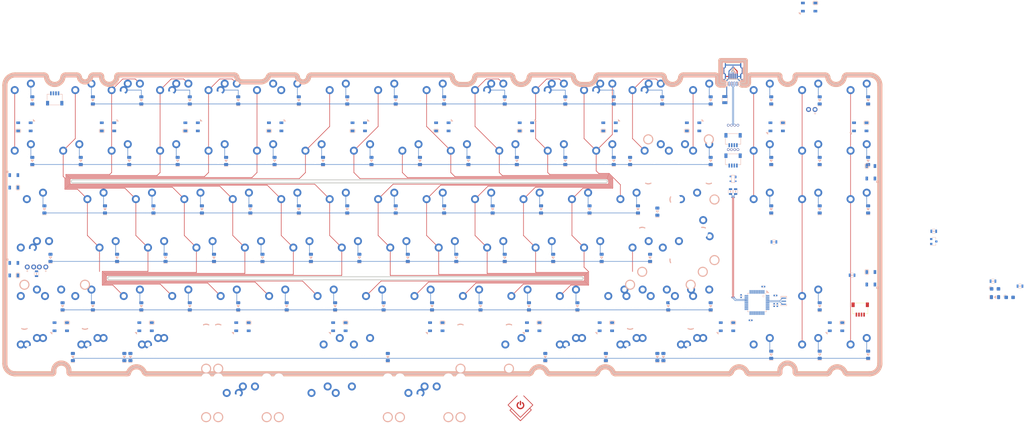
<source format=kicad_pcb>
(kicad_pcb (version 20171130) (host pcbnew "(5.1.11)-1")
  (layers (0 F.Cu signal) (31 B.Cu signal) (34 B.Paste user hide) (35 F.Paste user hide) (36 B.SilkS user) (37 F.SilkS user) (38 B.Mask user) (39 F.Mask user) (44 Edge.Cuts user))
  (net 0 "")
  (net 1 "Net-(D1-Pad2)")
  (net 2 "Net-(D7-Pad2)")
  (net 3 "Net-(D13-Pad2)")
  (net 4 "Net-(D19-Pad2)")
  (net 5 "Net-(D25-Pad2)")
  (net 6 "Net-(D31-Pad2)")
  (net 7 "Net-(D37-Pad2)")
  (net 8 "Net-(D43-Pad2)")
  (net 9 "Net-(D49-Pad2)")
  (net 10 "Net-(D55-Pad2)")
  (net 11 "Net-(D61-Pad2)")
  (net 12 "Net-(D67-Pad2)")
  (net 13 "Net-(D73-Pad2)")
  (net 14 "Net-(D79-Pad2)")
  (net 15 "Net-(D2-Pad2)")
  (net 16 "Net-(D3-Pad2)")
  (net 17 "Net-(D4-Pad2)")
  (net 18 "Net-(D5-Pad2)")
  (net 19 "Net-(D6-Pad2)")
  (net 20 "Net-(D8-Pad2)")
  (net 21 "Net-(D9-Pad2)")
  (net 22 "Net-(D10-Pad2)")
  (net 23 "Net-(D11-Pad2)")
  (net 24 "Net-(D12-Pad2)")
  (net 25 "Net-(D14-Pad2)")
  (net 26 "Net-(D15-Pad2)")
  (net 27 "Net-(D16-Pad2)")
  (net 28 "Net-(D17-Pad2)")
  (net 29 "Net-(D18-Pad2)")
  (net 30 "Net-(D20-Pad2)")
  (net 31 "Net-(D21-Pad2)")
  (net 32 "Net-(D22-Pad2)")
  (net 33 "Net-(D23-Pad2)")
  (net 34 "Net-(D26-Pad2)")
  (net 35 "Net-(D27-Pad2)")
  (net 36 "Net-(D28-Pad2)")
  (net 37 "Net-(D29-Pad2)")
  (net 38 "Net-(D32-Pad2)")
  (net 39 "Net-(D33-Pad2)")
  (net 40 "Net-(D34-Pad2)")
  (net 41 "Net-(D35-Pad2)")
  (net 42 "Net-(D38-Pad2)")
  (net 43 "Net-(D39-Pad2)")
  (net 44 "Net-(D40-Pad2)")
  (net 45 "Net-(D41-Pad2)")
  (net 46 "Net-(D44-Pad2)")
  (net 47 "Net-(D45-Pad2)")
  (net 48 "Net-(D46-Pad2)")
  (net 49 "Net-(D47-Pad2)")
  (net 50 "Net-(D48-Pad2)")
  (net 51 "Net-(D50-Pad2)")
  (net 52 "Net-(D51-Pad2)")
  (net 53 "Net-(D52-Pad2)")
  (net 54 "Net-(D53-Pad2)")
  (net 55 "Net-(D56-Pad2)")
  (net 56 "Net-(D57-Pad2)")
  (net 57 "Net-(D58-Pad2)")
  (net 58 "Net-(D59-Pad2)")
  (net 59 "Net-(D62-Pad2)")
  (net 60 "Net-(D63-Pad2)")
  (net 61 "Net-(D64-Pad2)")
  (net 62 "Net-(D65-Pad2)")
  (net 63 "Net-(D68-Pad2)")
  (net 64 "Net-(D69-Pad2)")
  (net 65 "Net-(D70-Pad2)")
  (net 66 "Net-(D71-Pad2)")
  (net 67 "Net-(D74-Pad2)")
  (net 68 "Net-(D75-Pad2)")
  (net 69 "Net-(D77-Pad2)")
  (net 70 "Net-(D78-Pad2)")
  (net 71 "Net-(D80-Pad2)")
  (net 72 "Net-(D81-Pad2)")
  (net 73 "Net-(D82-Pad2)")
  (net 74 "Net-(D83-Pad2)")
  (net 75 "Net-(D84-Pad2)")
  (net 76 "Net-(D86-Pad2)")
  (net 77 "Net-(D87-Pad2)")
  (net 78 "Net-(D90-Pad2)")
  (net 79 +5V)
  (net 80 GND)
  (net 81 DG-)
  (net 82 DG+)
  (net 83 C0)
  (net 84 C1)
  (net 85 C2)
  (net 86 C3)
  (net 87 C4)
  (net 88 C5)
  (net 89 C6)
  (net 90 C7)
  (net 91 C8)
  (net 92 R0)
  (net 93 R4)
  (net 94 R3)
  (net 95 R5)
  (net 96 "Net-(D24-Pad2)")
  (net 97 "Net-(D30-Pad2)")
  (net 98 "Net-(D36-Pad2)")
  (net 99 "Net-(D42-Pad2)")
  (net 100 "Net-(D54-Pad2)")
  (net 101 "Net-(D60-Pad2)")
  (net 102 "Net-(D66-Pad2)")
  (net 103 "Net-(D72-Pad2)")
  (net 104 "Net-(D76-Pad2)")
  (net 105 "Net-(D85-Pad2)")
  (net 106 "Net-(D88-Pad2)")
  (net 107 "Net-(D89-Pad2)")
  (net 108 "Net-(LED1-Pad1)")
  (net 109 "Net-(LED2-Pad1)")
  (net 110 "Net-(R1-Pad1)")
  (net 111 "Net-(RGB1-Pad4)")
  (net 112 "Net-(RGB2-Pad4)")
  (net 113 "Net-(RGB3-Pad4)")
  (net 114 "Net-(RGB4-Pad4)")
  (net 115 "Net-(RGB5-Pad4)")
  (net 116 "Net-(RGB6-Pad4)")
  (net 117 "Net-(RGB7-Pad4)")
  (net 118 "Net-(RGB8-Pad4)")
  (net 119 "Net-(RGB10-Pad2)")
  (net 120 "Net-(RGB10-Pad4)")
  (net 121 "Net-(RGB11-Pad4)")
  (net 122 "Net-(RGB12-Pad4)")
  (net 123 "Net-(RGB13-Pad4)")
  (net 124 "Net-(RGB14-Pad2)")
  (net 125 "Net-(RGB15-Pad2)")
  (net 126 "Net-(RGB16-Pad2)")
  (net 127 "Net-(RGB17-Pad2)")
  (net 128 "Net-(RGB18-Pad2)")
  (net 129 "Net-(RGB19-Pad2)")
  (net 130 "Net-(RGB20-Pad2)")
  (net 131 "Net-(RGB21-Pad2)")
  (net 132 VCC)
  (net 133 RGB_out)
  (net 134 "Net-(RGB24-Pad4)")
  (net 135 "Net-(RGB2-Pad2)")
  (net 136 "Net-(MX110-Pad1)")
  (net 137 "Net-(MX110-Pad2)")
  (net 138 "Net-(MX113-Pad1)")
  (net 139 "Net-(MX113-Pad2)")
  (net 140 "Net-(D91-Pad2)")
  (net 141 "Net-(J8-Pad2)")
  (net 142 "Net-(J8-Pad5)")
  (net 143 R2)
  (net 144 R1)
  (net 145 C9)
  (net 146 C10)
  (net 147 C11)
  (net 148 C12)
  (net 149 C13)
  (net 150 C14)
  (net 151 C15)
  (net 152 C16)
  (net 153 C17)
  (net 154 "Net-(MX120-Pad1)")
  (net 155 "Net-(MX120-Pad2)")
  (net 156 "Net-(C1-Pad2)")
  (net 157 +3V3)
  (net 158 RGB)
  (net 159 D+)
  (net 160 D-)
  (net 161 "Net-(U1-Pad6)")
  (net 162 "Net-(U1-Pad5)")
  (module Crystal:Resonator_SMD_muRata_CSTxExxV-3Pin_3.0x1.1mm (layer B.Cu) (at 322.325 104.275048 270)
    (fp_text reference Y1)
    (fp_text value 8Mhz)
    (pad 3 smd rect (at 1.2 0 270) (size 0.4 1.9) (layers B.Cu B.Paste B.Mask) (net 161 "Net-(U1-Pad6)"))
    (pad 2 smd rect (at 0 0 270) (size 0.4 1.9) (layers B.Cu B.Paste B.Mask) (net 80 GND))
    (pad 1 smd rect (at -1.2 0 270) (size 0.4 1.9) (layers B.Cu B.Paste B.Mask) (net 162 "Net-(U1-Pad5)"))
  )
  (module sanproject-keyboard-part:C_0402 (layer B.Cu) (at 309.325 111.775048)
    (fp_text reference C7)
    (fp_text value 0.1uF)
    (pad 2 smd rect (at 0.48 0) (size 0.56 0.62) (layers B.Cu B.Paste B.Mask) (net 80 GND))
    (pad 1 smd rect (at -0.48 0) (size 0.56 0.62) (layers B.Cu B.Paste B.Mask) (net 157 +3V3))
  )
  (module sanproject-keyboard-part:C_0402 (layer B.Cu) (at 318.575 105.775048 90)
    (fp_text reference C8)
    (fp_text value 4.7uF)
    (pad 2 smd rect (at 0.48 0 90) (size 0.56 0.62) (layers B.Cu B.Paste B.Mask) (net 80 GND))
    (pad 1 smd rect (at -0.48 0 90) (size 0.56 0.62) (layers B.Cu B.Paste B.Mask) (net 157 +3V3))
  )
  (module sanproject-keyboard-part:C_0402 (layer B.Cu) (at 314.325 98.525048 180)
    (fp_text reference C6)
    (fp_text value 0.1uF)
    (pad 2 smd rect (at 0.48 0 180) (size 0.56 0.62) (layers B.Cu B.Paste B.Mask) (net 80 GND))
    (pad 1 smd rect (at -0.48 0 180) (size 0.56 0.62) (layers B.Cu B.Paste B.Mask) (net 157 +3V3))
  )
  (module sanproject-keyboard-part:C_0402 (layer B.Cu) (at 319.075 102.025048)
    (fp_text reference C5)
    (fp_text value 0.1uF)
    (pad 2 smd rect (at 0.48 0) (size 0.56 0.62) (layers B.Cu B.Paste B.Mask) (net 80 GND))
    (pad 1 smd rect (at -0.48 0) (size 0.56 0.62) (layers B.Cu B.Paste B.Mask) (net 157 +3V3))
  )
  (module sanproject-keyboard-part:C_0402 (layer B.Cu) (at 305.575 102.275048 270)
    (fp_text reference C4)
    (fp_text value 0.1uF)
    (pad 2 smd rect (at 0.48 0 270) (size 0.56 0.62) (layers B.Cu B.Paste B.Mask) (net 80 GND))
    (pad 1 smd rect (at -0.48 0 270) (size 0.56 0.62) (layers B.Cu B.Paste B.Mask) (net 157 +3V3))
  )
  (module sanproject-keyboard-part:C_0402 (layer B.Cu) (at 319.825 105.775048 90)
    (fp_text reference C3)
    (fp_text value 4.7uF)
    (pad 2 smd rect (at 0.48 0 90) (size 0.56 0.62) (layers B.Cu B.Paste B.Mask) (net 80 GND))
    (pad 1 smd rect (at -0.48 0 90) (size 0.56 0.62) (layers B.Cu B.Paste B.Mask) (net 157 +3V3))
  )
  (module sanproject-keyboard-part:LQFP-48_7x7mm_P0.5mm (layer B.Cu) (at 311.825 104.775048 180)
    (fp_text reference U1)
    (fp_text value "STM32FXXX(LQFP48)")
    (pad 1 smd roundrect (at -4.1625 2.75 180) (size 1.475 0.3) (layers B.Cu B.Paste B.Mask) (net 157 +3V3))
    (pad 2 smd roundrect (at -4.1625 2.25 180) (size 1.475 0.3) (layers B.Cu B.Paste B.Mask))
    (pad 3 smd roundrect (at -4.1625 1.75 180) (size 1.475 0.3) (layers B.Cu B.Paste B.Mask))
    (pad 4 smd roundrect (at -4.1625 1.25 180) (size 1.475 0.3) (layers B.Cu B.Paste B.Mask))
    (pad 5 smd roundrect (at -4.1625 0.75 180) (size 1.475 0.3) (layers B.Cu B.Paste B.Mask) (net 162 "Net-(U1-Pad5)"))
    (pad 6 smd roundrect (at -4.1625 0.25 180) (size 1.475 0.3) (layers B.Cu B.Paste B.Mask) (net 161 "Net-(U1-Pad6)"))
    (pad 7 smd roundrect (at -4.1625 -0.25 180) (size 1.475 0.3) (layers B.Cu B.Paste B.Mask))
    (pad 8 smd roundrect (at -4.1625 -0.75 180) (size 1.475 0.3) (layers B.Cu B.Paste B.Mask) (net 80 GND))
    (pad 9 smd roundrect (at -4.1625 -1.25 180) (size 1.475 0.3) (layers B.Cu B.Paste B.Mask) (net 157 +3V3))
    (pad 10 smd roundrect (at -4.1625 -1.75 180) (size 1.475 0.3) (layers B.Cu B.Paste B.Mask))
    (pad 11 smd roundrect (at -4.1625 -2.25 180) (size 1.475 0.3) (layers B.Cu B.Paste B.Mask))
    (pad 12 smd roundrect (at -4.1625 -2.75 180) (size 1.475 0.3) (layers B.Cu B.Paste B.Mask))
    (pad 13 smd roundrect (at -2.75 -4.1625 180) (size 0.3 1.475) (layers B.Cu B.Paste B.Mask))
    (pad 14 smd roundrect (at -2.25 -4.1625 180) (size 0.3 1.475) (layers B.Cu B.Paste B.Mask))
    (pad 15 smd roundrect (at -1.75 -4.1625 180) (size 0.3 1.475) (layers B.Cu B.Paste B.Mask))
    (pad 16 smd roundrect (at -1.25 -4.1625 180) (size 0.3 1.475) (layers B.Cu B.Paste B.Mask))
    (pad 17 smd roundrect (at -0.75 -4.1625 180) (size 0.3 1.475) (layers B.Cu B.Paste B.Mask))
    (pad 18 smd roundrect (at -0.25 -4.1625 180) (size 0.3 1.475) (layers B.Cu B.Paste B.Mask))
    (pad 19 smd roundrect (at 0.25 -4.1625 180) (size 0.3 1.475) (layers B.Cu B.Paste B.Mask))
    (pad 20 smd roundrect (at 0.75 -4.1625 180) (size 0.3 1.475) (layers B.Cu B.Paste B.Mask))
    (pad 21 smd roundrect (at 1.25 -4.1625 180) (size 0.3 1.475) (layers B.Cu B.Paste B.Mask))
    (pad 22 smd roundrect (at 1.75 -4.1625 180) (size 0.3 1.475) (layers B.Cu B.Paste B.Mask))
    (pad 23 smd roundrect (at 2.25 -4.1625 180) (size 0.3 1.475) (layers B.Cu B.Paste B.Mask) (net 80 GND))
    (pad 24 smd roundrect (at 2.75 -4.1625 180) (size 0.3 1.475) (layers B.Cu B.Paste B.Mask) (net 157 +3V3))
    (pad 25 smd roundrect (at 4.1625 -2.75 180) (size 1.475 0.3) (layers B.Cu B.Paste B.Mask))
    (pad 26 smd roundrect (at 4.1625 -2.25 180) (size 1.475 0.3) (layers B.Cu B.Paste B.Mask))
    (pad 27 smd roundrect (at 4.1625 -1.75 180) (size 1.475 0.3) (layers B.Cu B.Paste B.Mask))
    (pad 28 smd roundrect (at 4.1625 -1.25 180) (size 1.475 0.3) (layers B.Cu B.Paste B.Mask) (net 158 RGB))
    (pad 29 smd roundrect (at 4.1625 -0.75 180) (size 1.475 0.3) (layers B.Cu B.Paste B.Mask))
    (pad 30 smd roundrect (at 4.1625 -0.25 180) (size 1.475 0.3) (layers B.Cu B.Paste B.Mask))
    (pad 31 smd roundrect (at 4.1625 0.25 180) (size 1.475 0.3) (layers B.Cu B.Paste B.Mask))
    (pad 32 smd roundrect (at 4.1625 0.75 180) (size 1.475 0.3) (layers B.Cu B.Paste B.Mask) (net 160 D-))
    (pad 33 smd roundrect (at 4.1625 1.25 180) (size 1.475 0.3) (layers B.Cu B.Paste B.Mask) (net 159 D+))
    (pad 34 smd roundrect (at 4.1625 1.75 180) (size 1.475 0.3) (layers B.Cu B.Paste B.Mask))
    (pad 35 smd roundrect (at 4.1625 2.25 180) (size 1.475 0.3) (layers B.Cu B.Paste B.Mask) (net 80 GND))
    (pad 36 smd roundrect (at 4.1625 2.75 180) (size 1.475 0.3) (layers B.Cu B.Paste B.Mask) (net 157 +3V3))
    (pad 37 smd roundrect (at 2.75 4.1625 180) (size 0.3 1.475) (layers B.Cu B.Paste B.Mask))
    (pad 38 smd roundrect (at 2.25 4.1625 180) (size 0.3 1.475) (layers B.Cu B.Paste B.Mask))
    (pad 39 smd roundrect (at 1.75 4.1625 180) (size 0.3 1.475) (layers B.Cu B.Paste B.Mask))
    (pad 40 smd roundrect (at 1.25 4.1625 180) (size 0.3 1.475) (layers B.Cu B.Paste B.Mask))
    (pad 41 smd roundrect (at 0.75 4.1625 180) (size 0.3 1.475) (layers B.Cu B.Paste B.Mask))
    (pad 42 smd roundrect (at 0.25 4.1625 180) (size 0.3 1.475) (layers B.Cu B.Paste B.Mask))
    (pad 43 smd roundrect (at -0.25 4.1625 180) (size 0.3 1.475) (layers B.Cu B.Paste B.Mask))
    (pad 44 smd roundrect (at -0.75 4.1625 180) (size 0.3 1.475) (layers B.Cu B.Paste B.Mask))
    (pad 45 smd roundrect (at -1.25 4.1625 180) (size 0.3 1.475) (layers B.Cu B.Paste B.Mask))
    (pad 46 smd roundrect (at -1.75 4.1625 180) (size 0.3 1.475) (layers B.Cu B.Paste B.Mask))
    (pad 47 smd roundrect (at -2.25 4.1625 180) (size 0.3 1.475) (layers B.Cu B.Paste B.Mask) (net 80 GND))
    (pad 48 smd roundrect (at -2.75 4.1625 180) (size 0.3 1.475) (layers B.Cu B.Paste B.Mask) (net 157 +3V3))
  )
  (module Package_TO_SOT_SMD:SOT-23 (layer B.Cu) (at 381.325 80.775048)
    (fp_text reference U2)
    (fp_text value MCP1700-5002E_SOT23)
    (pad 3 smd rect (at 1 0) (size 0.9 0.8) (layers B.Cu B.Paste B.Mask) (net 79 +5V))
    (pad 2 smd rect (at -1 -0.95) (size 0.9 0.8) (layers B.Cu B.Paste B.Mask) (net 157 +3V3))
    (pad 1 smd rect (at -1 0.95) (size 0.9 0.8) (layers B.Cu B.Paste B.Mask) (net 156 "Net-(C1-Pad2)"))
  )
  (module sanproject-keyboard-part:R_0805 (layer B.Cu) (at 415.228127 98.352199)
    (fp_text reference R8)
    (fp_text value 1.5k)
    (pad 2 smd rect (at 0.95 0) (size 0.7 1.3) (layers B.Cu B.Paste B.Mask) (net 157 +3V3))
    (pad 1 smd rect (at -0.95 0) (size 0.7 1.3) (layers B.Cu B.Paste B.Mask) (net 159 D+))
  )
  (module sanproject-keyboard-part:R_0805 (layer B.Cu) (at 381.325 76.775048)
    (fp_text reference R7)
    (fp_text value 100k)
    (pad 1 smd rect (at -0.95 0) (size 0.7 1.3) (layers B.Cu B.Paste B.Mask) (net 157 +3V3))
    (pad 2 smd rect (at 0.95 0) (size 0.7 1.3) (layers B.Cu B.Paste B.Mask) (net 156 "Net-(C1-Pad2)"))
  )
  (module sanproject-keyboard-part:R_0805 (layer B.Cu) (at 404.608127 96.402199)
    (fp_text reference R6)
    (fp_text value 100k)
    (pad 2 smd rect (at 0.95 0) (size 0.7 1.3) (layers B.Cu B.Paste B.Mask) (net 79 +5V))
    (pad 1 smd rect (at -0.95 0) (size 0.7 1.3) (layers B.Cu B.Paste B.Mask) (net 156 "Net-(C1-Pad2)"))
  )
  (module sanproject-keyboard-part:DIODE_1206_SawnsProjects (layer B.Cu) (at 405.408127 102.667199)
    (fp_text reference D92)
    (fp_text value 1N4148W)
    (pad 2 smd roundrect (at 1.4 0) (size 1.2 1.6) (layers B.Cu B.Paste B.Mask) (roundrect_rratio 0.2) (net 157 +3V3))
    (pad 1 smd roundrect (at -1.4 0) (size 1.2 1.6) (layers B.Cu B.Paste B.Mask) (roundrect_rratio 0.2) (net 79 +5V))
  )
  (module sanproject-keyboard-part:CP_EIA-3216 (layer B.Cu) (at 411.158127 102.767199)
    (fp_text reference C2)
    (fp_text value 1uF)
    (pad 1 smd roundrect (at -1.35 0) (size 1.4 1.35) (layers B.Cu B.Paste B.Mask) (roundrect_rratio 0.185185) (net 157 +3V3))
    (pad 2 smd roundrect (at 1.35 0) (size 1.4 1.35) (layers B.Cu B.Paste B.Mask) (roundrect_rratio 0.185185) (net 156 "Net-(C1-Pad2)"))
  )
  (module sanproject-keyboard-part:CP_EIA-3216 (layer B.Cu) (at 405.408127 99.417199)
    (fp_text reference C1)
    (fp_text value 1uF)
    (pad 1 smd roundrect (at -1.35 0) (size 1.4 1.35) (layers B.Cu B.Paste B.Mask) (roundrect_rratio 0.185185) (net 79 +5V))
    (pad 2 smd roundrect (at 1.35 0) (size 1.4 1.35) (layers B.Cu B.Paste B.Mask) (roundrect_rratio 0.185185) (net 156 "Net-(C1-Pad2)"))
  )
  (module sanproject-keyboard-part:BreakoutUSB (layer F.Cu) (at 302.419218 18.81251)
    (fp_text reference J8)
    (fp_text value Conn_01x04_Female)
    (pad 4 thru_hole oval (at 0.5 0) (size 0.7 1.8) (drill 0.5) (layers *.Cu *.Mask) (net 82 DG+))
    (pad 4 thru_hole circle (at 0.5 -0.6) (size 0.5 0.5) (drill 0.4) (layers *.Cu *.Mask) (net 82 DG+))
    (pad 4 thru_hole circle (at 0.5 0.6 180) (size 0.5 0.5) (drill 0.4) (layers *.Cu *.Mask) (net 82 DG+))
    (pad 6 thru_hole oval (at 2.5 0) (size 0.7 1.8) (drill 0.5) (layers *.Cu *.Mask) (net 80 GND))
    (pad 6 thru_hole circle (at 2.5 -0.6) (size 0.5 0.5) (drill 0.4) (layers *.Cu *.Mask) (net 80 GND))
    (pad 6 thru_hole circle (at 2.5 0.6 180) (size 0.5 0.5) (drill 0.4) (layers *.Cu *.Mask) (net 80 GND))
    (pad 5 thru_hole circle (at 1.5 0.6 180) (size 0.5 0.5) (drill 0.4) (layers *.Cu *.Mask) (net 142 "Net-(J8-Pad5)"))
    (pad 5 thru_hole oval (at 1.5 0 180) (size 0.7 1.8) (drill 0.5) (layers *.Cu *.Mask) (net 142 "Net-(J8-Pad5)"))
    (pad 5 thru_hole circle (at 1.5 -0.6) (size 0.5 0.5) (drill 0.4) (layers *.Cu *.Mask) (net 142 "Net-(J8-Pad5)"))
    (pad 3 thru_hole oval (at -0.5 0 180) (size 0.7 1.8) (drill 0.5) (layers *.Cu *.Mask) (net 81 DG-))
    (pad 3 thru_hole circle (at -0.5 0.6 180) (size 0.5 0.5) (drill 0.4) (layers *.Cu *.Mask) (net 81 DG-))
    (pad 3 thru_hole circle (at -0.5 -0.6) (size 0.5 0.5) (drill 0.4) (layers *.Cu *.Mask) (net 81 DG-))
    (pad 2 thru_hole oval (at -1.5 0) (size 0.7 1.8) (drill 0.5) (layers *.Cu *.Mask) (net 141 "Net-(J8-Pad2)"))
    (pad 2 thru_hole circle (at -1.5 -0.6) (size 0.5 0.5) (drill 0.4) (layers *.Cu *.Mask) (net 141 "Net-(J8-Pad2)"))
    (pad 2 thru_hole circle (at -1.5 0.6 180) (size 0.5 0.5) (drill 0.4) (layers *.Cu *.Mask) (net 141 "Net-(J8-Pad2)"))
    (pad 1 thru_hole circle (at -2.5 -0.6) (size 0.5 0.5) (drill 0.4) (layers *.Cu *.Mask) (net 132 VCC))
    (pad 1 thru_hole circle (at -2.5 0.6 180) (size 0.5 0.5) (drill 0.4) (layers *.Cu *.Mask) (net 132 VCC))
    (pad 1 thru_hole oval (at -2.5 0 180) (size 0.7 1.8) (drill 0.5) (layers *.Cu *.Mask) (net 132 VCC))
  )
  (module MX_Solder_SawnsProjects:MXOnly-1U-NoLED (layer F.Cu) (at 257.174952 104.775048)
    (fp_text reference MX120)
    (fp_text value 1U)
    (pad 2 connect circle (at 2.54 -5.08) (size 3.2 3.2) (layers B.Cu) (net 155 "Net-(MX120-Pad2)"))
    (pad "" np_thru_hole circle (at 5.08 0 48.0996) (size 1.75 1.75) (drill 1.75) (layers *.Cu *.Mask))
    (pad 2 thru_hole circle (at 2.54 -5.08) (size 2.4 2.4) (drill 1.8) (layers *.Cu) (net 155 "Net-(MX120-Pad2)"))
    (pad 1 thru_hole circle (at -3.81 -2.54) (size 2.4 2.4) (drill 1.8) (layers *.Cu) (net 154 "Net-(MX120-Pad1)"))
    (pad "" np_thru_hole circle (at 0 0) (size 3.9878 3.9878) (drill 3.9878) (layers *.Cu *.Mask))
    (pad "" np_thru_hole circle (at -5.08 0 48.0996) (size 1.75 1.75) (drill 1.75) (layers *.Cu *.Mask))
    (pad 1 connect circle (at -3.81 -2.54) (size 3.2 3.2) (layers B.Cu) (net 154 "Net-(MX120-Pad1)"))
  )
  (module MX_Solder_SawnsProjects:MXOnly-1.75U-NoLED (layer F.Cu) (at 283.368724 104.775048)
    (fp_text reference MX119)
    (fp_text value 1.75U)
    (pad 2 connect circle (at 2.54 -5.08) (size 3.2 3.2) (layers B.Cu) (net 67 "Net-(D74-Pad2)"))
    (pad "" np_thru_hole circle (at 5.08 0 48.0996) (size 1.75 1.75) (drill 1.75) (layers *.Cu *.Mask))
    (pad 2 thru_hole circle (at 2.54 -5.08) (size 2.4 2.4) (drill 1.8) (layers *.Cu) (net 67 "Net-(D74-Pad2)"))
    (pad 1 thru_hole circle (at -3.81 -2.54) (size 2.4 2.4) (drill 1.8) (layers *.Cu) (net 149 C13))
    (pad "" np_thru_hole circle (at 0 0) (size 3.9878 3.9878) (drill 3.9878) (layers *.Cu *.Mask))
    (pad "" np_thru_hole circle (at -5.08 0 48.0996) (size 1.75 1.75) (drill 1.75) (layers *.Cu *.Mask))
    (pad 1 connect circle (at -3.81 -2.54) (size 3.2 3.2) (layers B.Cu) (net 149 C13))
  )
  (module MX_Solder_SawnsProjects:MXOnly-1U-NoLED (layer F.Cu) (at 176.2125 47.625)
    (fp_text reference MX48)
    (fp_text value 1U)
    (pad 2 connect circle (at 2.54 -5.08) (size 3.2 3.2) (layers B.Cu) (net 48 "Net-(D46-Pad2)"))
    (pad "" np_thru_hole circle (at 5.08 0 48.0996) (size 1.75 1.75) (drill 1.75) (layers *.Cu *.Mask))
    (pad 2 thru_hole circle (at 2.54 -5.08) (size 2.4 2.4) (drill 1.8) (layers *.Cu) (net 48 "Net-(D46-Pad2)"))
    (pad 1 thru_hole circle (at -3.81 -2.54) (size 2.4 2.4) (drill 1.8) (layers *.Cu) (net 91 C8))
    (pad "" np_thru_hole circle (at 0 0) (size 3.9878 3.9878) (drill 3.9878) (layers *.Cu *.Mask))
    (pad "" np_thru_hole circle (at -5.08 0 48.0996) (size 1.75 1.75) (drill 1.75) (layers *.Cu *.Mask))
    (pad 1 connect circle (at -3.81 -2.54) (size 3.2 3.2) (layers B.Cu) (net 91 C8))
  )
  (module sanproject-keyboard-part:JST-SR-4 (layer B.Cu) (at 35.71875 27.3125 180)
    (fp_text reference J9)
    (fp_text value Conn_01x04_Female)
    (pad "" smd rect (at 2.8 0.9 180) (size 1.2 1.8) (layers B.Cu B.Paste B.Mask))
    (pad "" smd rect (at -2.8 0.9 180) (size 1.2 1.8) (layers B.Cu B.Paste B.Mask))
    (pad 1 smd rect (at -1.5 4.775 180) (size 0.6 1.55) (layers B.Cu B.Paste B.Mask) (net 79 +5V))
    (pad 2 smd rect (at -0.5 4.775 180) (size 0.6 1.55) (layers B.Cu B.Paste B.Mask) (net 81 DG-))
    (pad 4 smd rect (at 1.5 4.775 180) (size 0.6 1.55) (layers B.Cu B.Paste B.Mask) (net 80 GND))
    (pad 3 smd rect (at 0.5 4.775 180) (size 0.6 1.55) (layers B.Cu B.Paste B.Mask) (net 82 DG+))
  )
  (module sanproject-keyboard-part:JST-SR-4 (layer F.Cu) (at 352.425 104.775 180)
    (fp_text reference J4)
    (fp_text value Conn_01x04_Female)
    (pad "" smd rect (at 2.8 -0.9 180) (size 1.2 1.8) (layers F.Cu F.Paste F.Mask))
    (pad "" smd rect (at -2.8 -0.9 180) (size 1.2 1.8) (layers F.Cu F.Paste F.Mask))
    (pad 1 smd rect (at -1.5 -4.775 180) (size 0.6 1.55) (layers F.Cu F.Paste F.Mask) (net 79 +5V))
    (pad 2 smd rect (at -0.5 -4.775 180) (size 0.6 1.55) (layers F.Cu F.Paste F.Mask) (net 133 RGB_out))
    (pad 4 smd rect (at 1.5 -4.775 180) (size 0.6 1.55) (layers F.Cu F.Paste F.Mask) (net 80 GND))
    (pad 3 smd rect (at 0.5 -4.775 180) (size 0.6 1.55) (layers F.Cu F.Paste F.Mask))
  )
  (module sanproject-keyboard-part:DIODE_1206_SawnsProjects (layer B.Cu) (at 228.600212 126.206356 90)
    (fp_text reference D91)
    (fp_text value D)
    (pad 2 smd roundrect (at 1.4 0 90) (size 1.2 1.6) (layers B.Cu B.Paste B.Mask) (roundrect_rratio 0.2) (net 140 "Net-(D91-Pad2)"))
    (pad 1 smd roundrect (at -1.4 0 90) (size 1.2 1.6) (layers B.Cu B.Paste B.Mask) (roundrect_rratio 0.2) (net 95 R5))
  )
  (module MX_Solder_SawnsProjects:MXOnly-1.25U-NoLED (layer F.Cu) (at 288.131272 123.825072)
    (fp_text reference MX118)
    (fp_text value 1.25U)
    (pad 2 connect circle (at 2.54 -5.08) (size 3.2 3.2) (layers B.Cu) (net 69 "Net-(D77-Pad2)"))
    (pad "" np_thru_hole circle (at 5.08 0 48.0996) (size 1.75 1.75) (drill 1.75) (layers *.Cu *.Mask))
    (pad 2 thru_hole circle (at 2.54 -5.08) (size 2.4 2.4) (drill 1.8) (layers *.Cu) (net 69 "Net-(D77-Pad2)"))
    (pad 1 thru_hole circle (at -3.81 -2.54) (size 2.4 2.4) (drill 1.8) (layers *.Cu) (net 150 C14))
    (pad "" np_thru_hole circle (at 0 0) (size 3.9878 3.9878) (drill 3.9878) (layers *.Cu *.Mask))
    (pad "" np_thru_hole circle (at -5.08 0 48.0996) (size 1.75 1.75) (drill 1.75) (layers *.Cu *.Mask))
    (pad 1 connect circle (at -3.81 -2.54) (size 3.2 3.2) (layers B.Cu) (net 150 C14))
  )
  (module MX_Solder_SawnsProjects:MXOnly-1.25U-NoLED (layer F.Cu) (at 264.318772 123.825072)
    (fp_text reference MX117)
    (fp_text value 1.25U)
    (pad 2 connect circle (at 2.54 -5.08) (size 3.2 3.2) (layers B.Cu) (net 68 "Net-(D75-Pad2)"))
    (pad "" np_thru_hole circle (at 5.08 0 48.0996) (size 1.75 1.75) (drill 1.75) (layers *.Cu *.Mask))
    (pad 2 thru_hole circle (at 2.54 -5.08) (size 2.4 2.4) (drill 1.8) (layers *.Cu) (net 68 "Net-(D75-Pad2)"))
    (pad 1 thru_hole circle (at -3.81 -2.54) (size 2.4 2.4) (drill 1.8) (layers *.Cu) (net 149 C13))
    (pad "" np_thru_hole circle (at 0 0) (size 3.9878 3.9878) (drill 3.9878) (layers *.Cu *.Mask))
    (pad "" np_thru_hole circle (at -5.08 0 48.0996) (size 1.75 1.75) (drill 1.75) (layers *.Cu *.Mask))
    (pad 1 connect circle (at -3.81 -2.54) (size 3.2 3.2) (layers B.Cu) (net 149 C13))
  )
  (module MX_Solder_SawnsProjects:MXOnly-1.25U-NoLED (layer F.Cu) (at 240.506272 123.825072)
    (fp_text reference MX116)
    (fp_text value 1.25U)
    (pad 2 connect circle (at 2.54 -5.08) (size 3.2 3.2) (layers B.Cu) (net 64 "Net-(D69-Pad2)"))
    (pad "" np_thru_hole circle (at 5.08 0 48.0996) (size 1.75 1.75) (drill 1.75) (layers *.Cu *.Mask))
    (pad 2 thru_hole circle (at 2.54 -5.08) (size 2.4 2.4) (drill 1.8) (layers *.Cu) (net 64 "Net-(D69-Pad2)"))
    (pad 1 thru_hole circle (at -3.81 -2.54) (size 2.4 2.4) (drill 1.8) (layers *.Cu) (net 148 C12))
    (pad "" np_thru_hole circle (at 0 0) (size 3.9878 3.9878) (drill 3.9878) (layers *.Cu *.Mask))
    (pad "" np_thru_hole circle (at -5.08 0 48.0996) (size 1.75 1.75) (drill 1.75) (layers *.Cu *.Mask))
    (pad 1 connect circle (at -3.81 -2.54) (size 3.2 3.2) (layers B.Cu) (net 148 C12))
  )
  (module MX_Solder_SawnsProjects:MXOnly-1.25U-NoLED (layer F.Cu) (at 216.693772 123.825072)
    (fp_text reference MX115)
    (fp_text value 1.25U)
    (pad 2 connect circle (at 2.54 -5.08) (size 3.2 3.2) (layers B.Cu) (net 140 "Net-(D91-Pad2)"))
    (pad "" np_thru_hole circle (at 5.08 0 48.0996) (size 1.75 1.75) (drill 1.75) (layers *.Cu *.Mask))
    (pad 2 thru_hole circle (at 2.54 -5.08) (size 2.4 2.4) (drill 1.8) (layers *.Cu) (net 140 "Net-(D91-Pad2)"))
    (pad 1 thru_hole circle (at -3.81 -2.54) (size 2.4 2.4) (drill 1.8) (layers *.Cu) (net 147 C11))
    (pad "" np_thru_hole circle (at 0 0) (size 3.9878 3.9878) (drill 3.9878) (layers *.Cu *.Mask))
    (pad "" np_thru_hole circle (at -5.08 0 48.0996) (size 1.75 1.75) (drill 1.75) (layers *.Cu *.Mask))
    (pad 1 connect circle (at -3.81 -2.54) (size 3.2 3.2) (layers B.Cu) (net 147 C11))
  )
  (module MX_Solder_SawnsProjects:MXOnly-2.75U-ReversedStabilizers-NoLED (layer F.Cu) (at 178.593772 142.875072)
    (fp_text reference MX114)
    (fp_text value 2.75U)
    (pad "" np_thru_hole circle (at 5.08 0 48.0996) (size 1.75 1.75) (drill 1.75) (layers *.Cu *.Mask))
    (pad 1 thru_hole circle (at -3.81 -2.54) (size 2.4 2.4) (drill 1.8) (layers *.Cu) (net 139 "Net-(MX113-Pad2)"))
    (pad 2 thru_hole circle (at 2.54 -5.08) (size 2.4 2.4) (drill 1.8) (layers *.Cu) (net 138 "Net-(MX113-Pad1)"))
    (pad "" np_thru_hole circle (at 0 0) (size 3.9878 3.9878) (drill 3.9878) (layers *.Cu *.Mask))
    (pad 2 connect circle (at 2.54 -5.08) (size 3.2 3.2) (layers B.Cu) (net 138 "Net-(MX113-Pad1)"))
    (pad "" np_thru_hole circle (at -5.08 0 48.0996) (size 1.75 1.75) (drill 1.75) (layers *.Cu *.Mask))
    (pad 1 connect circle (at -3.81 -2.54) (size 3.2 3.2) (layers B.Cu) (net 139 "Net-(MX113-Pad2)"))
    (pad "" np_thru_hole circle (at -11.90625 6.985) (size 3.048 3.048) (drill 3.048) (layers *.Cu *.Mask))
    (pad "" np_thru_hole circle (at 11.90625 6.985) (size 3.048 3.048) (drill 3.048) (layers *.Cu *.Mask))
    (pad "" np_thru_hole circle (at -11.90625 -8.255) (size 3.9878 3.9878) (drill 3.9878) (layers *.Cu *.Mask))
    (pad "" np_thru_hole circle (at 11.90625 -8.255) (size 3.9878 3.9878) (drill 3.9878) (layers *.Cu *.Mask))
  )
  (module MX_Solder_SawnsProjects:MXOnly-2.25U-ReversedStabilizers-NoLED (layer F.Cu) (at 183.356272 142.875072)
    (fp_text reference MX113)
    (fp_text value 2.25U)
    (pad "" np_thru_hole circle (at 5.08 0 48.0996) (size 1.75 1.75) (drill 1.75) (layers *.Cu *.Mask))
    (pad 1 thru_hole circle (at -3.81 -2.54) (size 2.4 2.4) (drill 1.8) (layers *.Cu) (net 138 "Net-(MX113-Pad1)"))
    (pad 2 thru_hole circle (at 2.54 -5.08) (size 2.4 2.4) (drill 1.8) (layers *.Cu) (net 139 "Net-(MX113-Pad2)"))
    (pad "" np_thru_hole circle (at 0 0) (size 3.9878 3.9878) (drill 3.9878) (layers *.Cu *.Mask))
    (pad 2 connect circle (at 2.54 -5.08) (size 3.2 3.2) (layers B.Cu) (net 139 "Net-(MX113-Pad2)"))
    (pad "" np_thru_hole circle (at -5.08 0 48.0996) (size 1.75 1.75) (drill 1.75) (layers *.Cu *.Mask))
    (pad 1 connect circle (at -3.81 -2.54) (size 3.2 3.2) (layers B.Cu) (net 138 "Net-(MX113-Pad1)"))
    (pad "" np_thru_hole circle (at -11.90625 6.985) (size 3.048 3.048) (drill 3.048) (layers *.Cu *.Mask))
    (pad "" np_thru_hole circle (at 11.90625 6.985) (size 3.048 3.048) (drill 3.048) (layers *.Cu *.Mask))
    (pad "" np_thru_hole circle (at -11.90625 -8.255) (size 3.9878 3.9878) (drill 3.9878) (layers *.Cu *.Mask))
    (pad "" np_thru_hole circle (at 11.90625 -8.255) (size 3.9878 3.9878) (drill 3.9878) (layers *.Cu *.Mask))
  )
  (module MX_Solder_SawnsProjects:MXOnly-1.25U-NoLED (layer F.Cu) (at 150.018772 142.875072)
    (fp_text reference MX112)
    (fp_text value 1.25U)
    (pad 2 connect circle (at 2.54 -5.08) (size 3.2 3.2) (layers B.Cu) (net 90 C7))
    (pad "" np_thru_hole circle (at 5.08 0 48.0996) (size 1.75 1.75) (drill 1.75) (layers *.Cu *.Mask))
    (pad 2 thru_hole circle (at 2.54 -5.08) (size 2.4 2.4) (drill 1.8) (layers *.Cu) (net 90 C7))
    (pad 1 thru_hole circle (at -3.81 -2.54) (size 2.4 2.4) (drill 1.8) (layers *.Cu) (net 46 "Net-(D44-Pad2)"))
    (pad "" np_thru_hole circle (at 0 0) (size 3.9878 3.9878) (drill 3.9878) (layers *.Cu *.Mask))
    (pad "" np_thru_hole circle (at -5.08 0 48.0996) (size 1.75 1.75) (drill 1.75) (layers *.Cu *.Mask))
    (pad 1 connect circle (at -3.81 -2.54) (size 3.2 3.2) (layers B.Cu) (net 46 "Net-(D44-Pad2)"))
  )
  (module MX_Solder_SawnsProjects:MXOnly-2.25U-ReversedStabilizers-NoLED (layer F.Cu) (at 107.156272 142.875072)
    (fp_text reference MX111)
    (fp_text value 2.25U)
    (pad "" np_thru_hole circle (at 5.08 0 48.0996) (size 1.75 1.75) (drill 1.75) (layers *.Cu *.Mask))
    (pad 1 thru_hole circle (at -3.81 -2.54) (size 2.4 2.4) (drill 1.8) (layers *.Cu) (net 137 "Net-(MX110-Pad2)"))
    (pad 2 thru_hole circle (at 2.54 -5.08) (size 2.4 2.4) (drill 1.8) (layers *.Cu) (net 136 "Net-(MX110-Pad1)"))
    (pad "" np_thru_hole circle (at 0 0) (size 3.9878 3.9878) (drill 3.9878) (layers *.Cu *.Mask))
    (pad 2 connect circle (at 2.54 -5.08) (size 3.2 3.2) (layers B.Cu) (net 136 "Net-(MX110-Pad1)"))
    (pad "" np_thru_hole circle (at -5.08 0 48.0996) (size 1.75 1.75) (drill 1.75) (layers *.Cu *.Mask))
    (pad 1 connect circle (at -3.81 -2.54) (size 3.2 3.2) (layers B.Cu) (net 137 "Net-(MX110-Pad2)"))
    (pad "" np_thru_hole circle (at -11.90625 6.985) (size 3.048 3.048) (drill 3.048) (layers *.Cu *.Mask))
    (pad "" np_thru_hole circle (at 11.90625 6.985) (size 3.048 3.048) (drill 3.048) (layers *.Cu *.Mask))
    (pad "" np_thru_hole circle (at -11.90625 -8.255) (size 3.9878 3.9878) (drill 3.9878) (layers *.Cu *.Mask))
    (pad "" np_thru_hole circle (at 11.90625 -8.255) (size 3.9878 3.9878) (drill 3.9878) (layers *.Cu *.Mask))
  )
  (module MX_Solder_SawnsProjects:MXOnly-2.75U-ReversedStabilizers-NoLED (layer F.Cu) (at 111.918772 142.875072)
    (fp_text reference MX110)
    (fp_text value 2.75U)
    (pad "" np_thru_hole circle (at 5.08 0 48.0996) (size 1.75 1.75) (drill 1.75) (layers *.Cu *.Mask))
    (pad 1 thru_hole circle (at -3.81 -2.54) (size 2.4 2.4) (drill 1.8) (layers *.Cu) (net 136 "Net-(MX110-Pad1)"))
    (pad 2 thru_hole circle (at 2.54 -5.08) (size 2.4 2.4) (drill 1.8) (layers *.Cu) (net 137 "Net-(MX110-Pad2)"))
    (pad "" np_thru_hole circle (at 0 0) (size 3.9878 3.9878) (drill 3.9878) (layers *.Cu *.Mask))
    (pad 2 connect circle (at 2.54 -5.08) (size 3.2 3.2) (layers B.Cu) (net 137 "Net-(MX110-Pad2)"))
    (pad "" np_thru_hole circle (at -5.08 0 48.0996) (size 1.75 1.75) (drill 1.75) (layers *.Cu *.Mask))
    (pad 1 connect circle (at -3.81 -2.54) (size 3.2 3.2) (layers B.Cu) (net 136 "Net-(MX110-Pad1)"))
    (pad "" np_thru_hole circle (at -11.90625 6.985) (size 3.048 3.048) (drill 3.048) (layers *.Cu *.Mask))
    (pad "" np_thru_hole circle (at 11.90625 6.985) (size 3.048 3.048) (drill 3.048) (layers *.Cu *.Mask))
    (pad "" np_thru_hole circle (at -11.90625 -8.255) (size 3.9878 3.9878) (drill 3.9878) (layers *.Cu *.Mask))
    (pad "" np_thru_hole circle (at 11.90625 -8.255) (size 3.9878 3.9878) (drill 3.9878) (layers *.Cu *.Mask))
  )
  (module MX_Solder_SawnsProjects:MXOnly-1.25U-NoLED (layer F.Cu) (at 140.493772 142.875072)
    (fp_text reference MX109)
    (fp_text value 1.25U)
    (pad 2 connect circle (at 2.54 -5.08) (size 3.2 3.2) (layers B.Cu) (net 90 C7))
    (pad "" np_thru_hole circle (at 5.08 0 48.0996) (size 1.75 1.75) (drill 1.75) (layers *.Cu *.Mask))
    (pad 2 thru_hole circle (at 2.54 -5.08) (size 2.4 2.4) (drill 1.8) (layers *.Cu) (net 90 C7))
    (pad 1 thru_hole circle (at -3.81 -2.54) (size 2.4 2.4) (drill 1.8) (layers *.Cu) (net 46 "Net-(D44-Pad2)"))
    (pad "" np_thru_hole circle (at 0 0) (size 3.9878 3.9878) (drill 3.9878) (layers *.Cu *.Mask))
    (pad "" np_thru_hole circle (at -5.08 0 48.0996) (size 1.75 1.75) (drill 1.75) (layers *.Cu *.Mask))
    (pad 1 connect circle (at -3.81 -2.54) (size 3.2 3.2) (layers B.Cu) (net 46 "Net-(D44-Pad2)"))
  )
  (module MX_Solder_SawnsProjects:MXOnly-6.25U-ReversedStabilizers-NoLED (layer F.Cu) (at 145.256272 123.825072)
    (fp_text reference MX108)
    (fp_text value 6.25U)
    (pad "" np_thru_hole circle (at 5.08 0 48.0996) (size 1.75 1.75) (drill 1.75) (layers *.Cu *.Mask))
    (pad 1 thru_hole circle (at -3.81 -2.54) (size 2.4 2.4) (drill 1.8) (layers *.Cu) (net 90 C7))
    (pad 2 thru_hole circle (at 2.54 -5.08) (size 2.4 2.4) (drill 1.8) (layers *.Cu) (net 46 "Net-(D44-Pad2)"))
    (pad "" np_thru_hole circle (at 0 0) (size 3.9878 3.9878) (drill 3.9878) (layers *.Cu *.Mask))
    (pad 2 connect circle (at 2.54 -5.08) (size 3.2 3.2) (layers B.Cu) (net 46 "Net-(D44-Pad2)"))
    (pad "" np_thru_hole circle (at -5.08 0 48.0996) (size 1.75 1.75) (drill 1.75) (layers *.Cu *.Mask))
    (pad 1 connect circle (at -3.81 -2.54) (size 3.2 3.2) (layers B.Cu) (net 90 C7))
    (pad "" np_thru_hole circle (at -49.9999 6.985) (size 3.048 3.048) (drill 3.048) (layers *.Cu *.Mask))
    (pad "" np_thru_hole circle (at 49.9999 6.985) (size 3.048 3.048) (drill 3.048) (layers *.Cu *.Mask))
    (pad "" np_thru_hole circle (at -49.9999 -8.255) (size 3.9878 3.9878) (drill 3.9878) (layers *.Cu *.Mask))
    (pad "" np_thru_hole circle (at 49.9999 -8.255) (size 3.9878 3.9878) (drill 3.9878) (layers *.Cu *.Mask))
  )
  (module MX_Solder_SawnsProjects:MXOnly-1.25U-NoLED (layer F.Cu) (at 73.818772 123.825072)
    (fp_text reference MX103)
    (fp_text value 1.25U)
    (pad 2 connect circle (at 2.54 -5.08) (size 3.2 3.2) (layers B.Cu) (net 29 "Net-(D18-Pad2)"))
    (pad "" np_thru_hole circle (at 5.08 0 48.0996) (size 1.75 1.75) (drill 1.75) (layers *.Cu *.Mask))
    (pad 2 thru_hole circle (at 2.54 -5.08) (size 2.4 2.4) (drill 1.8) (layers *.Cu) (net 29 "Net-(D18-Pad2)"))
    (pad 1 thru_hole circle (at -3.81 -2.54) (size 2.4 2.4) (drill 1.8) (layers *.Cu) (net 85 C2))
    (pad "" np_thru_hole circle (at 0 0) (size 3.9878 3.9878) (drill 3.9878) (layers *.Cu *.Mask))
    (pad "" np_thru_hole circle (at -5.08 0 48.0996) (size 1.75 1.75) (drill 1.75) (layers *.Cu *.Mask))
    (pad 1 connect circle (at -3.81 -2.54) (size 3.2 3.2) (layers B.Cu) (net 85 C2))
  )
  (module MX_Solder_SawnsProjects:MXOnly-1.25U-NoLED (layer F.Cu) (at 50.006272 123.825072)
    (fp_text reference MX102)
    (fp_text value 1.25U)
    (pad 2 connect circle (at 2.54 -5.08) (size 3.2 3.2) (layers B.Cu) (net 24 "Net-(D12-Pad2)"))
    (pad "" np_thru_hole circle (at 5.08 0 48.0996) (size 1.75 1.75) (drill 1.75) (layers *.Cu *.Mask))
    (pad 2 thru_hole circle (at 2.54 -5.08) (size 2.4 2.4) (drill 1.8) (layers *.Cu) (net 24 "Net-(D12-Pad2)"))
    (pad 1 thru_hole circle (at -3.81 -2.54) (size 2.4 2.4) (drill 1.8) (layers *.Cu) (net 84 C1))
    (pad "" np_thru_hole circle (at 0 0) (size 3.9878 3.9878) (drill 3.9878) (layers *.Cu *.Mask))
    (pad "" np_thru_hole circle (at -5.08 0 48.0996) (size 1.75 1.75) (drill 1.75) (layers *.Cu *.Mask))
    (pad 1 connect circle (at -3.81 -2.54) (size 3.2 3.2) (layers B.Cu) (net 84 C1))
  )
  (module MX_Solder_SawnsProjects:MXOnly-1.25U-NoLED (layer F.Cu) (at 26.193772 123.825072)
    (fp_text reference MX101)
    (fp_text value 1.25U)
    (pad 2 connect circle (at 2.54 -5.08) (size 3.2 3.2) (layers B.Cu) (net 19 "Net-(D6-Pad2)"))
    (pad "" np_thru_hole circle (at 5.08 0 48.0996) (size 1.75 1.75) (drill 1.75) (layers *.Cu *.Mask))
    (pad 2 thru_hole circle (at 2.54 -5.08) (size 2.4 2.4) (drill 1.8) (layers *.Cu) (net 19 "Net-(D6-Pad2)"))
    (pad 1 thru_hole circle (at -3.81 -2.54) (size 2.4 2.4) (drill 1.8) (layers *.Cu) (net 83 C0))
    (pad "" np_thru_hole circle (at 0 0) (size 3.9878 3.9878) (drill 3.9878) (layers *.Cu *.Mask))
    (pad "" np_thru_hole circle (at -5.08 0 48.0996) (size 1.75 1.75) (drill 1.75) (layers *.Cu *.Mask))
    (pad 1 connect circle (at -3.81 -2.54) (size 3.2 3.2) (layers B.Cu) (net 83 C0))
  )
  (module MX_Solder_SawnsProjects:MXOnly-2.25U-ReversedStabilizers-NoLED (layer F.Cu) (at 278.60625 85.725)
    (fp_text reference MX77)
    (fp_text value 2.25U)
    (pad "" np_thru_hole circle (at 5.08 0 48.0996) (size 1.75 1.75) (drill 1.75) (layers *.Cu *.Mask))
    (pad 1 thru_hole circle (at -3.81 -2.54) (size 2.4 2.4) (drill 1.8) (layers *.Cu) (net 149 C13))
    (pad 2 thru_hole circle (at 2.54 -5.08) (size 2.4 2.4) (drill 1.8) (layers *.Cu) (net 13 "Net-(D73-Pad2)"))
    (pad "" np_thru_hole circle (at 0 0) (size 3.9878 3.9878) (drill 3.9878) (layers *.Cu *.Mask))
    (pad 2 connect circle (at 2.54 -5.08) (size 3.2 3.2) (layers B.Cu) (net 13 "Net-(D73-Pad2)"))
    (pad "" np_thru_hole circle (at -5.08 0 48.0996) (size 1.75 1.75) (drill 1.75) (layers *.Cu *.Mask))
    (pad 1 connect circle (at -3.81 -2.54) (size 3.2 3.2) (layers B.Cu) (net 149 C13))
    (pad "" np_thru_hole circle (at -11.90625 6.985) (size 3.048 3.048) (drill 3.048) (layers *.Cu *.Mask))
    (pad "" np_thru_hole circle (at 11.90625 6.985) (size 3.048 3.048) (drill 3.048) (layers *.Cu *.Mask))
    (pad "" np_thru_hole circle (at -11.90625 -8.255) (size 3.9878 3.9878) (drill 3.9878) (layers *.Cu *.Mask))
    (pad "" np_thru_hole circle (at 11.90625 -8.255) (size 3.9878 3.9878) (drill 3.9878) (layers *.Cu *.Mask))
  )
  (module MX_Solder_SawnsProjects:MXOnly-1U-NoLED (layer F.Cu) (at 271.4625 23.8125)
    (fp_text reference MX107)
    (fp_text value 1U)
    (pad 2 connect circle (at 2.54 -5.08) (size 3.2 3.2) (layers B.Cu) (net 149 C13))
    (pad "" np_thru_hole circle (at 5.08 0 48.0996) (size 1.75 1.75) (drill 1.75) (layers *.Cu *.Mask))
    (pad 2 thru_hole circle (at 2.54 -5.08) (size 2.4 2.4) (drill 1.8) (layers *.Cu) (net 149 C13))
    (pad 1 thru_hole circle (at -3.81 -2.54) (size 2.4 2.4) (drill 1.8) (layers *.Cu) (net 62 "Net-(D65-Pad2)"))
    (pad "" np_thru_hole circle (at 0 0) (size 3.9878 3.9878) (drill 3.9878) (layers *.Cu *.Mask))
    (pad "" np_thru_hole circle (at -5.08 0 48.0996) (size 1.75 1.75) (drill 1.75) (layers *.Cu *.Mask))
    (pad 1 connect circle (at -3.81 -2.54) (size 3.2 3.2) (layers B.Cu) (net 62 "Net-(D65-Pad2)"))
  )
  (module MX_Solder_SawnsProjects:MXOnly-1U-NoLED (layer F.Cu) (at 252.4125 23.8125)
    (fp_text reference MX106)
    (fp_text value 1U)
    (pad 2 connect circle (at 2.54 -5.08) (size 3.2 3.2) (layers B.Cu) (net 148 C12))
    (pad "" np_thru_hole circle (at 5.08 0 48.0996) (size 1.75 1.75) (drill 1.75) (layers *.Cu *.Mask))
    (pad 2 thru_hole circle (at 2.54 -5.08) (size 2.4 2.4) (drill 1.8) (layers *.Cu) (net 148 C12))
    (pad 1 thru_hole circle (at -3.81 -2.54) (size 2.4 2.4) (drill 1.8) (layers *.Cu) (net 101 "Net-(D60-Pad2)"))
    (pad "" np_thru_hole circle (at 0 0) (size 3.9878 3.9878) (drill 3.9878) (layers *.Cu *.Mask))
    (pad "" np_thru_hole circle (at -5.08 0 48.0996) (size 1.75 1.75) (drill 1.75) (layers *.Cu *.Mask))
    (pad 1 connect circle (at -3.81 -2.54) (size 3.2 3.2) (layers B.Cu) (net 101 "Net-(D60-Pad2)"))
  )
  (module MX_Solder_SawnsProjects:MXOnly-1U-NoLED (layer F.Cu) (at 233.3625 23.8125)
    (fp_text reference MX105)
    (fp_text value 1U)
    (pad 2 connect circle (at 2.54 -5.08) (size 3.2 3.2) (layers B.Cu) (net 147 C11))
    (pad "" np_thru_hole circle (at 5.08 0 48.0996) (size 1.75 1.75) (drill 1.75) (layers *.Cu *.Mask))
    (pad 2 thru_hole circle (at 2.54 -5.08) (size 2.4 2.4) (drill 1.8) (layers *.Cu) (net 147 C11))
    (pad 1 thru_hole circle (at -3.81 -2.54) (size 2.4 2.4) (drill 1.8) (layers *.Cu) (net 10 "Net-(D55-Pad2)"))
    (pad "" np_thru_hole circle (at 0 0) (size 3.9878 3.9878) (drill 3.9878) (layers *.Cu *.Mask))
    (pad "" np_thru_hole circle (at -5.08 0 48.0996) (size 1.75 1.75) (drill 1.75) (layers *.Cu *.Mask))
    (pad 1 connect circle (at -3.81 -2.54) (size 3.2 3.2) (layers B.Cu) (net 10 "Net-(D55-Pad2)"))
  )
  (module MX_Solder_SawnsProjects:MXOnly-1U-NoLED (layer F.Cu) (at 204.7875 23.8125)
    (fp_text reference MX104)
    (fp_text value 1U)
    (pad 2 connect circle (at 2.54 -5.08) (size 3.2 3.2) (layers B.Cu) (net 51 "Net-(D50-Pad2)"))
    (pad "" np_thru_hole circle (at 5.08 0 48.0996) (size 1.75 1.75) (drill 1.75) (layers *.Cu *.Mask))
    (pad 2 thru_hole circle (at 2.54 -5.08) (size 2.4 2.4) (drill 1.8) (layers *.Cu) (net 51 "Net-(D50-Pad2)"))
    (pad 1 thru_hole circle (at -3.81 -2.54) (size 2.4 2.4) (drill 1.8) (layers *.Cu) (net 146 C10))
    (pad "" np_thru_hole circle (at 0 0) (size 3.9878 3.9878) (drill 3.9878) (layers *.Cu *.Mask))
    (pad "" np_thru_hole circle (at -5.08 0 48.0996) (size 1.75 1.75) (drill 1.75) (layers *.Cu *.Mask))
    (pad 1 connect circle (at -3.81 -2.54) (size 3.2 3.2) (layers B.Cu) (net 146 C10))
  )
  (module MX_Solder_SawnsProjects:MXOnly-1U-NoLED (layer F.Cu) (at 119.0625 23.8125)
    (fp_text reference MX100)
    (fp_text value 1U)
    (pad 2 connect circle (at 2.54 -5.08) (size 3.2 3.2) (layers B.Cu) (net 37 "Net-(D29-Pad2)"))
    (pad "" np_thru_hole circle (at 5.08 0 48.0996) (size 1.75 1.75) (drill 1.75) (layers *.Cu *.Mask))
    (pad 2 thru_hole circle (at 2.54 -5.08) (size 2.4 2.4) (drill 1.8) (layers *.Cu) (net 37 "Net-(D29-Pad2)"))
    (pad 1 thru_hole circle (at -3.81 -2.54) (size 2.4 2.4) (drill 1.8) (layers *.Cu) (net 88 C5))
    (pad "" np_thru_hole circle (at 0 0) (size 3.9878 3.9878) (drill 3.9878) (layers *.Cu *.Mask))
    (pad "" np_thru_hole circle (at -5.08 0 48.0996) (size 1.75 1.75) (drill 1.75) (layers *.Cu *.Mask))
    (pad 1 connect circle (at -3.81 -2.54) (size 3.2 3.2) (layers B.Cu) (net 88 C5))
  )
  (module MX_Solder_SawnsProjects:MXOnly-1U-NoLED (layer F.Cu) (at 100.0125 23.8125)
    (fp_text reference MX99)
    (fp_text value 1U)
    (pad 2 connect circle (at 2.54 -5.08) (size 3.2 3.2) (layers B.Cu) (net 96 "Net-(D24-Pad2)"))
    (pad "" np_thru_hole circle (at 5.08 0 48.0996) (size 1.75 1.75) (drill 1.75) (layers *.Cu *.Mask))
    (pad 2 thru_hole circle (at 2.54 -5.08) (size 2.4 2.4) (drill 1.8) (layers *.Cu) (net 96 "Net-(D24-Pad2)"))
    (pad 1 thru_hole circle (at -3.81 -2.54) (size 2.4 2.4) (drill 1.8) (layers *.Cu) (net 87 C4))
    (pad "" np_thru_hole circle (at 0 0) (size 3.9878 3.9878) (drill 3.9878) (layers *.Cu *.Mask))
    (pad "" np_thru_hole circle (at -5.08 0 48.0996) (size 1.75 1.75) (drill 1.75) (layers *.Cu *.Mask))
    (pad 1 connect circle (at -3.81 -2.54) (size 3.2 3.2) (layers B.Cu) (net 87 C4))
  )
  (module MX_Solder_SawnsProjects:MXOnly-1U-NoLED (layer F.Cu) (at 80.9625 23.8125)
    (fp_text reference MX98)
    (fp_text value 1U)
    (pad 2 connect circle (at 2.54 -5.08) (size 3.2 3.2) (layers B.Cu) (net 4 "Net-(D19-Pad2)"))
    (pad "" np_thru_hole circle (at 5.08 0 48.0996) (size 1.75 1.75) (drill 1.75) (layers *.Cu *.Mask))
    (pad 2 thru_hole circle (at 2.54 -5.08) (size 2.4 2.4) (drill 1.8) (layers *.Cu) (net 4 "Net-(D19-Pad2)"))
    (pad 1 thru_hole circle (at -3.81 -2.54) (size 2.4 2.4) (drill 1.8) (layers *.Cu) (net 86 C3))
    (pad "" np_thru_hole circle (at 0 0) (size 3.9878 3.9878) (drill 3.9878) (layers *.Cu *.Mask))
    (pad "" np_thru_hole circle (at -5.08 0 48.0996) (size 1.75 1.75) (drill 1.75) (layers *.Cu *.Mask))
    (pad 1 connect circle (at -3.81 -2.54) (size 3.2 3.2) (layers B.Cu) (net 86 C3))
  )
  (module MX_Solder_SawnsProjects:MXOnly-1U-NoLED (layer F.Cu) (at 61.9125 23.8125)
    (fp_text reference MX97)
    (fp_text value 1U)
    (pad 2 connect circle (at 2.54 -5.08) (size 3.2 3.2) (layers B.Cu) (net 3 "Net-(D13-Pad2)"))
    (pad "" np_thru_hole circle (at 5.08 0 48.0996) (size 1.75 1.75) (drill 1.75) (layers *.Cu *.Mask))
    (pad 2 thru_hole circle (at 2.54 -5.08) (size 2.4 2.4) (drill 1.8) (layers *.Cu) (net 3 "Net-(D13-Pad2)"))
    (pad 1 thru_hole circle (at -3.81 -2.54) (size 2.4 2.4) (drill 1.8) (layers *.Cu) (net 85 C2))
    (pad "" np_thru_hole circle (at 0 0) (size 3.9878 3.9878) (drill 3.9878) (layers *.Cu *.Mask))
    (pad "" np_thru_hole circle (at -5.08 0 48.0996) (size 1.75 1.75) (drill 1.75) (layers *.Cu *.Mask))
    (pad 1 connect circle (at -3.81 -2.54) (size 3.2 3.2) (layers B.Cu) (net 85 C2))
  )
  (module MX_Solder_SawnsProjects:MXOnly-1U-NoLED (layer F.Cu) (at 352.425 123.825)
    (fp_text reference MX96)
    (fp_text value 1U)
    (pad 2 connect circle (at 2.54 -5.08) (size 3.2 3.2) (layers B.Cu) (net 78 "Net-(D90-Pad2)"))
    (pad "" np_thru_hole circle (at 5.08 0 48.0996) (size 1.75 1.75) (drill 1.75) (layers *.Cu *.Mask))
    (pad 2 thru_hole circle (at 2.54 -5.08) (size 2.4 2.4) (drill 1.8) (layers *.Cu) (net 78 "Net-(D90-Pad2)"))
    (pad 1 thru_hole circle (at -3.81 -2.54) (size 2.4 2.4) (drill 1.8) (layers *.Cu) (net 153 C17))
    (pad "" np_thru_hole circle (at 0 0) (size 3.9878 3.9878) (drill 3.9878) (layers *.Cu *.Mask))
    (pad "" np_thru_hole circle (at -5.08 0 48.0996) (size 1.75 1.75) (drill 1.75) (layers *.Cu *.Mask))
    (pad 1 connect circle (at -3.81 -2.54) (size 3.2 3.2) (layers B.Cu) (net 153 C17))
  )
  (module MX_Solder_SawnsProjects:MXOnly-1U-NoLED (layer F.Cu) (at 352.425 66.675)
    (fp_text reference MX95)
    (fp_text value 1U)
    (pad 2 connect circle (at 2.54 -5.08) (size 3.2 3.2) (layers B.Cu) (net 107 "Net-(D89-Pad2)"))
    (pad "" np_thru_hole circle (at 5.08 0 48.0996) (size 1.75 1.75) (drill 1.75) (layers *.Cu *.Mask))
    (pad 2 thru_hole circle (at 2.54 -5.08) (size 2.4 2.4) (drill 1.8) (layers *.Cu) (net 107 "Net-(D89-Pad2)"))
    (pad 1 thru_hole circle (at -3.81 -2.54) (size 2.4 2.4) (drill 1.8) (layers *.Cu) (net 153 C17))
    (pad "" np_thru_hole circle (at 0 0) (size 3.9878 3.9878) (drill 3.9878) (layers *.Cu *.Mask))
    (pad "" np_thru_hole circle (at -5.08 0 48.0996) (size 1.75 1.75) (drill 1.75) (layers *.Cu *.Mask))
    (pad 1 connect circle (at -3.81 -2.54) (size 3.2 3.2) (layers B.Cu) (net 153 C17))
  )
  (module MX_Solder_SawnsProjects:MXOnly-1U-NoLED (layer F.Cu) (at 352.425 47.625)
    (fp_text reference MX94)
    (fp_text value 1U)
    (pad 2 connect circle (at 2.54 -5.08) (size 3.2 3.2) (layers B.Cu) (net 106 "Net-(D88-Pad2)"))
    (pad "" np_thru_hole circle (at 5.08 0 48.0996) (size 1.75 1.75) (drill 1.75) (layers *.Cu *.Mask))
    (pad 2 thru_hole circle (at 2.54 -5.08) (size 2.4 2.4) (drill 1.8) (layers *.Cu) (net 106 "Net-(D88-Pad2)"))
    (pad 1 thru_hole circle (at -3.81 -2.54) (size 2.4 2.4) (drill 1.8) (layers *.Cu) (net 153 C17))
    (pad "" np_thru_hole circle (at 0 0) (size 3.9878 3.9878) (drill 3.9878) (layers *.Cu *.Mask))
    (pad "" np_thru_hole circle (at -5.08 0 48.0996) (size 1.75 1.75) (drill 1.75) (layers *.Cu *.Mask))
    (pad 1 connect circle (at -3.81 -2.54) (size 3.2 3.2) (layers B.Cu) (net 153 C17))
  )
  (module MX_Solder_SawnsProjects:MXOnly-1U-NoLED (layer F.Cu) (at 352.425 23.8125)
    (fp_text reference MX93)
    (fp_text value 1U)
    (pad 2 connect circle (at 2.54 -5.08) (size 3.2 3.2) (layers B.Cu) (net 77 "Net-(D87-Pad2)"))
    (pad "" np_thru_hole circle (at 5.08 0 48.0996) (size 1.75 1.75) (drill 1.75) (layers *.Cu *.Mask))
    (pad 2 thru_hole circle (at 2.54 -5.08) (size 2.4 2.4) (drill 1.8) (layers *.Cu) (net 77 "Net-(D87-Pad2)"))
    (pad 1 thru_hole circle (at -3.81 -2.54) (size 2.4 2.4) (drill 1.8) (layers *.Cu) (net 153 C17))
    (pad "" np_thru_hole circle (at 0 0) (size 3.9878 3.9878) (drill 3.9878) (layers *.Cu *.Mask))
    (pad "" np_thru_hole circle (at -5.08 0 48.0996) (size 1.75 1.75) (drill 1.75) (layers *.Cu *.Mask))
    (pad 1 connect circle (at -3.81 -2.54) (size 3.2 3.2) (layers B.Cu) (net 153 C17))
  )
  (module MX_Solder_SawnsProjects:MXOnly-1U-NoLED (layer F.Cu) (at 333.375 123.825)
    (fp_text reference MX92)
    (fp_text value 1U)
    (pad 2 connect circle (at 2.54 -5.08) (size 3.2 3.2) (layers B.Cu) (net 76 "Net-(D86-Pad2)"))
    (pad "" np_thru_hole circle (at 5.08 0 48.0996) (size 1.75 1.75) (drill 1.75) (layers *.Cu *.Mask))
    (pad 2 thru_hole circle (at 2.54 -5.08) (size 2.4 2.4) (drill 1.8) (layers *.Cu) (net 76 "Net-(D86-Pad2)"))
    (pad 1 thru_hole circle (at -3.81 -2.54) (size 2.4 2.4) (drill 1.8) (layers *.Cu) (net 152 C16))
    (pad "" np_thru_hole circle (at 0 0) (size 3.9878 3.9878) (drill 3.9878) (layers *.Cu *.Mask))
    (pad "" np_thru_hole circle (at -5.08 0 48.0996) (size 1.75 1.75) (drill 1.75) (layers *.Cu *.Mask))
    (pad 1 connect circle (at -3.81 -2.54) (size 3.2 3.2) (layers B.Cu) (net 152 C16))
  )
  (module MX_Solder_SawnsProjects:MXOnly-1U-NoLED (layer F.Cu) (at 333.375 104.775)
    (fp_text reference MX91)
    (fp_text value 1U)
    (pad 2 connect circle (at 2.54 -5.08) (size 3.2 3.2) (layers B.Cu) (net 105 "Net-(D85-Pad2)"))
    (pad "" np_thru_hole circle (at 5.08 0 48.0996) (size 1.75 1.75) (drill 1.75) (layers *.Cu *.Mask))
    (pad 2 thru_hole circle (at 2.54 -5.08) (size 2.4 2.4) (drill 1.8) (layers *.Cu) (net 105 "Net-(D85-Pad2)"))
    (pad 1 thru_hole circle (at -3.81 -2.54) (size 2.4 2.4) (drill 1.8) (layers *.Cu) (net 152 C16))
    (pad "" np_thru_hole circle (at 0 0) (size 3.9878 3.9878) (drill 3.9878) (layers *.Cu *.Mask))
    (pad "" np_thru_hole circle (at -5.08 0 48.0996) (size 1.75 1.75) (drill 1.75) (layers *.Cu *.Mask))
    (pad 1 connect circle (at -3.81 -2.54) (size 3.2 3.2) (layers B.Cu) (net 152 C16))
  )
  (module MX_Solder_SawnsProjects:MXOnly-1U-NoLED (layer F.Cu) (at 333.375 66.675)
    (fp_text reference MX90)
    (fp_text value 1U)
    (pad 2 connect circle (at 2.54 -5.08) (size 3.2 3.2) (layers B.Cu) (net 75 "Net-(D84-Pad2)"))
    (pad "" np_thru_hole circle (at 5.08 0 48.0996) (size 1.75 1.75) (drill 1.75) (layers *.Cu *.Mask))
    (pad 2 thru_hole circle (at 2.54 -5.08) (size 2.4 2.4) (drill 1.8) (layers *.Cu) (net 75 "Net-(D84-Pad2)"))
    (pad 1 thru_hole circle (at -3.81 -2.54) (size 2.4 2.4) (drill 1.8) (layers *.Cu) (net 152 C16))
    (pad "" np_thru_hole circle (at 0 0) (size 3.9878 3.9878) (drill 3.9878) (layers *.Cu *.Mask))
    (pad "" np_thru_hole circle (at -5.08 0 48.0996) (size 1.75 1.75) (drill 1.75) (layers *.Cu *.Mask))
    (pad 1 connect circle (at -3.81 -2.54) (size 3.2 3.2) (layers B.Cu) (net 152 C16))
  )
  (module MX_Solder_SawnsProjects:MXOnly-1U-NoLED (layer F.Cu) (at 333.375 47.625)
    (fp_text reference MX89)
    (fp_text value 1U)
    (pad 2 connect circle (at 2.54 -5.08) (size 3.2 3.2) (layers B.Cu) (net 74 "Net-(D83-Pad2)"))
    (pad "" np_thru_hole circle (at 5.08 0 48.0996) (size 1.75 1.75) (drill 1.75) (layers *.Cu *.Mask))
    (pad 2 thru_hole circle (at 2.54 -5.08) (size 2.4 2.4) (drill 1.8) (layers *.Cu) (net 74 "Net-(D83-Pad2)"))
    (pad 1 thru_hole circle (at -3.81 -2.54) (size 2.4 2.4) (drill 1.8) (layers *.Cu) (net 152 C16))
    (pad "" np_thru_hole circle (at 0 0) (size 3.9878 3.9878) (drill 3.9878) (layers *.Cu *.Mask))
    (pad "" np_thru_hole circle (at -5.08 0 48.0996) (size 1.75 1.75) (drill 1.75) (layers *.Cu *.Mask))
    (pad 1 connect circle (at -3.81 -2.54) (size 3.2 3.2) (layers B.Cu) (net 152 C16))
  )
  (module MX_Solder_SawnsProjects:MXOnly-1U-NoLED (layer F.Cu) (at 333.375 23.8125)
    (fp_text reference MX88)
    (fp_text value 1U)
    (pad 2 connect circle (at 2.54 -5.08) (size 3.2 3.2) (layers B.Cu) (net 73 "Net-(D82-Pad2)"))
    (pad "" np_thru_hole circle (at 5.08 0 48.0996) (size 1.75 1.75) (drill 1.75) (layers *.Cu *.Mask))
    (pad 2 thru_hole circle (at 2.54 -5.08) (size 2.4 2.4) (drill 1.8) (layers *.Cu) (net 73 "Net-(D82-Pad2)"))
    (pad 1 thru_hole circle (at -3.81 -2.54) (size 2.4 2.4) (drill 1.8) (layers *.Cu) (net 152 C16))
    (pad "" np_thru_hole circle (at 0 0) (size 3.9878 3.9878) (drill 3.9878) (layers *.Cu *.Mask))
    (pad "" np_thru_hole circle (at -5.08 0 48.0996) (size 1.75 1.75) (drill 1.75) (layers *.Cu *.Mask))
    (pad 1 connect circle (at -3.81 -2.54) (size 3.2 3.2) (layers B.Cu) (net 152 C16))
  )
  (module MX_Solder_SawnsProjects:MXOnly-1U-NoLED (layer F.Cu) (at 314.325 123.825)
    (fp_text reference MX87)
    (fp_text value 1U)
    (pad 2 connect circle (at 2.54 -5.08) (size 3.2 3.2) (layers B.Cu) (net 72 "Net-(D81-Pad2)"))
    (pad "" np_thru_hole circle (at 5.08 0 48.0996) (size 1.75 1.75) (drill 1.75) (layers *.Cu *.Mask))
    (pad 2 thru_hole circle (at 2.54 -5.08) (size 2.4 2.4) (drill 1.8) (layers *.Cu) (net 72 "Net-(D81-Pad2)"))
    (pad 1 thru_hole circle (at -3.81 -2.54) (size 2.4 2.4) (drill 1.8) (layers *.Cu) (net 151 C15))
    (pad "" np_thru_hole circle (at 0 0) (size 3.9878 3.9878) (drill 3.9878) (layers *.Cu *.Mask))
    (pad "" np_thru_hole circle (at -5.08 0 48.0996) (size 1.75 1.75) (drill 1.75) (layers *.Cu *.Mask))
    (pad 1 connect circle (at -3.81 -2.54) (size 3.2 3.2) (layers B.Cu) (net 151 C15))
  )
  (module MX_Solder_SawnsProjects:MXOnly-1U-NoLED (layer F.Cu) (at 314.325 66.675)
    (fp_text reference MX86)
    (fp_text value 1U)
    (pad 2 connect circle (at 2.54 -5.08) (size 3.2 3.2) (layers B.Cu) (net 71 "Net-(D80-Pad2)"))
    (pad "" np_thru_hole circle (at 5.08 0 48.0996) (size 1.75 1.75) (drill 1.75) (layers *.Cu *.Mask))
    (pad 2 thru_hole circle (at 2.54 -5.08) (size 2.4 2.4) (drill 1.8) (layers *.Cu) (net 71 "Net-(D80-Pad2)"))
    (pad 1 thru_hole circle (at -3.81 -2.54) (size 2.4 2.4) (drill 1.8) (layers *.Cu) (net 151 C15))
    (pad "" np_thru_hole circle (at 0 0) (size 3.9878 3.9878) (drill 3.9878) (layers *.Cu *.Mask))
    (pad "" np_thru_hole circle (at -5.08 0 48.0996) (size 1.75 1.75) (drill 1.75) (layers *.Cu *.Mask))
    (pad 1 connect circle (at -3.81 -2.54) (size 3.2 3.2) (layers B.Cu) (net 151 C15))
  )
  (module MX_Solder_SawnsProjects:MXOnly-1U-NoLED (layer F.Cu) (at 314.325 47.625)
    (fp_text reference MX85)
    (fp_text value 1U)
    (pad 2 connect circle (at 2.54 -5.08) (size 3.2 3.2) (layers B.Cu) (net 14 "Net-(D79-Pad2)"))
    (pad "" np_thru_hole circle (at 5.08 0 48.0996) (size 1.75 1.75) (drill 1.75) (layers *.Cu *.Mask))
    (pad 2 thru_hole circle (at 2.54 -5.08) (size 2.4 2.4) (drill 1.8) (layers *.Cu) (net 14 "Net-(D79-Pad2)"))
    (pad 1 thru_hole circle (at -3.81 -2.54) (size 2.4 2.4) (drill 1.8) (layers *.Cu) (net 151 C15))
    (pad "" np_thru_hole circle (at 0 0) (size 3.9878 3.9878) (drill 3.9878) (layers *.Cu *.Mask))
    (pad "" np_thru_hole circle (at -5.08 0 48.0996) (size 1.75 1.75) (drill 1.75) (layers *.Cu *.Mask))
    (pad 1 connect circle (at -3.81 -2.54) (size 3.2 3.2) (layers B.Cu) (net 151 C15))
  )
  (module MX_Solder_SawnsProjects:MXOnly-1U-NoLED (layer F.Cu) (at 314.325 23.8125)
    (fp_text reference MX84)
    (fp_text value 1U)
    (pad 2 connect circle (at 2.54 -5.08) (size 3.2 3.2) (layers B.Cu) (net 70 "Net-(D78-Pad2)"))
    (pad "" np_thru_hole circle (at 5.08 0 48.0996) (size 1.75 1.75) (drill 1.75) (layers *.Cu *.Mask))
    (pad 2 thru_hole circle (at 2.54 -5.08) (size 2.4 2.4) (drill 1.8) (layers *.Cu) (net 70 "Net-(D78-Pad2)"))
    (pad 1 thru_hole circle (at -3.81 -2.54) (size 2.4 2.4) (drill 1.8) (layers *.Cu) (net 151 C15))
    (pad "" np_thru_hole circle (at 0 0) (size 3.9878 3.9878) (drill 3.9878) (layers *.Cu *.Mask))
    (pad "" np_thru_hole circle (at -5.08 0 48.0996) (size 1.75 1.75) (drill 1.75) (layers *.Cu *.Mask))
    (pad 1 connect circle (at -3.81 -2.54) (size 3.2 3.2) (layers B.Cu) (net 151 C15))
  )
  (module MX_Solder_SawnsProjects:MXOnly-1.5U-NoLED (layer F.Cu) (at 285.75 123.825)
    (fp_text reference MX83)
    (fp_text value 1.5U)
    (pad 2 connect circle (at 2.54 -5.08) (size 3.2 3.2) (layers B.Cu) (net 69 "Net-(D77-Pad2)"))
    (pad "" np_thru_hole circle (at 5.08 0 48.0996) (size 1.75 1.75) (drill 1.75) (layers *.Cu *.Mask))
    (pad 2 thru_hole circle (at 2.54 -5.08) (size 2.4 2.4) (drill 1.8) (layers *.Cu) (net 69 "Net-(D77-Pad2)"))
    (pad 1 thru_hole circle (at -3.81 -2.54) (size 2.4 2.4) (drill 1.8) (layers *.Cu) (net 150 C14))
    (pad "" np_thru_hole circle (at 0 0) (size 3.9878 3.9878) (drill 3.9878) (layers *.Cu *.Mask))
    (pad "" np_thru_hole circle (at -5.08 0 48.0996) (size 1.75 1.75) (drill 1.75) (layers *.Cu *.Mask))
    (pad 1 connect circle (at -3.81 -2.54) (size 3.2 3.2) (layers B.Cu) (net 150 C14))
  )
  (module MX_Solder_SawnsProjects:MXOnly-1U-NoLED (layer F.Cu) (at 290.5125 47.625)
    (fp_text reference MX82)
    (fp_text value 1U)
    (pad 2 connect circle (at 2.54 -5.08) (size 3.2 3.2) (layers B.Cu) (net 104 "Net-(D76-Pad2)"))
    (pad "" np_thru_hole circle (at 5.08 0 48.0996) (size 1.75 1.75) (drill 1.75) (layers *.Cu *.Mask))
    (pad 2 thru_hole circle (at 2.54 -5.08) (size 2.4 2.4) (drill 1.8) (layers *.Cu) (net 104 "Net-(D76-Pad2)"))
    (pad 1 thru_hole circle (at -3.81 -2.54) (size 2.4 2.4) (drill 1.8) (layers *.Cu) (net 150 C14))
    (pad "" np_thru_hole circle (at 0 0) (size 3.9878 3.9878) (drill 3.9878) (layers *.Cu *.Mask))
    (pad "" np_thru_hole circle (at -5.08 0 48.0996) (size 1.75 1.75) (drill 1.75) (layers *.Cu *.Mask))
    (pad 1 connect circle (at -3.81 -2.54) (size 3.2 3.2) (layers B.Cu) (net 150 C14))
  )
  (module MX_Solder_SawnsProjects:MXOnly-ISO-ROTATED-ReversedStabilizers-NoLED (layer F.Cu) (at 288.131492 76.200064)
    (fp_text reference MX81)
    (fp_text value ISO)
    (pad "" np_thru_hole circle (at 0 5.08 318.0996) (size 1.75 1.75) (drill 1.75) (layers *.Cu *.Mask))
    (pad 1 thru_hole circle (at 2.54 -3.81 270) (size 2.4 2.4) (drill 1.8) (layers *.Cu) (net 13 "Net-(D73-Pad2)"))
    (pad 2 thru_hole circle (at 5.08 2.54 270) (size 2.4 2.4) (drill 1.8) (layers *.Cu) (net 149 C13))
    (pad "" np_thru_hole circle (at 0 0 270) (size 3.9878 3.9878) (drill 3.9878) (layers *.Cu *.Mask))
    (pad 2 connect circle (at 5.08 2.54 270) (size 3.2 3.2) (layers B.Cu) (net 149 C13))
    (pad "" np_thru_hole circle (at 0 -5.08 318.0996) (size 1.75 1.75) (drill 1.75) (layers *.Cu *.Mask))
    (pad 1 connect circle (at 2.54 -3.81 270) (size 3.2 3.2) (layers B.Cu) (net 13 "Net-(D73-Pad2)"))
    (pad "" np_thru_hole circle (at -8.255 -11.938) (size 3.9878 3.9878) (drill 3.9878) (layers *.Cu *.Mask))
    (pad "" np_thru_hole circle (at -8.255 11.938) (size 3.9878 3.9878) (drill 3.9878) (layers *.Cu *.Mask))
    (pad "" np_thru_hole circle (at 6.985 -11.938) (size 3.048 3.048) (drill 3.048) (layers *.Cu *.Mask))
    (pad "" np_thru_hole circle (at 6.985 11.938) (size 3.048 3.048) (drill 3.048) (layers *.Cu *.Mask))
  )
  (module MX_Solder_SawnsProjects:MXOnly-1.5U-NoLED (layer F.Cu) (at 285.75 66.675)
    (fp_text reference MX80)
    (fp_text value 1.5U)
    (pad 2 connect circle (at 2.54 -5.08) (size 3.2 3.2) (layers B.Cu) (net 149 C13))
    (pad "" np_thru_hole circle (at 5.08 0 48.0996) (size 1.75 1.75) (drill 1.75) (layers *.Cu *.Mask))
    (pad 2 thru_hole circle (at 2.54 -5.08) (size 2.4 2.4) (drill 1.8) (layers *.Cu) (net 149 C13))
    (pad 1 thru_hole circle (at -3.81 -2.54) (size 2.4 2.4) (drill 1.8) (layers *.Cu) (net 103 "Net-(D72-Pad2)"))
    (pad "" np_thru_hole circle (at 0 0) (size 3.9878 3.9878) (drill 3.9878) (layers *.Cu *.Mask))
    (pad "" np_thru_hole circle (at -5.08 0 48.0996) (size 1.75 1.75) (drill 1.75) (layers *.Cu *.Mask))
    (pad 1 connect circle (at -3.81 -2.54) (size 3.2 3.2) (layers B.Cu) (net 103 "Net-(D72-Pad2)"))
  )
  (module MX_Solder_SawnsProjects:MXOnly-1U-NoLED (layer F.Cu) (at 261.9375 123.825)
    (fp_text reference MX79)
    (fp_text value 1U)
    (pad 2 connect circle (at 2.54 -5.08) (size 3.2 3.2) (layers B.Cu) (net 68 "Net-(D75-Pad2)"))
    (pad "" np_thru_hole circle (at 5.08 0 48.0996) (size 1.75 1.75) (drill 1.75) (layers *.Cu *.Mask))
    (pad 2 thru_hole circle (at 2.54 -5.08) (size 2.4 2.4) (drill 1.8) (layers *.Cu) (net 68 "Net-(D75-Pad2)"))
    (pad 1 thru_hole circle (at -3.81 -2.54) (size 2.4 2.4) (drill 1.8) (layers *.Cu) (net 149 C13))
    (pad "" np_thru_hole circle (at 0 0) (size 3.9878 3.9878) (drill 3.9878) (layers *.Cu *.Mask))
    (pad "" np_thru_hole circle (at -5.08 0 48.0996) (size 1.75 1.75) (drill 1.75) (layers *.Cu *.Mask))
    (pad 1 connect circle (at -3.81 -2.54) (size 3.2 3.2) (layers B.Cu) (net 149 C13))
  )
  (module MX_Solder_SawnsProjects:MXOnly-1U-NoLED (layer F.Cu) (at 290.5125 104.775)
    (fp_text reference MX78)
    (fp_text value 1U)
    (pad 2 connect circle (at 2.54 -5.08) (size 3.2 3.2) (layers B.Cu) (net 149 C13))
    (pad "" np_thru_hole circle (at 5.08 0 48.0996) (size 1.75 1.75) (drill 1.75) (layers *.Cu *.Mask))
    (pad 2 thru_hole circle (at 2.54 -5.08) (size 2.4 2.4) (drill 1.8) (layers *.Cu) (net 149 C13))
    (pad 1 thru_hole circle (at -3.81 -2.54) (size 2.4 2.4) (drill 1.8) (layers *.Cu) (net 67 "Net-(D74-Pad2)"))
    (pad "" np_thru_hole circle (at 0 0) (size 3.9878 3.9878) (drill 3.9878) (layers *.Cu *.Mask))
    (pad "" np_thru_hole circle (at -5.08 0 48.0996) (size 1.75 1.75) (drill 1.75) (layers *.Cu *.Mask))
    (pad 1 connect circle (at -3.81 -2.54) (size 3.2 3.2) (layers B.Cu) (net 67 "Net-(D74-Pad2)"))
  )
  (module MX_Solder_SawnsProjects:MXOnly-1U-NoLED (layer F.Cu) (at 266.700224 85.725072)
    (fp_text reference MX76)
    (fp_text value 1U)
    (pad 2 connect circle (at 2.54 -5.08) (size 3.2 3.2) (layers B.Cu) (net 103 "Net-(D72-Pad2)"))
    (pad "" np_thru_hole circle (at 5.08 0 48.0996) (size 1.75 1.75) (drill 1.75) (layers *.Cu *.Mask))
    (pad 2 thru_hole circle (at 2.54 -5.08) (size 2.4 2.4) (drill 1.8) (layers *.Cu) (net 103 "Net-(D72-Pad2)"))
    (pad 1 thru_hole circle (at -3.81 -2.54) (size 2.4 2.4) (drill 1.8) (layers *.Cu) (net 149 C13))
    (pad "" np_thru_hole circle (at 0 0) (size 3.9878 3.9878) (drill 3.9878) (layers *.Cu *.Mask))
    (pad "" np_thru_hole circle (at -5.08 0 48.0996) (size 1.75 1.75) (drill 1.75) (layers *.Cu *.Mask))
    (pad 1 connect circle (at -3.81 -2.54) (size 3.2 3.2) (layers B.Cu) (net 149 C13))
  )
  (module MX_Solder_SawnsProjects:MXOnly-2U-NoLED (layer F.Cu) (at 280.9875 47.625)
    (fp_text reference MX75)
    (fp_text value 2U)
    (pad "" np_thru_hole circle (at -11.90625 -6.985 180) (size 3.048 3.048) (drill 3.048) (layers *.Cu *.Mask))
    (pad "" np_thru_hole circle (at 11.90625 -6.985 180) (size 3.048 3.048) (drill 3.048) (layers *.Cu *.Mask))
    (pad "" np_thru_hole circle (at -11.90625 8.255 180) (size 3.9878 3.9878) (drill 3.9878) (layers *.Cu *.Mask))
    (pad "" np_thru_hole circle (at 11.90625 8.255 180) (size 3.9878 3.9878) (drill 3.9878) (layers *.Cu *.Mask))
    (pad "" np_thru_hole circle (at 5.08 0 48.0996) (size 1.75 1.75) (drill 1.75) (layers *.Cu *.Mask))
    (pad 1 thru_hole circle (at -3.81 -2.54) (size 2.4 2.4) (drill 1.8) (layers *.Cu) (net 149 C13))
    (pad 2 thru_hole circle (at 2.54 -5.08) (size 2.4 2.4) (drill 1.8) (layers *.Cu) (net 66 "Net-(D71-Pad2)"))
    (pad "" np_thru_hole circle (at 0 0) (size 3.9878 3.9878) (drill 3.9878) (layers *.Cu *.Mask))
    (pad 2 connect circle (at 2.54 -5.08) (size 3.2 3.2) (layers B.Cu) (net 66 "Net-(D71-Pad2)"))
    (pad "" np_thru_hole circle (at -5.08 0 48.0996) (size 1.75 1.75) (drill 1.75) (layers *.Cu *.Mask))
    (pad 1 connect circle (at -3.81 -2.54) (size 3.2 3.2) (layers B.Cu) (net 149 C13))
  )
  (module MX_Solder_SawnsProjects:MXOnly-1U-NoLED (layer F.Cu) (at 271.4625 47.625)
    (fp_text reference MX74)
    (fp_text value 1U)
    (pad 2 connect circle (at 2.54 -5.08) (size 3.2 3.2) (layers B.Cu) (net 66 "Net-(D71-Pad2)"))
    (pad "" np_thru_hole circle (at 5.08 0 48.0996) (size 1.75 1.75) (drill 1.75) (layers *.Cu *.Mask))
    (pad 2 thru_hole circle (at 2.54 -5.08) (size 2.4 2.4) (drill 1.8) (layers *.Cu) (net 66 "Net-(D71-Pad2)"))
    (pad 1 thru_hole circle (at -3.81 -2.54) (size 2.4 2.4) (drill 1.8) (layers *.Cu) (net 149 C13))
    (pad "" np_thru_hole circle (at 0 0) (size 3.9878 3.9878) (drill 3.9878) (layers *.Cu *.Mask))
    (pad "" np_thru_hole circle (at -5.08 0 48.0996) (size 1.75 1.75) (drill 1.75) (layers *.Cu *.Mask))
    (pad 1 connect circle (at -3.81 -2.54) (size 3.2 3.2) (layers B.Cu) (net 149 C13))
  )
  (module MX_Solder_SawnsProjects:MXOnly-1U-NoLED (layer F.Cu) (at 290.5125 23.8125)
    (fp_text reference MX73)
    (fp_text value 1U)
    (pad 2 connect circle (at 2.54 -5.08) (size 3.2 3.2) (layers B.Cu) (net 65 "Net-(D70-Pad2)"))
    (pad "" np_thru_hole circle (at 5.08 0 48.0996) (size 1.75 1.75) (drill 1.75) (layers *.Cu *.Mask))
    (pad 2 thru_hole circle (at 2.54 -5.08) (size 2.4 2.4) (drill 1.8) (layers *.Cu) (net 65 "Net-(D70-Pad2)"))
    (pad 1 thru_hole circle (at -3.81 -2.54) (size 2.4 2.4) (drill 1.8) (layers *.Cu) (net 150 C14))
    (pad "" np_thru_hole circle (at 0 0) (size 3.9878 3.9878) (drill 3.9878) (layers *.Cu *.Mask))
    (pad "" np_thru_hole circle (at -5.08 0 48.0996) (size 1.75 1.75) (drill 1.75) (layers *.Cu *.Mask))
    (pad 1 connect circle (at -3.81 -2.54) (size 3.2 3.2) (layers B.Cu) (net 150 C14))
  )
  (module MX_Solder_SawnsProjects:MXOnly-1.5U-NoLED (layer F.Cu) (at 238.125 123.825)
    (fp_text reference MX72)
    (fp_text value 1.5U)
    (pad 2 connect circle (at 2.54 -5.08) (size 3.2 3.2) (layers B.Cu) (net 64 "Net-(D69-Pad2)"))
    (pad "" np_thru_hole circle (at 5.08 0 48.0996) (size 1.75 1.75) (drill 1.75) (layers *.Cu *.Mask))
    (pad 2 thru_hole circle (at 2.54 -5.08) (size 2.4 2.4) (drill 1.8) (layers *.Cu) (net 64 "Net-(D69-Pad2)"))
    (pad 1 thru_hole circle (at -3.81 -2.54) (size 2.4 2.4) (drill 1.8) (layers *.Cu) (net 148 C12))
    (pad "" np_thru_hole circle (at 0 0) (size 3.9878 3.9878) (drill 3.9878) (layers *.Cu *.Mask))
    (pad "" np_thru_hole circle (at -5.08 0 48.0996) (size 1.75 1.75) (drill 1.75) (layers *.Cu *.Mask))
    (pad 1 connect circle (at -3.81 -2.54) (size 3.2 3.2) (layers B.Cu) (net 148 C12))
  )
  (module MX_Solder_SawnsProjects:MXOnly-2.75U-NoLED (layer F.Cu) (at 273.84375 104.775)
    (fp_text reference MX71)
    (fp_text value 2.75U)
    (pad "" np_thru_hole circle (at 5.08 0 48.0996) (size 1.75 1.75) (drill 1.75) (layers *.Cu *.Mask))
    (pad 1 thru_hole circle (at -3.81 -2.54) (size 2.4 2.4) (drill 1.8) (layers *.Cu) (net 148 C12))
    (pad 2 thru_hole circle (at 2.54 -5.08) (size 2.4 2.4) (drill 1.8) (layers *.Cu) (net 63 "Net-(D68-Pad2)"))
    (pad "" np_thru_hole circle (at 0 0) (size 3.9878 3.9878) (drill 3.9878) (layers *.Cu *.Mask))
    (pad 2 connect circle (at 2.54 -5.08) (size 3.2 3.2) (layers B.Cu) (net 63 "Net-(D68-Pad2)"))
    (pad "" np_thru_hole circle (at -5.08 0 48.0996) (size 1.75 1.75) (drill 1.75) (layers *.Cu *.Mask))
    (pad 1 connect circle (at -3.81 -2.54) (size 3.2 3.2) (layers B.Cu) (net 148 C12))
    (pad "" np_thru_hole circle (at -11.90625 -6.985) (size 3.048 3.048) (drill 3.048) (layers *.Cu *.Mask))
    (pad "" np_thru_hole circle (at 11.90625 -6.985) (size 3.048 3.048) (drill 3.048) (layers *.Cu *.Mask))
    (pad "" np_thru_hole circle (at -11.90625 8.255) (size 3.9878 3.9878) (drill 3.9878) (layers *.Cu *.Mask))
    (pad "" np_thru_hole circle (at 11.90625 8.255) (size 3.9878 3.9878) (drill 3.9878) (layers *.Cu *.Mask))
  )
  (module MX_Solder_SawnsProjects:MXOnly-1.75U-NoLED (layer F.Cu) (at 264.31875 104.775)
    (fp_text reference MX70)
    (fp_text value 1.75U)
    (pad 2 connect circle (at 2.54 -5.08) (size 3.2 3.2) (layers B.Cu) (net 154 "Net-(MX120-Pad1)"))
    (pad "" np_thru_hole circle (at 5.08 0 48.0996) (size 1.75 1.75) (drill 1.75) (layers *.Cu *.Mask))
    (pad 2 thru_hole circle (at 2.54 -5.08) (size 2.4 2.4) (drill 1.8) (layers *.Cu) (net 154 "Net-(MX120-Pad1)"))
    (pad 1 thru_hole circle (at -3.81 -2.54) (size 2.4 2.4) (drill 1.8) (layers *.Cu) (net 155 "Net-(MX120-Pad2)"))
    (pad "" np_thru_hole circle (at 0 0) (size 3.9878 3.9878) (drill 3.9878) (layers *.Cu *.Mask))
    (pad "" np_thru_hole circle (at -5.08 0 48.0996) (size 1.75 1.75) (drill 1.75) (layers *.Cu *.Mask))
    (pad 1 connect circle (at -3.81 -2.54) (size 3.2 3.2) (layers B.Cu) (net 155 "Net-(MX120-Pad2)"))
  )
  (module MX_Solder_SawnsProjects:MXOnly-1U-NoLED (layer F.Cu) (at 261.9375 66.675)
    (fp_text reference MX69)
    (fp_text value 1U)
    (pad 2 connect circle (at 2.54 -5.08) (size 3.2 3.2) (layers B.Cu) (net 12 "Net-(D67-Pad2)"))
    (pad "" np_thru_hole circle (at 5.08 0 48.0996) (size 1.75 1.75) (drill 1.75) (layers *.Cu *.Mask))
    (pad 2 thru_hole circle (at 2.54 -5.08) (size 2.4 2.4) (drill 1.8) (layers *.Cu) (net 12 "Net-(D67-Pad2)"))
    (pad 1 thru_hole circle (at -3.81 -2.54) (size 2.4 2.4) (drill 1.8) (layers *.Cu) (net 148 C12))
    (pad "" np_thru_hole circle (at 0 0) (size 3.9878 3.9878) (drill 3.9878) (layers *.Cu *.Mask))
    (pad "" np_thru_hole circle (at -5.08 0 48.0996) (size 1.75 1.75) (drill 1.75) (layers *.Cu *.Mask))
    (pad 1 connect circle (at -3.81 -2.54) (size 3.2 3.2) (layers B.Cu) (net 148 C12))
  )
  (module MX_Solder_SawnsProjects:MXOnly-1U-NoLED (layer F.Cu) (at 252.4125 47.625)
    (fp_text reference MX68)
    (fp_text value 1U)
    (pad 2 connect circle (at 2.54 -5.08) (size 3.2 3.2) (layers B.Cu) (net 102 "Net-(D66-Pad2)"))
    (pad "" np_thru_hole circle (at 5.08 0 48.0996) (size 1.75 1.75) (drill 1.75) (layers *.Cu *.Mask))
    (pad 2 thru_hole circle (at 2.54 -5.08) (size 2.4 2.4) (drill 1.8) (layers *.Cu) (net 102 "Net-(D66-Pad2)"))
    (pad 1 thru_hole circle (at -3.81 -2.54) (size 2.4 2.4) (drill 1.8) (layers *.Cu) (net 148 C12))
    (pad "" np_thru_hole circle (at 0 0) (size 3.9878 3.9878) (drill 3.9878) (layers *.Cu *.Mask))
    (pad "" np_thru_hole circle (at -5.08 0 48.0996) (size 1.75 1.75) (drill 1.75) (layers *.Cu *.Mask))
    (pad 1 connect circle (at -3.81 -2.54) (size 3.2 3.2) (layers B.Cu) (net 148 C12))
  )
  (module MX_Solder_SawnsProjects:MXOnly-1U-NoLED (layer F.Cu) (at 266.7 23.8125)
    (fp_text reference MX67)
    (fp_text value 1U)
    (pad 2 connect circle (at 2.54 -5.08) (size 3.2 3.2) (layers B.Cu) (net 62 "Net-(D65-Pad2)"))
    (pad "" np_thru_hole circle (at 5.08 0 48.0996) (size 1.75 1.75) (drill 1.75) (layers *.Cu *.Mask))
    (pad 2 thru_hole circle (at 2.54 -5.08) (size 2.4 2.4) (drill 1.8) (layers *.Cu) (net 62 "Net-(D65-Pad2)"))
    (pad 1 thru_hole circle (at -3.81 -2.54) (size 2.4 2.4) (drill 1.8) (layers *.Cu) (net 149 C13))
    (pad "" np_thru_hole circle (at 0 0) (size 3.9878 3.9878) (drill 3.9878) (layers *.Cu *.Mask))
    (pad "" np_thru_hole circle (at -5.08 0 48.0996) (size 1.75 1.75) (drill 1.75) (layers *.Cu *.Mask))
    (pad 1 connect circle (at -3.81 -2.54) (size 3.2 3.2) (layers B.Cu) (net 149 C13))
  )
  (module MX_Solder_SawnsProjects:MXOnly-1U-NoLED (layer F.Cu) (at 238.125 104.775)
    (fp_text reference MX66)
    (fp_text value 1U)
    (pad 2 connect circle (at 2.54 -5.08) (size 3.2 3.2) (layers B.Cu) (net 61 "Net-(D64-Pad2)"))
    (pad "" np_thru_hole circle (at 5.08 0 48.0996) (size 1.75 1.75) (drill 1.75) (layers *.Cu *.Mask))
    (pad 2 thru_hole circle (at 2.54 -5.08) (size 2.4 2.4) (drill 1.8) (layers *.Cu) (net 61 "Net-(D64-Pad2)"))
    (pad 1 thru_hole circle (at -3.81 -2.54) (size 2.4 2.4) (drill 1.8) (layers *.Cu) (net 147 C11))
    (pad "" np_thru_hole circle (at 0 0) (size 3.9878 3.9878) (drill 3.9878) (layers *.Cu *.Mask))
    (pad "" np_thru_hole circle (at -5.08 0 48.0996) (size 1.75 1.75) (drill 1.75) (layers *.Cu *.Mask))
    (pad 1 connect circle (at -3.81 -2.54) (size 3.2 3.2) (layers B.Cu) (net 147 C11))
  )
  (module MX_Solder_SawnsProjects:MXOnly-1U-NoLED (layer F.Cu) (at 247.65 85.725)
    (fp_text reference MX65)
    (fp_text value 1U)
    (pad 2 connect circle (at 2.54 -5.08) (size 3.2 3.2) (layers B.Cu) (net 60 "Net-(D63-Pad2)"))
    (pad "" np_thru_hole circle (at 5.08 0 48.0996) (size 1.75 1.75) (drill 1.75) (layers *.Cu *.Mask))
    (pad 2 thru_hole circle (at 2.54 -5.08) (size 2.4 2.4) (drill 1.8) (layers *.Cu) (net 60 "Net-(D63-Pad2)"))
    (pad 1 thru_hole circle (at -3.81 -2.54) (size 2.4 2.4) (drill 1.8) (layers *.Cu) (net 147 C11))
    (pad "" np_thru_hole circle (at 0 0) (size 3.9878 3.9878) (drill 3.9878) (layers *.Cu *.Mask))
    (pad "" np_thru_hole circle (at -5.08 0 48.0996) (size 1.75 1.75) (drill 1.75) (layers *.Cu *.Mask))
    (pad 1 connect circle (at -3.81 -2.54) (size 3.2 3.2) (layers B.Cu) (net 147 C11))
  )
  (module MX_Solder_SawnsProjects:MXOnly-1U-NoLED (layer F.Cu) (at 242.8875 66.675)
    (fp_text reference MX64)
    (fp_text value 1U)
    (pad 2 connect circle (at 2.54 -5.08) (size 3.2 3.2) (layers B.Cu) (net 59 "Net-(D62-Pad2)"))
    (pad "" np_thru_hole circle (at 5.08 0 48.0996) (size 1.75 1.75) (drill 1.75) (layers *.Cu *.Mask))
    (pad 2 thru_hole circle (at 2.54 -5.08) (size 2.4 2.4) (drill 1.8) (layers *.Cu) (net 59 "Net-(D62-Pad2)"))
    (pad 1 thru_hole circle (at -3.81 -2.54) (size 2.4 2.4) (drill 1.8) (layers *.Cu) (net 147 C11))
    (pad "" np_thru_hole circle (at 0 0) (size 3.9878 3.9878) (drill 3.9878) (layers *.Cu *.Mask))
    (pad "" np_thru_hole circle (at -5.08 0 48.0996) (size 1.75 1.75) (drill 1.75) (layers *.Cu *.Mask))
    (pad 1 connect circle (at -3.81 -2.54) (size 3.2 3.2) (layers B.Cu) (net 147 C11))
  )
  (module MX_Solder_SawnsProjects:MXOnly-1U-NoLED (layer F.Cu) (at 233.3625 47.625)
    (fp_text reference MX63)
    (fp_text value 1U)
    (pad 2 connect circle (at 2.54 -5.08) (size 3.2 3.2) (layers B.Cu) (net 11 "Net-(D61-Pad2)"))
    (pad "" np_thru_hole circle (at 5.08 0 48.0996) (size 1.75 1.75) (drill 1.75) (layers *.Cu *.Mask))
    (pad 2 thru_hole circle (at 2.54 -5.08) (size 2.4 2.4) (drill 1.8) (layers *.Cu) (net 11 "Net-(D61-Pad2)"))
    (pad 1 thru_hole circle (at -3.81 -2.54) (size 2.4 2.4) (drill 1.8) (layers *.Cu) (net 147 C11))
    (pad "" np_thru_hole circle (at 0 0) (size 3.9878 3.9878) (drill 3.9878) (layers *.Cu *.Mask))
    (pad "" np_thru_hole circle (at -5.08 0 48.0996) (size 1.75 1.75) (drill 1.75) (layers *.Cu *.Mask))
    (pad 1 connect circle (at -3.81 -2.54) (size 3.2 3.2) (layers B.Cu) (net 147 C11))
  )
  (module MX_Solder_SawnsProjects:MXOnly-1U-NoLED (layer F.Cu) (at 247.65 23.8125)
    (fp_text reference MX62)
    (fp_text value 1U)
    (pad 2 connect circle (at 2.54 -5.08) (size 3.2 3.2) (layers B.Cu) (net 101 "Net-(D60-Pad2)"))
    (pad "" np_thru_hole circle (at 5.08 0 48.0996) (size 1.75 1.75) (drill 1.75) (layers *.Cu *.Mask))
    (pad 2 thru_hole circle (at 2.54 -5.08) (size 2.4 2.4) (drill 1.8) (layers *.Cu) (net 101 "Net-(D60-Pad2)"))
    (pad 1 thru_hole circle (at -3.81 -2.54) (size 2.4 2.4) (drill 1.8) (layers *.Cu) (net 148 C12))
    (pad "" np_thru_hole circle (at 0 0) (size 3.9878 3.9878) (drill 3.9878) (layers *.Cu *.Mask))
    (pad "" np_thru_hole circle (at -5.08 0 48.0996) (size 1.75 1.75) (drill 1.75) (layers *.Cu *.Mask))
    (pad 1 connect circle (at -3.81 -2.54) (size 3.2 3.2) (layers B.Cu) (net 148 C12))
  )
  (module MX_Solder_SawnsProjects:MXOnly-1U-NoLED (layer F.Cu) (at 219.075 104.775)
    (fp_text reference MX61)
    (fp_text value 1U)
    (pad 2 connect circle (at 2.54 -5.08) (size 3.2 3.2) (layers B.Cu) (net 58 "Net-(D59-Pad2)"))
    (pad "" np_thru_hole circle (at 5.08 0 48.0996) (size 1.75 1.75) (drill 1.75) (layers *.Cu *.Mask))
    (pad 2 thru_hole circle (at 2.54 -5.08) (size 2.4 2.4) (drill 1.8) (layers *.Cu) (net 58 "Net-(D59-Pad2)"))
    (pad 1 thru_hole circle (at -3.81 -2.54) (size 2.4 2.4) (drill 1.8) (layers *.Cu) (net 146 C10))
    (pad "" np_thru_hole circle (at 0 0) (size 3.9878 3.9878) (drill 3.9878) (layers *.Cu *.Mask))
    (pad "" np_thru_hole circle (at -5.08 0 48.0996) (size 1.75 1.75) (drill 1.75) (layers *.Cu *.Mask))
    (pad 1 connect circle (at -3.81 -2.54) (size 3.2 3.2) (layers B.Cu) (net 146 C10))
  )
  (module MX_Solder_SawnsProjects:MXOnly-1U-NoLED (layer F.Cu) (at 228.6 85.725)
    (fp_text reference MX60)
    (fp_text value 1U)
    (pad 2 connect circle (at 2.54 -5.08) (size 3.2 3.2) (layers B.Cu) (net 57 "Net-(D58-Pad2)"))
    (pad "" np_thru_hole circle (at 5.08 0 48.0996) (size 1.75 1.75) (drill 1.75) (layers *.Cu *.Mask))
    (pad 2 thru_hole circle (at 2.54 -5.08) (size 2.4 2.4) (drill 1.8) (layers *.Cu) (net 57 "Net-(D58-Pad2)"))
    (pad 1 thru_hole circle (at -3.81 -2.54) (size 2.4 2.4) (drill 1.8) (layers *.Cu) (net 146 C10))
    (pad "" np_thru_hole circle (at 0 0) (size 3.9878 3.9878) (drill 3.9878) (layers *.Cu *.Mask))
    (pad "" np_thru_hole circle (at -5.08 0 48.0996) (size 1.75 1.75) (drill 1.75) (layers *.Cu *.Mask))
    (pad 1 connect circle (at -3.81 -2.54) (size 3.2 3.2) (layers B.Cu) (net 146 C10))
  )
  (module MX_Solder_SawnsProjects:MXOnly-1U-NoLED (layer F.Cu) (at 223.8375 66.675)
    (fp_text reference MX59)
    (fp_text value 1U)
    (pad 2 connect circle (at 2.54 -5.08) (size 3.2 3.2) (layers B.Cu) (net 56 "Net-(D57-Pad2)"))
    (pad "" np_thru_hole circle (at 5.08 0 48.0996) (size 1.75 1.75) (drill 1.75) (layers *.Cu *.Mask))
    (pad 2 thru_hole circle (at 2.54 -5.08) (size 2.4 2.4) (drill 1.8) (layers *.Cu) (net 56 "Net-(D57-Pad2)"))
    (pad 1 thru_hole circle (at -3.81 -2.54) (size 2.4 2.4) (drill 1.8) (layers *.Cu) (net 146 C10))
    (pad "" np_thru_hole circle (at 0 0) (size 3.9878 3.9878) (drill 3.9878) (layers *.Cu *.Mask))
    (pad "" np_thru_hole circle (at -5.08 0 48.0996) (size 1.75 1.75) (drill 1.75) (layers *.Cu *.Mask))
    (pad 1 connect circle (at -3.81 -2.54) (size 3.2 3.2) (layers B.Cu) (net 146 C10))
  )
  (module MX_Solder_SawnsProjects:MXOnly-1U-NoLED (layer F.Cu) (at 214.3125 47.625)
    (fp_text reference MX58)
    (fp_text value 1U)
    (pad 2 connect circle (at 2.54 -5.08) (size 3.2 3.2) (layers B.Cu) (net 55 "Net-(D56-Pad2)"))
    (pad "" np_thru_hole circle (at 5.08 0 48.0996) (size 1.75 1.75) (drill 1.75) (layers *.Cu *.Mask))
    (pad 2 thru_hole circle (at 2.54 -5.08) (size 2.4 2.4) (drill 1.8) (layers *.Cu) (net 55 "Net-(D56-Pad2)"))
    (pad 1 thru_hole circle (at -3.81 -2.54) (size 2.4 2.4) (drill 1.8) (layers *.Cu) (net 146 C10))
    (pad "" np_thru_hole circle (at 0 0) (size 3.9878 3.9878) (drill 3.9878) (layers *.Cu *.Mask))
    (pad "" np_thru_hole circle (at -5.08 0 48.0996) (size 1.75 1.75) (drill 1.75) (layers *.Cu *.Mask))
    (pad 1 connect circle (at -3.81 -2.54) (size 3.2 3.2) (layers B.Cu) (net 146 C10))
  )
  (module MX_Solder_SawnsProjects:MXOnly-1U-NoLED (layer F.Cu) (at 228.6 23.8125)
    (fp_text reference MX57)
    (fp_text value 1U)
    (pad 2 connect circle (at 2.54 -5.08) (size 3.2 3.2) (layers B.Cu) (net 10 "Net-(D55-Pad2)"))
    (pad "" np_thru_hole circle (at 5.08 0 48.0996) (size 1.75 1.75) (drill 1.75) (layers *.Cu *.Mask))
    (pad 2 thru_hole circle (at 2.54 -5.08) (size 2.4 2.4) (drill 1.8) (layers *.Cu) (net 10 "Net-(D55-Pad2)"))
    (pad 1 thru_hole circle (at -3.81 -2.54) (size 2.4 2.4) (drill 1.8) (layers *.Cu) (net 147 C11))
    (pad "" np_thru_hole circle (at 0 0) (size 3.9878 3.9878) (drill 3.9878) (layers *.Cu *.Mask))
    (pad "" np_thru_hole circle (at -5.08 0 48.0996) (size 1.75 1.75) (drill 1.75) (layers *.Cu *.Mask))
    (pad 1 connect circle (at -3.81 -2.54) (size 3.2 3.2) (layers B.Cu) (net 147 C11))
  )
  (module MX_Solder_SawnsProjects:MXOnly-1U-NoLED (layer F.Cu) (at 200.025 104.775)
    (fp_text reference MX56)
    (fp_text value 1U)
    (pad 2 connect circle (at 2.54 -5.08) (size 3.2 3.2) (layers B.Cu) (net 100 "Net-(D54-Pad2)"))
    (pad "" np_thru_hole circle (at 5.08 0 48.0996) (size 1.75 1.75) (drill 1.75) (layers *.Cu *.Mask))
    (pad 2 thru_hole circle (at 2.54 -5.08) (size 2.4 2.4) (drill 1.8) (layers *.Cu) (net 100 "Net-(D54-Pad2)"))
    (pad 1 thru_hole circle (at -3.81 -2.54) (size 2.4 2.4) (drill 1.8) (layers *.Cu) (net 145 C9))
    (pad "" np_thru_hole circle (at 0 0) (size 3.9878 3.9878) (drill 3.9878) (layers *.Cu *.Mask))
    (pad "" np_thru_hole circle (at -5.08 0 48.0996) (size 1.75 1.75) (drill 1.75) (layers *.Cu *.Mask))
    (pad 1 connect circle (at -3.81 -2.54) (size 3.2 3.2) (layers B.Cu) (net 145 C9))
  )
  (module MX_Solder_SawnsProjects:MXOnly-1U-NoLED (layer F.Cu) (at 209.55 85.725)
    (fp_text reference MX55)
    (fp_text value 1U)
    (pad 2 connect circle (at 2.54 -5.08) (size 3.2 3.2) (layers B.Cu) (net 54 "Net-(D53-Pad2)"))
    (pad "" np_thru_hole circle (at 5.08 0 48.0996) (size 1.75 1.75) (drill 1.75) (layers *.Cu *.Mask))
    (pad 2 thru_hole circle (at 2.54 -5.08) (size 2.4 2.4) (drill 1.8) (layers *.Cu) (net 54 "Net-(D53-Pad2)"))
    (pad 1 thru_hole circle (at -3.81 -2.54) (size 2.4 2.4) (drill 1.8) (layers *.Cu) (net 145 C9))
    (pad "" np_thru_hole circle (at 0 0) (size 3.9878 3.9878) (drill 3.9878) (layers *.Cu *.Mask))
    (pad "" np_thru_hole circle (at -5.08 0 48.0996) (size 1.75 1.75) (drill 1.75) (layers *.Cu *.Mask))
    (pad 1 connect circle (at -3.81 -2.54) (size 3.2 3.2) (layers B.Cu) (net 145 C9))
  )
  (module MX_Solder_SawnsProjects:MXOnly-1U-NoLED (layer F.Cu) (at 204.7875 66.675)
    (fp_text reference MX54)
    (fp_text value 1U)
    (pad 2 connect circle (at 2.54 -5.08) (size 3.2 3.2) (layers B.Cu) (net 53 "Net-(D52-Pad2)"))
    (pad "" np_thru_hole circle (at 5.08 0 48.0996) (size 1.75 1.75) (drill 1.75) (layers *.Cu *.Mask))
    (pad 2 thru_hole circle (at 2.54 -5.08) (size 2.4 2.4) (drill 1.8) (layers *.Cu) (net 53 "Net-(D52-Pad2)"))
    (pad 1 thru_hole circle (at -3.81 -2.54) (size 2.4 2.4) (drill 1.8) (layers *.Cu) (net 145 C9))
    (pad "" np_thru_hole circle (at 0 0) (size 3.9878 3.9878) (drill 3.9878) (layers *.Cu *.Mask))
    (pad "" np_thru_hole circle (at -5.08 0 48.0996) (size 1.75 1.75) (drill 1.75) (layers *.Cu *.Mask))
    (pad 1 connect circle (at -3.81 -2.54) (size 3.2 3.2) (layers B.Cu) (net 145 C9))
  )
  (module MX_Solder_SawnsProjects:MXOnly-1U-NoLED (layer F.Cu) (at 195.2625 47.625)
    (fp_text reference MX53)
    (fp_text value 1U)
    (pad 2 connect circle (at 2.54 -5.08) (size 3.2 3.2) (layers B.Cu) (net 52 "Net-(D51-Pad2)"))
    (pad "" np_thru_hole circle (at 5.08 0 48.0996) (size 1.75 1.75) (drill 1.75) (layers *.Cu *.Mask))
    (pad 2 thru_hole circle (at 2.54 -5.08) (size 2.4 2.4) (drill 1.8) (layers *.Cu) (net 52 "Net-(D51-Pad2)"))
    (pad 1 thru_hole circle (at -3.81 -2.54) (size 2.4 2.4) (drill 1.8) (layers *.Cu) (net 145 C9))
    (pad "" np_thru_hole circle (at 0 0) (size 3.9878 3.9878) (drill 3.9878) (layers *.Cu *.Mask))
    (pad "" np_thru_hole circle (at -5.08 0 48.0996) (size 1.75 1.75) (drill 1.75) (layers *.Cu *.Mask))
    (pad 1 connect circle (at -3.81 -2.54) (size 3.2 3.2) (layers B.Cu) (net 145 C9))
  )
  (module MX_Solder_SawnsProjects:MXOnly-1U-NoLED (layer F.Cu) (at 209.55 23.8125)
    (fp_text reference MX52)
    (fp_text value 1U)
    (pad 2 connect circle (at 2.54 -5.08) (size 3.2 3.2) (layers B.Cu) (net 146 C10))
    (pad "" np_thru_hole circle (at 5.08 0 48.0996) (size 1.75 1.75) (drill 1.75) (layers *.Cu *.Mask))
    (pad 2 thru_hole circle (at 2.54 -5.08) (size 2.4 2.4) (drill 1.8) (layers *.Cu) (net 146 C10))
    (pad 1 thru_hole circle (at -3.81 -2.54) (size 2.4 2.4) (drill 1.8) (layers *.Cu) (net 51 "Net-(D50-Pad2)"))
    (pad "" np_thru_hole circle (at 0 0) (size 3.9878 3.9878) (drill 3.9878) (layers *.Cu *.Mask))
    (pad "" np_thru_hole circle (at -5.08 0 48.0996) (size 1.75 1.75) (drill 1.75) (layers *.Cu *.Mask))
    (pad 1 connect circle (at -3.81 -2.54) (size 3.2 3.2) (layers B.Cu) (net 51 "Net-(D50-Pad2)"))
  )
  (module MX_Solder_SawnsProjects:MXOnly-1U-NoLED (layer F.Cu) (at 180.975 104.775)
    (fp_text reference MX51)
    (fp_text value 1U)
    (pad 2 connect circle (at 2.54 -5.08) (size 3.2 3.2) (layers B.Cu) (net 9 "Net-(D49-Pad2)"))
    (pad "" np_thru_hole circle (at 5.08 0 48.0996) (size 1.75 1.75) (drill 1.75) (layers *.Cu *.Mask))
    (pad 2 thru_hole circle (at 2.54 -5.08) (size 2.4 2.4) (drill 1.8) (layers *.Cu) (net 9 "Net-(D49-Pad2)"))
    (pad 1 thru_hole circle (at -3.81 -2.54) (size 2.4 2.4) (drill 1.8) (layers *.Cu) (net 91 C8))
    (pad "" np_thru_hole circle (at 0 0) (size 3.9878 3.9878) (drill 3.9878) (layers *.Cu *.Mask))
    (pad "" np_thru_hole circle (at -5.08 0 48.0996) (size 1.75 1.75) (drill 1.75) (layers *.Cu *.Mask))
    (pad 1 connect circle (at -3.81 -2.54) (size 3.2 3.2) (layers B.Cu) (net 91 C8))
  )
  (module MX_Solder_SawnsProjects:MXOnly-1U-NoLED (layer F.Cu) (at 190.5 85.725)
    (fp_text reference MX50)
    (fp_text value 1U)
    (pad 2 connect circle (at 2.54 -5.08) (size 3.2 3.2) (layers B.Cu) (net 50 "Net-(D48-Pad2)"))
    (pad "" np_thru_hole circle (at 5.08 0 48.0996) (size 1.75 1.75) (drill 1.75) (layers *.Cu *.Mask))
    (pad 2 thru_hole circle (at 2.54 -5.08) (size 2.4 2.4) (drill 1.8) (layers *.Cu) (net 50 "Net-(D48-Pad2)"))
    (pad 1 thru_hole circle (at -3.81 -2.54) (size 2.4 2.4) (drill 1.8) (layers *.Cu) (net 91 C8))
    (pad "" np_thru_hole circle (at 0 0) (size 3.9878 3.9878) (drill 3.9878) (layers *.Cu *.Mask))
    (pad "" np_thru_hole circle (at -5.08 0 48.0996) (size 1.75 1.75) (drill 1.75) (layers *.Cu *.Mask))
    (pad 1 connect circle (at -3.81 -2.54) (size 3.2 3.2) (layers B.Cu) (net 91 C8))
  )
  (module MX_Solder_SawnsProjects:MXOnly-1U-NoLED (layer F.Cu) (at 185.7375 66.675)
    (fp_text reference MX49)
    (fp_text value 1U)
    (pad 2 connect circle (at 2.54 -5.08) (size 3.2 3.2) (layers B.Cu) (net 49 "Net-(D47-Pad2)"))
    (pad "" np_thru_hole circle (at 5.08 0 48.0996) (size 1.75 1.75) (drill 1.75) (layers *.Cu *.Mask))
    (pad 2 thru_hole circle (at 2.54 -5.08) (size 2.4 2.4) (drill 1.8) (layers *.Cu) (net 49 "Net-(D47-Pad2)"))
    (pad 1 thru_hole circle (at -3.81 -2.54) (size 2.4 2.4) (drill 1.8) (layers *.Cu) (net 91 C8))
    (pad "" np_thru_hole circle (at 0 0) (size 3.9878 3.9878) (drill 3.9878) (layers *.Cu *.Mask))
    (pad "" np_thru_hole circle (at -5.08 0 48.0996) (size 1.75 1.75) (drill 1.75) (layers *.Cu *.Mask))
    (pad 1 connect circle (at -3.81 -2.54) (size 3.2 3.2) (layers B.Cu) (net 91 C8))
  )
  (module MX_Solder_SawnsProjects:MXOnly-1U-NoLED (layer F.Cu) (at 185.7375 23.8125)
    (fp_text reference MX47)
    (fp_text value 1U)
    (pad 2 connect circle (at 2.54 -5.08) (size 3.2 3.2) (layers B.Cu) (net 47 "Net-(D45-Pad2)"))
    (pad "" np_thru_hole circle (at 5.08 0 48.0996) (size 1.75 1.75) (drill 1.75) (layers *.Cu *.Mask))
    (pad 2 thru_hole circle (at 2.54 -5.08) (size 2.4 2.4) (drill 1.8) (layers *.Cu) (net 47 "Net-(D45-Pad2)"))
    (pad 1 thru_hole circle (at -3.81 -2.54) (size 2.4 2.4) (drill 1.8) (layers *.Cu) (net 145 C9))
    (pad "" np_thru_hole circle (at 0 0) (size 3.9878 3.9878) (drill 3.9878) (layers *.Cu *.Mask))
    (pad "" np_thru_hole circle (at -5.08 0 48.0996) (size 1.75 1.75) (drill 1.75) (layers *.Cu *.Mask))
    (pad 1 connect circle (at -3.81 -2.54) (size 3.2 3.2) (layers B.Cu) (net 145 C9))
  )
  (module MX_Solder_SawnsProjects:MXOnly-7U-ReversedStabilizers-NoLED (layer F.Cu) (at 157.1625 123.825)
    (fp_text reference MX46)
    (fp_text value 7U)
    (pad "" np_thru_hole circle (at 5.08 0 48.0996) (size 1.75 1.75) (drill 1.75) (layers *.Cu *.Mask))
    (pad 1 thru_hole circle (at -3.81 -2.54) (size 2.4 2.4) (drill 1.8) (layers *.Cu) (net 90 C7))
    (pad 2 thru_hole circle (at 2.54 -5.08) (size 2.4 2.4) (drill 1.8) (layers *.Cu) (net 46 "Net-(D44-Pad2)"))
    (pad "" np_thru_hole circle (at 0 0) (size 3.9878 3.9878) (drill 3.9878) (layers *.Cu *.Mask))
    (pad 2 connect circle (at 2.54 -5.08) (size 3.2 3.2) (layers B.Cu) (net 46 "Net-(D44-Pad2)"))
    (pad "" np_thru_hole circle (at -5.08 0 48.0996) (size 1.75 1.75) (drill 1.75) (layers *.Cu *.Mask))
    (pad 1 connect circle (at -3.81 -2.54) (size 3.2 3.2) (layers B.Cu) (net 90 C7))
    (pad "" np_thru_hole circle (at -57.15 6.985) (size 3.048 3.048) (drill 3.048) (layers *.Cu *.Mask))
    (pad "" np_thru_hole circle (at 57.15 6.985) (size 3.048 3.048) (drill 3.048) (layers *.Cu *.Mask))
    (pad "" np_thru_hole circle (at -57.15 -8.255) (size 3.9878 3.9878) (drill 3.9878) (layers *.Cu *.Mask))
    (pad "" np_thru_hole circle (at 57.15 -8.255) (size 3.9878 3.9878) (drill 3.9878) (layers *.Cu *.Mask))
  )
  (module MX_Solder_SawnsProjects:MXOnly-1U-NoLED (layer F.Cu) (at 161.925 104.775)
    (fp_text reference MX45)
    (fp_text value 1U)
    (pad 2 connect circle (at 2.54 -5.08) (size 3.2 3.2) (layers B.Cu) (net 8 "Net-(D43-Pad2)"))
    (pad "" np_thru_hole circle (at 5.08 0 48.0996) (size 1.75 1.75) (drill 1.75) (layers *.Cu *.Mask))
    (pad 2 thru_hole circle (at 2.54 -5.08) (size 2.4 2.4) (drill 1.8) (layers *.Cu) (net 8 "Net-(D43-Pad2)"))
    (pad 1 thru_hole circle (at -3.81 -2.54) (size 2.4 2.4) (drill 1.8) (layers *.Cu) (net 90 C7))
    (pad "" np_thru_hole circle (at 0 0) (size 3.9878 3.9878) (drill 3.9878) (layers *.Cu *.Mask))
    (pad "" np_thru_hole circle (at -5.08 0 48.0996) (size 1.75 1.75) (drill 1.75) (layers *.Cu *.Mask))
    (pad 1 connect circle (at -3.81 -2.54) (size 3.2 3.2) (layers B.Cu) (net 90 C7))
  )
  (module MX_Solder_SawnsProjects:MXOnly-1U-NoLED (layer F.Cu) (at 171.45 85.725)
    (fp_text reference MX44)
    (fp_text value 1U)
    (pad 2 connect circle (at 2.54 -5.08) (size 3.2 3.2) (layers B.Cu) (net 99 "Net-(D42-Pad2)"))
    (pad "" np_thru_hole circle (at 5.08 0 48.0996) (size 1.75 1.75) (drill 1.75) (layers *.Cu *.Mask))
    (pad 2 thru_hole circle (at 2.54 -5.08) (size 2.4 2.4) (drill 1.8) (layers *.Cu) (net 99 "Net-(D42-Pad2)"))
    (pad 1 thru_hole circle (at -3.81 -2.54) (size 2.4 2.4) (drill 1.8) (layers *.Cu) (net 90 C7))
    (pad "" np_thru_hole circle (at 0 0) (size 3.9878 3.9878) (drill 3.9878) (layers *.Cu *.Mask))
    (pad "" np_thru_hole circle (at -5.08 0 48.0996) (size 1.75 1.75) (drill 1.75) (layers *.Cu *.Mask))
    (pad 1 connect circle (at -3.81 -2.54) (size 3.2 3.2) (layers B.Cu) (net 90 C7))
  )
  (module MX_Solder_SawnsProjects:MXOnly-1U-NoLED (layer F.Cu) (at 166.6875 66.675)
    (fp_text reference MX43)
    (fp_text value 1U)
    (pad 2 connect circle (at 2.54 -5.08) (size 3.2 3.2) (layers B.Cu) (net 45 "Net-(D41-Pad2)"))
    (pad "" np_thru_hole circle (at 5.08 0 48.0996) (size 1.75 1.75) (drill 1.75) (layers *.Cu *.Mask))
    (pad 2 thru_hole circle (at 2.54 -5.08) (size 2.4 2.4) (drill 1.8) (layers *.Cu) (net 45 "Net-(D41-Pad2)"))
    (pad 1 thru_hole circle (at -3.81 -2.54) (size 2.4 2.4) (drill 1.8) (layers *.Cu) (net 90 C7))
    (pad "" np_thru_hole circle (at 0 0) (size 3.9878 3.9878) (drill 3.9878) (layers *.Cu *.Mask))
    (pad "" np_thru_hole circle (at -5.08 0 48.0996) (size 1.75 1.75) (drill 1.75) (layers *.Cu *.Mask))
    (pad 1 connect circle (at -3.81 -2.54) (size 3.2 3.2) (layers B.Cu) (net 90 C7))
  )
  (module MX_Solder_SawnsProjects:MXOnly-1U-NoLED (layer F.Cu) (at 157.1625 47.625)
    (fp_text reference MX42)
    (fp_text value 1U)
    (pad 2 connect circle (at 2.54 -5.08) (size 3.2 3.2) (layers B.Cu) (net 44 "Net-(D40-Pad2)"))
    (pad "" np_thru_hole circle (at 5.08 0 48.0996) (size 1.75 1.75) (drill 1.75) (layers *.Cu *.Mask))
    (pad 2 thru_hole circle (at 2.54 -5.08) (size 2.4 2.4) (drill 1.8) (layers *.Cu) (net 44 "Net-(D40-Pad2)"))
    (pad 1 thru_hole circle (at -3.81 -2.54) (size 2.4 2.4) (drill 1.8) (layers *.Cu) (net 90 C7))
    (pad "" np_thru_hole circle (at 0 0) (size 3.9878 3.9878) (drill 3.9878) (layers *.Cu *.Mask))
    (pad "" np_thru_hole circle (at -5.08 0 48.0996) (size 1.75 1.75) (drill 1.75) (layers *.Cu *.Mask))
    (pad 1 connect circle (at -3.81 -2.54) (size 3.2 3.2) (layers B.Cu) (net 90 C7))
  )
  (module MX_Solder_SawnsProjects:MXOnly-1U-NoLED (layer F.Cu) (at 166.6875 23.8125)
    (fp_text reference MX41)
    (fp_text value 1U)
    (pad 2 connect circle (at 2.54 -5.08) (size 3.2 3.2) (layers B.Cu) (net 43 "Net-(D39-Pad2)"))
    (pad "" np_thru_hole circle (at 5.08 0 48.0996) (size 1.75 1.75) (drill 1.75) (layers *.Cu *.Mask))
    (pad 2 thru_hole circle (at 2.54 -5.08) (size 2.4 2.4) (drill 1.8) (layers *.Cu) (net 43 "Net-(D39-Pad2)"))
    (pad 1 thru_hole circle (at -3.81 -2.54) (size 2.4 2.4) (drill 1.8) (layers *.Cu) (net 90 C7))
    (pad "" np_thru_hole circle (at 0 0) (size 3.9878 3.9878) (drill 3.9878) (layers *.Cu *.Mask))
    (pad "" np_thru_hole circle (at -5.08 0 48.0996) (size 1.75 1.75) (drill 1.75) (layers *.Cu *.Mask))
    (pad 1 connect circle (at -3.81 -2.54) (size 3.2 3.2) (layers B.Cu) (net 90 C7))
  )
  (module MX_Solder_SawnsProjects:MXOnly-1U-NoLED (layer F.Cu) (at 142.875 104.775)
    (fp_text reference MX40)
    (fp_text value 1U)
    (pad 2 connect circle (at 2.54 -5.08) (size 3.2 3.2) (layers B.Cu) (net 42 "Net-(D38-Pad2)"))
    (pad "" np_thru_hole circle (at 5.08 0 48.0996) (size 1.75 1.75) (drill 1.75) (layers *.Cu *.Mask))
    (pad 2 thru_hole circle (at 2.54 -5.08) (size 2.4 2.4) (drill 1.8) (layers *.Cu) (net 42 "Net-(D38-Pad2)"))
    (pad 1 thru_hole circle (at -3.81 -2.54) (size 2.4 2.4) (drill 1.8) (layers *.Cu) (net 89 C6))
    (pad "" np_thru_hole circle (at 0 0) (size 3.9878 3.9878) (drill 3.9878) (layers *.Cu *.Mask))
    (pad "" np_thru_hole circle (at -5.08 0 48.0996) (size 1.75 1.75) (drill 1.75) (layers *.Cu *.Mask))
    (pad 1 connect circle (at -3.81 -2.54) (size 3.2 3.2) (layers B.Cu) (net 89 C6))
  )
  (module MX_Solder_SawnsProjects:MXOnly-1U-NoLED (layer F.Cu) (at 152.4 85.725)
    (fp_text reference MX39)
    (fp_text value 1U)
    (pad 2 connect circle (at 2.54 -5.08) (size 3.2 3.2) (layers B.Cu) (net 7 "Net-(D37-Pad2)"))
    (pad "" np_thru_hole circle (at 5.08 0 48.0996) (size 1.75 1.75) (drill 1.75) (layers *.Cu *.Mask))
    (pad 2 thru_hole circle (at 2.54 -5.08) (size 2.4 2.4) (drill 1.8) (layers *.Cu) (net 7 "Net-(D37-Pad2)"))
    (pad 1 thru_hole circle (at -3.81 -2.54) (size 2.4 2.4) (drill 1.8) (layers *.Cu) (net 89 C6))
    (pad "" np_thru_hole circle (at 0 0) (size 3.9878 3.9878) (drill 3.9878) (layers *.Cu *.Mask))
    (pad "" np_thru_hole circle (at -5.08 0 48.0996) (size 1.75 1.75) (drill 1.75) (layers *.Cu *.Mask))
    (pad 1 connect circle (at -3.81 -2.54) (size 3.2 3.2) (layers B.Cu) (net 89 C6))
  )
  (module MX_Solder_SawnsProjects:MXOnly-1U-NoLED (layer F.Cu) (at 147.6375 66.675)
    (fp_text reference MX38)
    (fp_text value 1U)
    (pad 2 connect circle (at 2.54 -5.08) (size 3.2 3.2) (layers B.Cu) (net 98 "Net-(D36-Pad2)"))
    (pad "" np_thru_hole circle (at 5.08 0 48.0996) (size 1.75 1.75) (drill 1.75) (layers *.Cu *.Mask))
    (pad 2 thru_hole circle (at 2.54 -5.08) (size 2.4 2.4) (drill 1.8) (layers *.Cu) (net 98 "Net-(D36-Pad2)"))
    (pad 1 thru_hole circle (at -3.81 -2.54) (size 2.4 2.4) (drill 1.8) (layers *.Cu) (net 89 C6))
    (pad "" np_thru_hole circle (at 0 0) (size 3.9878 3.9878) (drill 3.9878) (layers *.Cu *.Mask))
    (pad "" np_thru_hole circle (at -5.08 0 48.0996) (size 1.75 1.75) (drill 1.75) (layers *.Cu *.Mask))
    (pad 1 connect circle (at -3.81 -2.54) (size 3.2 3.2) (layers B.Cu) (net 89 C6))
  )
  (module MX_Solder_SawnsProjects:MXOnly-1U-NoLED (layer F.Cu) (at 138.1125 47.625)
    (fp_text reference MX37)
    (fp_text value 1U)
    (pad 2 connect circle (at 2.54 -5.08) (size 3.2 3.2) (layers B.Cu) (net 41 "Net-(D35-Pad2)"))
    (pad "" np_thru_hole circle (at 5.08 0 48.0996) (size 1.75 1.75) (drill 1.75) (layers *.Cu *.Mask))
    (pad 2 thru_hole circle (at 2.54 -5.08) (size 2.4 2.4) (drill 1.8) (layers *.Cu) (net 41 "Net-(D35-Pad2)"))
    (pad 1 thru_hole circle (at -3.81 -2.54) (size 2.4 2.4) (drill 1.8) (layers *.Cu) (net 89 C6))
    (pad "" np_thru_hole circle (at 0 0) (size 3.9878 3.9878) (drill 3.9878) (layers *.Cu *.Mask))
    (pad "" np_thru_hole circle (at -5.08 0 48.0996) (size 1.75 1.75) (drill 1.75) (layers *.Cu *.Mask))
    (pad 1 connect circle (at -3.81 -2.54) (size 3.2 3.2) (layers B.Cu) (net 89 C6))
  )
  (module MX_Solder_SawnsProjects:MXOnly-1U-NoLED (layer F.Cu) (at 147.6375 23.8125)
    (fp_text reference MX36)
    (fp_text value 1U)
    (pad 2 connect circle (at 2.54 -5.08) (size 3.2 3.2) (layers B.Cu) (net 40 "Net-(D34-Pad2)"))
    (pad "" np_thru_hole circle (at 5.08 0 48.0996) (size 1.75 1.75) (drill 1.75) (layers *.Cu *.Mask))
    (pad 2 thru_hole circle (at 2.54 -5.08) (size 2.4 2.4) (drill 1.8) (layers *.Cu) (net 40 "Net-(D34-Pad2)"))
    (pad 1 thru_hole circle (at -3.81 -2.54) (size 2.4 2.4) (drill 1.8) (layers *.Cu) (net 89 C6))
    (pad "" np_thru_hole circle (at 0 0) (size 3.9878 3.9878) (drill 3.9878) (layers *.Cu *.Mask))
    (pad "" np_thru_hole circle (at -5.08 0 48.0996) (size 1.75 1.75) (drill 1.75) (layers *.Cu *.Mask))
    (pad 1 connect circle (at -3.81 -2.54) (size 3.2 3.2) (layers B.Cu) (net 89 C6))
  )
  (module MX_Solder_SawnsProjects:MXOnly-1U-NoLED (layer F.Cu) (at 123.825 104.775)
    (fp_text reference MX35)
    (fp_text value 1U)
    (pad 2 connect circle (at 2.54 -5.08) (size 3.2 3.2) (layers B.Cu) (net 39 "Net-(D33-Pad2)"))
    (pad "" np_thru_hole circle (at 5.08 0 48.0996) (size 1.75 1.75) (drill 1.75) (layers *.Cu *.Mask))
    (pad 2 thru_hole circle (at 2.54 -5.08) (size 2.4 2.4) (drill 1.8) (layers *.Cu) (net 39 "Net-(D33-Pad2)"))
    (pad 1 thru_hole circle (at -3.81 -2.54) (size 2.4 2.4) (drill 1.8) (layers *.Cu) (net 88 C5))
    (pad "" np_thru_hole circle (at 0 0) (size 3.9878 3.9878) (drill 3.9878) (layers *.Cu *.Mask))
    (pad "" np_thru_hole circle (at -5.08 0 48.0996) (size 1.75 1.75) (drill 1.75) (layers *.Cu *.Mask))
    (pad 1 connect circle (at -3.81 -2.54) (size 3.2 3.2) (layers B.Cu) (net 88 C5))
  )
  (module MX_Solder_SawnsProjects:MXOnly-1U-NoLED (layer F.Cu) (at 133.35 85.725)
    (fp_text reference MX34)
    (fp_text value 1U)
    (pad 2 connect circle (at 2.54 -5.08) (size 3.2 3.2) (layers B.Cu) (net 38 "Net-(D32-Pad2)"))
    (pad "" np_thru_hole circle (at 5.08 0 48.0996) (size 1.75 1.75) (drill 1.75) (layers *.Cu *.Mask))
    (pad 2 thru_hole circle (at 2.54 -5.08) (size 2.4 2.4) (drill 1.8) (layers *.Cu) (net 38 "Net-(D32-Pad2)"))
    (pad 1 thru_hole circle (at -3.81 -2.54) (size 2.4 2.4) (drill 1.8) (layers *.Cu) (net 88 C5))
    (pad "" np_thru_hole circle (at 0 0) (size 3.9878 3.9878) (drill 3.9878) (layers *.Cu *.Mask))
    (pad "" np_thru_hole circle (at -5.08 0 48.0996) (size 1.75 1.75) (drill 1.75) (layers *.Cu *.Mask))
    (pad 1 connect circle (at -3.81 -2.54) (size 3.2 3.2) (layers B.Cu) (net 88 C5))
  )
  (module MX_Solder_SawnsProjects:MXOnly-1U-NoLED (layer F.Cu) (at 128.5875 66.675)
    (fp_text reference MX33)
    (fp_text value 1U)
    (pad 2 connect circle (at 2.54 -5.08) (size 3.2 3.2) (layers B.Cu) (net 6 "Net-(D31-Pad2)"))
    (pad "" np_thru_hole circle (at 5.08 0 48.0996) (size 1.75 1.75) (drill 1.75) (layers *.Cu *.Mask))
    (pad 2 thru_hole circle (at 2.54 -5.08) (size 2.4 2.4) (drill 1.8) (layers *.Cu) (net 6 "Net-(D31-Pad2)"))
    (pad 1 thru_hole circle (at -3.81 -2.54) (size 2.4 2.4) (drill 1.8) (layers *.Cu) (net 88 C5))
    (pad "" np_thru_hole circle (at 0 0) (size 3.9878 3.9878) (drill 3.9878) (layers *.Cu *.Mask))
    (pad "" np_thru_hole circle (at -5.08 0 48.0996) (size 1.75 1.75) (drill 1.75) (layers *.Cu *.Mask))
    (pad 1 connect circle (at -3.81 -2.54) (size 3.2 3.2) (layers B.Cu) (net 88 C5))
  )
  (module MX_Solder_SawnsProjects:MXOnly-1U-NoLED (layer F.Cu) (at 119.0625 47.625)
    (fp_text reference MX32)
    (fp_text value 1U)
    (pad 2 connect circle (at 2.54 -5.08) (size 3.2 3.2) (layers B.Cu) (net 97 "Net-(D30-Pad2)"))
    (pad "" np_thru_hole circle (at 5.08 0 48.0996) (size 1.75 1.75) (drill 1.75) (layers *.Cu *.Mask))
    (pad 2 thru_hole circle (at 2.54 -5.08) (size 2.4 2.4) (drill 1.8) (layers *.Cu) (net 97 "Net-(D30-Pad2)"))
    (pad 1 thru_hole circle (at -3.81 -2.54) (size 2.4 2.4) (drill 1.8) (layers *.Cu) (net 88 C5))
    (pad "" np_thru_hole circle (at 0 0) (size 3.9878 3.9878) (drill 3.9878) (layers *.Cu *.Mask))
    (pad "" np_thru_hole circle (at -5.08 0 48.0996) (size 1.75 1.75) (drill 1.75) (layers *.Cu *.Mask))
    (pad 1 connect circle (at -3.81 -2.54) (size 3.2 3.2) (layers B.Cu) (net 88 C5))
  )
  (module MX_Solder_SawnsProjects:MXOnly-1U-NoLED (layer F.Cu) (at 128.5875 23.8125)
    (fp_text reference MX31)
    (fp_text value 1U)
    (pad 2 connect circle (at 2.54 -5.08) (size 3.2 3.2) (layers B.Cu) (net 37 "Net-(D29-Pad2)"))
    (pad "" np_thru_hole circle (at 5.08 0 48.0996) (size 1.75 1.75) (drill 1.75) (layers *.Cu *.Mask))
    (pad 2 thru_hole circle (at 2.54 -5.08) (size 2.4 2.4) (drill 1.8) (layers *.Cu) (net 37 "Net-(D29-Pad2)"))
    (pad 1 thru_hole circle (at -3.81 -2.54) (size 2.4 2.4) (drill 1.8) (layers *.Cu) (net 88 C5))
    (pad "" np_thru_hole circle (at 0 0) (size 3.9878 3.9878) (drill 3.9878) (layers *.Cu *.Mask))
    (pad "" np_thru_hole circle (at -5.08 0 48.0996) (size 1.75 1.75) (drill 1.75) (layers *.Cu *.Mask))
    (pad 1 connect circle (at -3.81 -2.54) (size 3.2 3.2) (layers B.Cu) (net 88 C5))
  )
  (module MX_Solder_SawnsProjects:MXOnly-1U-NoLED (layer F.Cu) (at 104.775 104.775)
    (fp_text reference MX30)
    (fp_text value 1U)
    (pad 2 connect circle (at 2.54 -5.08) (size 3.2 3.2) (layers B.Cu) (net 36 "Net-(D28-Pad2)"))
    (pad "" np_thru_hole circle (at 5.08 0 48.0996) (size 1.75 1.75) (drill 1.75) (layers *.Cu *.Mask))
    (pad 2 thru_hole circle (at 2.54 -5.08) (size 2.4 2.4) (drill 1.8) (layers *.Cu) (net 36 "Net-(D28-Pad2)"))
    (pad 1 thru_hole circle (at -3.81 -2.54) (size 2.4 2.4) (drill 1.8) (layers *.Cu) (net 87 C4))
    (pad "" np_thru_hole circle (at 0 0) (size 3.9878 3.9878) (drill 3.9878) (layers *.Cu *.Mask))
    (pad "" np_thru_hole circle (at -5.08 0 48.0996) (size 1.75 1.75) (drill 1.75) (layers *.Cu *.Mask))
    (pad 1 connect circle (at -3.81 -2.54) (size 3.2 3.2) (layers B.Cu) (net 87 C4))
  )
  (module MX_Solder_SawnsProjects:MXOnly-1U-NoLED (layer F.Cu) (at 114.3 85.725)
    (fp_text reference MX29)
    (fp_text value 1U)
    (pad 2 connect circle (at 2.54 -5.08) (size 3.2 3.2) (layers B.Cu) (net 35 "Net-(D27-Pad2)"))
    (pad "" np_thru_hole circle (at 5.08 0 48.0996) (size 1.75 1.75) (drill 1.75) (layers *.Cu *.Mask))
    (pad 2 thru_hole circle (at 2.54 -5.08) (size 2.4 2.4) (drill 1.8) (layers *.Cu) (net 35 "Net-(D27-Pad2)"))
    (pad 1 thru_hole circle (at -3.81 -2.54) (size 2.4 2.4) (drill 1.8) (layers *.Cu) (net 87 C4))
    (pad "" np_thru_hole circle (at 0 0) (size 3.9878 3.9878) (drill 3.9878) (layers *.Cu *.Mask))
    (pad "" np_thru_hole circle (at -5.08 0 48.0996) (size 1.75 1.75) (drill 1.75) (layers *.Cu *.Mask))
    (pad 1 connect circle (at -3.81 -2.54) (size 3.2 3.2) (layers B.Cu) (net 87 C4))
  )
  (module MX_Solder_SawnsProjects:MXOnly-1U-NoLED (layer F.Cu) (at 109.5375 66.675)
    (fp_text reference MX28)
    (fp_text value 1U)
    (pad 2 connect circle (at 2.54 -5.08) (size 3.2 3.2) (layers B.Cu) (net 34 "Net-(D26-Pad2)"))
    (pad "" np_thru_hole circle (at 5.08 0 48.0996) (size 1.75 1.75) (drill 1.75) (layers *.Cu *.Mask))
    (pad 2 thru_hole circle (at 2.54 -5.08) (size 2.4 2.4) (drill 1.8) (layers *.Cu) (net 34 "Net-(D26-Pad2)"))
    (pad 1 thru_hole circle (at -3.81 -2.54) (size 2.4 2.4) (drill 1.8) (layers *.Cu) (net 87 C4))
    (pad "" np_thru_hole circle (at 0 0) (size 3.9878 3.9878) (drill 3.9878) (layers *.Cu *.Mask))
    (pad "" np_thru_hole circle (at -5.08 0 48.0996) (size 1.75 1.75) (drill 1.75) (layers *.Cu *.Mask))
    (pad 1 connect circle (at -3.81 -2.54) (size 3.2 3.2) (layers B.Cu) (net 87 C4))
  )
  (module MX_Solder_SawnsProjects:MXOnly-1U-NoLED (layer F.Cu) (at 100.0125 47.625)
    (fp_text reference MX27)
    (fp_text value 1U)
    (pad 2 connect circle (at 2.54 -5.08) (size 3.2 3.2) (layers B.Cu) (net 5 "Net-(D25-Pad2)"))
    (pad "" np_thru_hole circle (at 5.08 0 48.0996) (size 1.75 1.75) (drill 1.75) (layers *.Cu *.Mask))
    (pad 2 thru_hole circle (at 2.54 -5.08) (size 2.4 2.4) (drill 1.8) (layers *.Cu) (net 5 "Net-(D25-Pad2)"))
    (pad 1 thru_hole circle (at -3.81 -2.54) (size 2.4 2.4) (drill 1.8) (layers *.Cu) (net 87 C4))
    (pad "" np_thru_hole circle (at 0 0) (size 3.9878 3.9878) (drill 3.9878) (layers *.Cu *.Mask))
    (pad "" np_thru_hole circle (at -5.08 0 48.0996) (size 1.75 1.75) (drill 1.75) (layers *.Cu *.Mask))
    (pad 1 connect circle (at -3.81 -2.54) (size 3.2 3.2) (layers B.Cu) (net 87 C4))
  )
  (module MX_Solder_SawnsProjects:MXOnly-1U-NoLED (layer F.Cu) (at 104.775 23.8125)
    (fp_text reference MX26)
    (fp_text value 1U)
    (pad 2 connect circle (at 2.54 -5.08) (size 3.2 3.2) (layers B.Cu) (net 87 C4))
    (pad "" np_thru_hole circle (at 5.08 0 48.0996) (size 1.75 1.75) (drill 1.75) (layers *.Cu *.Mask))
    (pad 2 thru_hole circle (at 2.54 -5.08) (size 2.4 2.4) (drill 1.8) (layers *.Cu) (net 87 C4))
    (pad 1 thru_hole circle (at -3.81 -2.54) (size 2.4 2.4) (drill 1.8) (layers *.Cu) (net 96 "Net-(D24-Pad2)"))
    (pad "" np_thru_hole circle (at 0 0) (size 3.9878 3.9878) (drill 3.9878) (layers *.Cu *.Mask))
    (pad "" np_thru_hole circle (at -5.08 0 48.0996) (size 1.75 1.75) (drill 1.75) (layers *.Cu *.Mask))
    (pad 1 connect circle (at -3.81 -2.54) (size 3.2 3.2) (layers B.Cu) (net 96 "Net-(D24-Pad2)"))
  )
  (module MX_Solder_SawnsProjects:MXOnly-1U-NoLED (layer F.Cu) (at 85.725 104.775)
    (fp_text reference MX25)
    (fp_text value 1U)
    (pad 2 connect circle (at 2.54 -5.08) (size 3.2 3.2) (layers B.Cu) (net 33 "Net-(D23-Pad2)"))
    (pad "" np_thru_hole circle (at 5.08 0 48.0996) (size 1.75 1.75) (drill 1.75) (layers *.Cu *.Mask))
    (pad 2 thru_hole circle (at 2.54 -5.08) (size 2.4 2.4) (drill 1.8) (layers *.Cu) (net 33 "Net-(D23-Pad2)"))
    (pad 1 thru_hole circle (at -3.81 -2.54) (size 2.4 2.4) (drill 1.8) (layers *.Cu) (net 86 C3))
    (pad "" np_thru_hole circle (at 0 0) (size 3.9878 3.9878) (drill 3.9878) (layers *.Cu *.Mask))
    (pad "" np_thru_hole circle (at -5.08 0 48.0996) (size 1.75 1.75) (drill 1.75) (layers *.Cu *.Mask))
    (pad 1 connect circle (at -3.81 -2.54) (size 3.2 3.2) (layers B.Cu) (net 86 C3))
  )
  (module MX_Solder_SawnsProjects:MXOnly-1U-NoLED (layer F.Cu) (at 95.25 85.725)
    (fp_text reference MX24)
    (fp_text value 1U)
    (pad 2 connect circle (at 2.54 -5.08) (size 3.2 3.2) (layers B.Cu) (net 32 "Net-(D22-Pad2)"))
    (pad "" np_thru_hole circle (at 5.08 0 48.0996) (size 1.75 1.75) (drill 1.75) (layers *.Cu *.Mask))
    (pad 2 thru_hole circle (at 2.54 -5.08) (size 2.4 2.4) (drill 1.8) (layers *.Cu) (net 32 "Net-(D22-Pad2)"))
    (pad 1 thru_hole circle (at -3.81 -2.54) (size 2.4 2.4) (drill 1.8) (layers *.Cu) (net 86 C3))
    (pad "" np_thru_hole circle (at 0 0) (size 3.9878 3.9878) (drill 3.9878) (layers *.Cu *.Mask))
    (pad "" np_thru_hole circle (at -5.08 0 48.0996) (size 1.75 1.75) (drill 1.75) (layers *.Cu *.Mask))
    (pad 1 connect circle (at -3.81 -2.54) (size 3.2 3.2) (layers B.Cu) (net 86 C3))
  )
  (module MX_Solder_SawnsProjects:MXOnly-1U-NoLED (layer F.Cu) (at 90.4875 66.675)
    (fp_text reference MX23)
    (fp_text value 1U)
    (pad 2 connect circle (at 2.54 -5.08) (size 3.2 3.2) (layers B.Cu) (net 31 "Net-(D21-Pad2)"))
    (pad "" np_thru_hole circle (at 5.08 0 48.0996) (size 1.75 1.75) (drill 1.75) (layers *.Cu *.Mask))
    (pad 2 thru_hole circle (at 2.54 -5.08) (size 2.4 2.4) (drill 1.8) (layers *.Cu) (net 31 "Net-(D21-Pad2)"))
    (pad 1 thru_hole circle (at -3.81 -2.54) (size 2.4 2.4) (drill 1.8) (layers *.Cu) (net 86 C3))
    (pad "" np_thru_hole circle (at 0 0) (size 3.9878 3.9878) (drill 3.9878) (layers *.Cu *.Mask))
    (pad "" np_thru_hole circle (at -5.08 0 48.0996) (size 1.75 1.75) (drill 1.75) (layers *.Cu *.Mask))
    (pad 1 connect circle (at -3.81 -2.54) (size 3.2 3.2) (layers B.Cu) (net 86 C3))
  )
  (module MX_Solder_SawnsProjects:MXOnly-1U-NoLED (layer F.Cu) (at 80.9625 47.625)
    (fp_text reference MX22)
    (fp_text value 1U)
    (pad 2 connect circle (at 2.54 -5.08) (size 3.2 3.2) (layers B.Cu) (net 30 "Net-(D20-Pad2)"))
    (pad "" np_thru_hole circle (at 5.08 0 48.0996) (size 1.75 1.75) (drill 1.75) (layers *.Cu *.Mask))
    (pad 2 thru_hole circle (at 2.54 -5.08) (size 2.4 2.4) (drill 1.8) (layers *.Cu) (net 30 "Net-(D20-Pad2)"))
    (pad 1 thru_hole circle (at -3.81 -2.54) (size 2.4 2.4) (drill 1.8) (layers *.Cu) (net 86 C3))
    (pad "" np_thru_hole circle (at 0 0) (size 3.9878 3.9878) (drill 3.9878) (layers *.Cu *.Mask))
    (pad "" np_thru_hole circle (at -5.08 0 48.0996) (size 1.75 1.75) (drill 1.75) (layers *.Cu *.Mask))
    (pad 1 connect circle (at -3.81 -2.54) (size 3.2 3.2) (layers B.Cu) (net 86 C3))
  )
  (module MX_Solder_SawnsProjects:MXOnly-1U-NoLED (layer F.Cu) (at 85.725 23.8125)
    (fp_text reference MX21)
    (fp_text value 1U)
    (pad 2 connect circle (at 2.54 -5.08) (size 3.2 3.2) (layers B.Cu) (net 86 C3))
    (pad "" np_thru_hole circle (at 5.08 0 48.0996) (size 1.75 1.75) (drill 1.75) (layers *.Cu *.Mask))
    (pad 2 thru_hole circle (at 2.54 -5.08) (size 2.4 2.4) (drill 1.8) (layers *.Cu) (net 86 C3))
    (pad 1 thru_hole circle (at -3.81 -2.54) (size 2.4 2.4) (drill 1.8) (layers *.Cu) (net 4 "Net-(D19-Pad2)"))
    (pad "" np_thru_hole circle (at 0 0) (size 3.9878 3.9878) (drill 3.9878) (layers *.Cu *.Mask))
    (pad "" np_thru_hole circle (at -5.08 0 48.0996) (size 1.75 1.75) (drill 1.75) (layers *.Cu *.Mask))
    (pad 1 connect circle (at -3.81 -2.54) (size 3.2 3.2) (layers B.Cu) (net 4 "Net-(D19-Pad2)"))
  )
  (module MX_Solder_SawnsProjects:MXOnly-1.5U-NoLED (layer F.Cu) (at 76.2 123.825)
    (fp_text reference MX20)
    (fp_text value 1.5U)
    (pad 2 connect circle (at 2.54 -5.08) (size 3.2 3.2) (layers B.Cu) (net 29 "Net-(D18-Pad2)"))
    (pad "" np_thru_hole circle (at 5.08 0 48.0996) (size 1.75 1.75) (drill 1.75) (layers *.Cu *.Mask))
    (pad 2 thru_hole circle (at 2.54 -5.08) (size 2.4 2.4) (drill 1.8) (layers *.Cu) (net 29 "Net-(D18-Pad2)"))
    (pad 1 thru_hole circle (at -3.81 -2.54) (size 2.4 2.4) (drill 1.8) (layers *.Cu) (net 85 C2))
    (pad "" np_thru_hole circle (at 0 0) (size 3.9878 3.9878) (drill 3.9878) (layers *.Cu *.Mask))
    (pad "" np_thru_hole circle (at -5.08 0 48.0996) (size 1.75 1.75) (drill 1.75) (layers *.Cu *.Mask))
    (pad 1 connect circle (at -3.81 -2.54) (size 3.2 3.2) (layers B.Cu) (net 85 C2))
  )
  (module MX_Solder_SawnsProjects:MXOnly-1U-NoLED (layer F.Cu) (at 66.675 104.775)
    (fp_text reference MX19)
    (fp_text value 1U)
    (pad 2 connect circle (at 2.54 -5.08) (size 3.2 3.2) (layers B.Cu) (net 28 "Net-(D17-Pad2)"))
    (pad "" np_thru_hole circle (at 5.08 0 48.0996) (size 1.75 1.75) (drill 1.75) (layers *.Cu *.Mask))
    (pad 2 thru_hole circle (at 2.54 -5.08) (size 2.4 2.4) (drill 1.8) (layers *.Cu) (net 28 "Net-(D17-Pad2)"))
    (pad 1 thru_hole circle (at -3.81 -2.54) (size 2.4 2.4) (drill 1.8) (layers *.Cu) (net 85 C2))
    (pad "" np_thru_hole circle (at 0 0) (size 3.9878 3.9878) (drill 3.9878) (layers *.Cu *.Mask))
    (pad "" np_thru_hole circle (at -5.08 0 48.0996) (size 1.75 1.75) (drill 1.75) (layers *.Cu *.Mask))
    (pad 1 connect circle (at -3.81 -2.54) (size 3.2 3.2) (layers B.Cu) (net 85 C2))
  )
  (module MX_Solder_SawnsProjects:MXOnly-1U-NoLED (layer F.Cu) (at 76.2 85.725)
    (fp_text reference MX18)
    (fp_text value 1U)
    (pad 2 connect circle (at 2.54 -5.08) (size 3.2 3.2) (layers B.Cu) (net 27 "Net-(D16-Pad2)"))
    (pad "" np_thru_hole circle (at 5.08 0 48.0996) (size 1.75 1.75) (drill 1.75) (layers *.Cu *.Mask))
    (pad 2 thru_hole circle (at 2.54 -5.08) (size 2.4 2.4) (drill 1.8) (layers *.Cu) (net 27 "Net-(D16-Pad2)"))
    (pad 1 thru_hole circle (at -3.81 -2.54) (size 2.4 2.4) (drill 1.8) (layers *.Cu) (net 85 C2))
    (pad "" np_thru_hole circle (at 0 0) (size 3.9878 3.9878) (drill 3.9878) (layers *.Cu *.Mask))
    (pad "" np_thru_hole circle (at -5.08 0 48.0996) (size 1.75 1.75) (drill 1.75) (layers *.Cu *.Mask))
    (pad 1 connect circle (at -3.81 -2.54) (size 3.2 3.2) (layers B.Cu) (net 85 C2))
  )
  (module MX_Solder_SawnsProjects:MXOnly-1U-NoLED (layer F.Cu) (at 71.4375 66.675)
    (fp_text reference MX17)
    (fp_text value 1U)
    (pad 2 connect circle (at 2.54 -5.08) (size 3.2 3.2) (layers B.Cu) (net 26 "Net-(D15-Pad2)"))
    (pad "" np_thru_hole circle (at 5.08 0 48.0996) (size 1.75 1.75) (drill 1.75) (layers *.Cu *.Mask))
    (pad 2 thru_hole circle (at 2.54 -5.08) (size 2.4 2.4) (drill 1.8) (layers *.Cu) (net 26 "Net-(D15-Pad2)"))
    (pad 1 thru_hole circle (at -3.81 -2.54) (size 2.4 2.4) (drill 1.8) (layers *.Cu) (net 85 C2))
    (pad "" np_thru_hole circle (at 0 0) (size 3.9878 3.9878) (drill 3.9878) (layers *.Cu *.Mask))
    (pad "" np_thru_hole circle (at -5.08 0 48.0996) (size 1.75 1.75) (drill 1.75) (layers *.Cu *.Mask))
    (pad 1 connect circle (at -3.81 -2.54) (size 3.2 3.2) (layers B.Cu) (net 85 C2))
  )
  (module MX_Solder_SawnsProjects:MXOnly-1U-NoLED (layer F.Cu) (at 61.9125 47.625)
    (fp_text reference MX16)
    (fp_text value 1U)
    (pad 2 connect circle (at 2.54 -5.08) (size 3.2 3.2) (layers B.Cu) (net 25 "Net-(D14-Pad2)"))
    (pad "" np_thru_hole circle (at 5.08 0 48.0996) (size 1.75 1.75) (drill 1.75) (layers *.Cu *.Mask))
    (pad 2 thru_hole circle (at 2.54 -5.08) (size 2.4 2.4) (drill 1.8) (layers *.Cu) (net 25 "Net-(D14-Pad2)"))
    (pad 1 thru_hole circle (at -3.81 -2.54) (size 2.4 2.4) (drill 1.8) (layers *.Cu) (net 85 C2))
    (pad "" np_thru_hole circle (at 0 0) (size 3.9878 3.9878) (drill 3.9878) (layers *.Cu *.Mask))
    (pad "" np_thru_hole circle (at -5.08 0 48.0996) (size 1.75 1.75) (drill 1.75) (layers *.Cu *.Mask))
    (pad 1 connect circle (at -3.81 -2.54) (size 3.2 3.2) (layers B.Cu) (net 85 C2))
  )
  (module MX_Solder_SawnsProjects:MXOnly-1U-NoLED (layer F.Cu) (at 66.675 23.8125)
    (fp_text reference MX15)
    (fp_text value 1U)
    (pad 2 connect circle (at 2.54 -5.08) (size 3.2 3.2) (layers B.Cu) (net 85 C2))
    (pad "" np_thru_hole circle (at 5.08 0 48.0996) (size 1.75 1.75) (drill 1.75) (layers *.Cu *.Mask))
    (pad 2 thru_hole circle (at 2.54 -5.08) (size 2.4 2.4) (drill 1.8) (layers *.Cu) (net 85 C2))
    (pad 1 thru_hole circle (at -3.81 -2.54) (size 2.4 2.4) (drill 1.8) (layers *.Cu) (net 3 "Net-(D13-Pad2)"))
    (pad "" np_thru_hole circle (at 0 0) (size 3.9878 3.9878) (drill 3.9878) (layers *.Cu *.Mask))
    (pad "" np_thru_hole circle (at -5.08 0 48.0996) (size 1.75 1.75) (drill 1.75) (layers *.Cu *.Mask))
    (pad 1 connect circle (at -3.81 -2.54) (size 3.2 3.2) (layers B.Cu) (net 3 "Net-(D13-Pad2)"))
  )
  (module MX_Solder_SawnsProjects:MXOnly-1U-NoLED (layer F.Cu) (at 52.3875 123.825)
    (fp_text reference MX14)
    (fp_text value 1U)
    (pad 2 connect circle (at 2.54 -5.08) (size 3.2 3.2) (layers B.Cu) (net 24 "Net-(D12-Pad2)"))
    (pad "" np_thru_hole circle (at 5.08 0 48.0996) (size 1.75 1.75) (drill 1.75) (layers *.Cu *.Mask))
    (pad 2 thru_hole circle (at 2.54 -5.08) (size 2.4 2.4) (drill 1.8) (layers *.Cu) (net 24 "Net-(D12-Pad2)"))
    (pad 1 thru_hole circle (at -3.81 -2.54) (size 2.4 2.4) (drill 1.8) (layers *.Cu) (net 84 C1))
    (pad "" np_thru_hole circle (at 0 0) (size 3.9878 3.9878) (drill 3.9878) (layers *.Cu *.Mask))
    (pad "" np_thru_hole circle (at -5.08 0 48.0996) (size 1.75 1.75) (drill 1.75) (layers *.Cu *.Mask))
    (pad 1 connect circle (at -3.81 -2.54) (size 3.2 3.2) (layers B.Cu) (net 84 C1))
  )
  (module MX_Solder_SawnsProjects:MXOnly-1U-NoLED (layer F.Cu) (at 47.625 104.775)
    (fp_text reference MX13)
    (fp_text value 1U)
    (pad 2 connect circle (at 2.54 -5.08) (size 3.2 3.2) (layers B.Cu) (net 23 "Net-(D11-Pad2)"))
    (pad "" np_thru_hole circle (at 5.08 0 48.0996) (size 1.75 1.75) (drill 1.75) (layers *.Cu *.Mask))
    (pad 2 thru_hole circle (at 2.54 -5.08) (size 2.4 2.4) (drill 1.8) (layers *.Cu) (net 23 "Net-(D11-Pad2)"))
    (pad 1 thru_hole circle (at -3.81 -2.54) (size 2.4 2.4) (drill 1.8) (layers *.Cu) (net 84 C1))
    (pad "" np_thru_hole circle (at 0 0) (size 3.9878 3.9878) (drill 3.9878) (layers *.Cu *.Mask))
    (pad "" np_thru_hole circle (at -5.08 0 48.0996) (size 1.75 1.75) (drill 1.75) (layers *.Cu *.Mask))
    (pad 1 connect circle (at -3.81 -2.54) (size 3.2 3.2) (layers B.Cu) (net 84 C1))
  )
  (module MX_Solder_SawnsProjects:MXOnly-1U-NoLED (layer F.Cu) (at 57.15 85.725)
    (fp_text reference MX12)
    (fp_text value 1U)
    (pad 2 connect circle (at 2.54 -5.08) (size 3.2 3.2) (layers B.Cu) (net 22 "Net-(D10-Pad2)"))
    (pad "" np_thru_hole circle (at 5.08 0 48.0996) (size 1.75 1.75) (drill 1.75) (layers *.Cu *.Mask))
    (pad 2 thru_hole circle (at 2.54 -5.08) (size 2.4 2.4) (drill 1.8) (layers *.Cu) (net 22 "Net-(D10-Pad2)"))
    (pad 1 thru_hole circle (at -3.81 -2.54) (size 2.4 2.4) (drill 1.8) (layers *.Cu) (net 84 C1))
    (pad "" np_thru_hole circle (at 0 0) (size 3.9878 3.9878) (drill 3.9878) (layers *.Cu *.Mask))
    (pad "" np_thru_hole circle (at -5.08 0 48.0996) (size 1.75 1.75) (drill 1.75) (layers *.Cu *.Mask))
    (pad 1 connect circle (at -3.81 -2.54) (size 3.2 3.2) (layers B.Cu) (net 84 C1))
  )
  (module MX_Solder_SawnsProjects:MXOnly-1U-NoLED (layer F.Cu) (at 52.3875 66.675)
    (fp_text reference MX11)
    (fp_text value 1U)
    (pad 2 connect circle (at 2.54 -5.08) (size 3.2 3.2) (layers B.Cu) (net 21 "Net-(D9-Pad2)"))
    (pad "" np_thru_hole circle (at 5.08 0 48.0996) (size 1.75 1.75) (drill 1.75) (layers *.Cu *.Mask))
    (pad 2 thru_hole circle (at 2.54 -5.08) (size 2.4 2.4) (drill 1.8) (layers *.Cu) (net 21 "Net-(D9-Pad2)"))
    (pad 1 thru_hole circle (at -3.81 -2.54) (size 2.4 2.4) (drill 1.8) (layers *.Cu) (net 84 C1))
    (pad "" np_thru_hole circle (at 0 0) (size 3.9878 3.9878) (drill 3.9878) (layers *.Cu *.Mask))
    (pad "" np_thru_hole circle (at -5.08 0 48.0996) (size 1.75 1.75) (drill 1.75) (layers *.Cu *.Mask))
    (pad 1 connect circle (at -3.81 -2.54) (size 3.2 3.2) (layers B.Cu) (net 84 C1))
  )
  (module MX_Solder_SawnsProjects:MXOnly-1U-NoLED (layer F.Cu) (at 42.8625 47.625)
    (fp_text reference MX10)
    (fp_text value 1U)
    (pad 2 connect circle (at 2.54 -5.08) (size 3.2 3.2) (layers B.Cu) (net 20 "Net-(D8-Pad2)"))
    (pad "" np_thru_hole circle (at 5.08 0 48.0996) (size 1.75 1.75) (drill 1.75) (layers *.Cu *.Mask))
    (pad 2 thru_hole circle (at 2.54 -5.08) (size 2.4 2.4) (drill 1.8) (layers *.Cu) (net 20 "Net-(D8-Pad2)"))
    (pad 1 thru_hole circle (at -3.81 -2.54) (size 2.4 2.4) (drill 1.8) (layers *.Cu) (net 84 C1))
    (pad "" np_thru_hole circle (at 0 0) (size 3.9878 3.9878) (drill 3.9878) (layers *.Cu *.Mask))
    (pad "" np_thru_hole circle (at -5.08 0 48.0996) (size 1.75 1.75) (drill 1.75) (layers *.Cu *.Mask))
    (pad 1 connect circle (at -3.81 -2.54) (size 3.2 3.2) (layers B.Cu) (net 84 C1))
  )
  (module MX_Solder_SawnsProjects:MXOnly-1U-NoLED (layer F.Cu) (at 47.625 23.8125)
    (fp_text reference MX9)
    (fp_text value 1U)
    (pad 2 connect circle (at 2.54 -5.08) (size 3.2 3.2) (layers B.Cu) (net 2 "Net-(D7-Pad2)"))
    (pad "" np_thru_hole circle (at 5.08 0 48.0996) (size 1.75 1.75) (drill 1.75) (layers *.Cu *.Mask))
    (pad 2 thru_hole circle (at 2.54 -5.08) (size 2.4 2.4) (drill 1.8) (layers *.Cu) (net 2 "Net-(D7-Pad2)"))
    (pad 1 thru_hole circle (at -3.81 -2.54) (size 2.4 2.4) (drill 1.8) (layers *.Cu) (net 84 C1))
    (pad "" np_thru_hole circle (at 0 0) (size 3.9878 3.9878) (drill 3.9878) (layers *.Cu *.Mask))
    (pad "" np_thru_hole circle (at -5.08 0 48.0996) (size 1.75 1.75) (drill 1.75) (layers *.Cu *.Mask))
    (pad 1 connect circle (at -3.81 -2.54) (size 3.2 3.2) (layers B.Cu) (net 84 C1))
  )
  (module MX_Solder_SawnsProjects:MXOnly-1.75U-NoLED (layer F.Cu) (at 30.95625 85.725)
    (fp_text reference MX8)
    (fp_text value 1.75U)
    (pad 2 connect circle (at 2.54 -5.08) (size 3.2 3.2) (layers B.Cu) (net 83 C0))
    (pad "" np_thru_hole circle (at 5.08 0 48.0996) (size 1.75 1.75) (drill 1.75) (layers *.Cu *.Mask))
    (pad 2 thru_hole circle (at 2.54 -5.08) (size 2.4 2.4) (drill 1.8) (layers *.Cu) (net 83 C0))
    (pad 1 thru_hole circle (at -3.81 -2.54) (size 2.4 2.4) (drill 1.8) (layers *.Cu) (net 17 "Net-(D4-Pad2)"))
    (pad "" np_thru_hole circle (at 0 0) (size 3.9878 3.9878) (drill 3.9878) (layers *.Cu *.Mask))
    (pad "" np_thru_hole circle (at -5.08 0 48.0996) (size 1.75 1.75) (drill 1.75) (layers *.Cu *.Mask))
    (pad 1 connect circle (at -3.81 -2.54) (size 3.2 3.2) (layers B.Cu) (net 17 "Net-(D4-Pad2)"))
  )
  (module MX_Solder_SawnsProjects:MXOnly-1.5U-NoLED (layer F.Cu) (at 28.575 123.825)
    (fp_text reference MX7)
    (fp_text value 1.5U)
    (pad 2 connect circle (at 2.54 -5.08) (size 3.2 3.2) (layers B.Cu) (net 19 "Net-(D6-Pad2)"))
    (pad "" np_thru_hole circle (at 5.08 0 48.0996) (size 1.75 1.75) (drill 1.75) (layers *.Cu *.Mask))
    (pad 2 thru_hole circle (at 2.54 -5.08) (size 2.4 2.4) (drill 1.8) (layers *.Cu) (net 19 "Net-(D6-Pad2)"))
    (pad 1 thru_hole circle (at -3.81 -2.54) (size 2.4 2.4) (drill 1.8) (layers *.Cu) (net 83 C0))
    (pad "" np_thru_hole circle (at 0 0) (size 3.9878 3.9878) (drill 3.9878) (layers *.Cu *.Mask))
    (pad "" np_thru_hole circle (at -5.08 0 48.0996) (size 1.75 1.75) (drill 1.75) (layers *.Cu *.Mask))
    (pad 1 connect circle (at -3.81 -2.54) (size 3.2 3.2) (layers B.Cu) (net 83 C0))
  )
  (module MX_Solder_SawnsProjects:MXOnly-2.25U-NoLED (layer F.Cu) (at 35.71875 104.775)
    (fp_text reference MX6)
    (fp_text value 2.25U)
    (pad "" np_thru_hole circle (at 5.08 0 48.0996) (size 1.75 1.75) (drill 1.75) (layers *.Cu *.Mask))
    (pad 1 thru_hole circle (at -3.81 -2.54) (size 2.4 2.4) (drill 1.8) (layers *.Cu) (net 83 C0))
    (pad 2 thru_hole circle (at 2.54 -5.08) (size 2.4 2.4) (drill 1.8) (layers *.Cu) (net 18 "Net-(D5-Pad2)"))
    (pad "" np_thru_hole circle (at 0 0) (size 3.9878 3.9878) (drill 3.9878) (layers *.Cu *.Mask))
    (pad 2 connect circle (at 2.54 -5.08) (size 3.2 3.2) (layers B.Cu) (net 18 "Net-(D5-Pad2)"))
    (pad "" np_thru_hole circle (at -5.08 0 48.0996) (size 1.75 1.75) (drill 1.75) (layers *.Cu *.Mask))
    (pad 1 connect circle (at -3.81 -2.54) (size 3.2 3.2) (layers B.Cu) (net 83 C0))
    (pad "" np_thru_hole circle (at -11.90625 -6.985) (size 3.048 3.048) (drill 3.048) (layers *.Cu *.Mask))
    (pad "" np_thru_hole circle (at 11.90625 -6.985) (size 3.048 3.048) (drill 3.048) (layers *.Cu *.Mask))
    (pad "" np_thru_hole circle (at -11.90625 8.255) (size 3.9878 3.9878) (drill 3.9878) (layers *.Cu *.Mask))
    (pad "" np_thru_hole circle (at 11.90625 8.255) (size 3.9878 3.9878) (drill 3.9878) (layers *.Cu *.Mask))
  )
  (module MX_Solder_SawnsProjects:MXOnly-1.25U-NoLED (layer F.Cu) (at 26.19375 104.775)
    (fp_text reference MX5)
    (fp_text value 1.25U)
    (pad 2 connect circle (at 2.54 -5.08) (size 3.2 3.2) (layers B.Cu) (net 18 "Net-(D5-Pad2)"))
    (pad "" np_thru_hole circle (at 5.08 0 48.0996) (size 1.75 1.75) (drill 1.75) (layers *.Cu *.Mask))
    (pad 2 thru_hole circle (at 2.54 -5.08) (size 2.4 2.4) (drill 1.8) (layers *.Cu) (net 18 "Net-(D5-Pad2)"))
    (pad 1 thru_hole circle (at -3.81 -2.54) (size 2.4 2.4) (drill 1.8) (layers *.Cu) (net 83 C0))
    (pad "" np_thru_hole circle (at 0 0) (size 3.9878 3.9878) (drill 3.9878) (layers *.Cu *.Mask))
    (pad "" np_thru_hole circle (at -5.08 0 48.0996) (size 1.75 1.75) (drill 1.75) (layers *.Cu *.Mask))
    (pad 1 connect circle (at -3.81 -2.54) (size 3.2 3.2) (layers B.Cu) (net 83 C0))
  )
  (module MX_Solder_SawnsProjects:MXOnly-1.25U-NoLED (layer F.Cu) (at 26.193772 85.725072)
    (fp_text reference MX4)
    (fp_text value 1.25U)
    (pad 2 connect circle (at 2.54 -5.08) (size 3.2 3.2) (layers B.Cu) (net 17 "Net-(D4-Pad2)"))
    (pad "" np_thru_hole circle (at 5.08 0 48.0996) (size 1.75 1.75) (drill 1.75) (layers *.Cu *.Mask))
    (pad 2 thru_hole circle (at 2.54 -5.08) (size 2.4 2.4) (drill 1.8) (layers *.Cu) (net 17 "Net-(D4-Pad2)"))
    (pad 1 thru_hole circle (at -3.81 -2.54) (size 2.4 2.4) (drill 1.8) (layers *.Cu) (net 83 C0))
    (pad "" np_thru_hole circle (at 0 0) (size 3.9878 3.9878) (drill 3.9878) (layers *.Cu *.Mask))
    (pad "" np_thru_hole circle (at -5.08 0 48.0996) (size 1.75 1.75) (drill 1.75) (layers *.Cu *.Mask))
    (pad 1 connect circle (at -3.81 -2.54) (size 3.2 3.2) (layers B.Cu) (net 83 C0))
  )
  (module MX_Solder_SawnsProjects:MXOnly-1.5U-NoLED (layer F.Cu) (at 28.575 66.675)
    (fp_text reference MX3)
    (fp_text value 1.5U)
    (pad 2 connect circle (at 2.54 -5.08) (size 3.2 3.2) (layers B.Cu) (net 16 "Net-(D3-Pad2)"))
    (pad "" np_thru_hole circle (at 5.08 0 48.0996) (size 1.75 1.75) (drill 1.75) (layers *.Cu *.Mask))
    (pad 2 thru_hole circle (at 2.54 -5.08) (size 2.4 2.4) (drill 1.8) (layers *.Cu) (net 16 "Net-(D3-Pad2)"))
    (pad 1 thru_hole circle (at -3.81 -2.54) (size 2.4 2.4) (drill 1.8) (layers *.Cu) (net 83 C0))
    (pad "" np_thru_hole circle (at 0 0) (size 3.9878 3.9878) (drill 3.9878) (layers *.Cu *.Mask))
    (pad "" np_thru_hole circle (at -5.08 0 48.0996) (size 1.75 1.75) (drill 1.75) (layers *.Cu *.Mask))
    (pad 1 connect circle (at -3.81 -2.54) (size 3.2 3.2) (layers B.Cu) (net 83 C0))
  )
  (module MX_Solder_SawnsProjects:MXOnly-1U-NoLED (layer F.Cu) (at 23.8125 47.625)
    (fp_text reference MX2)
    (fp_text value 1U)
    (pad 2 connect circle (at 2.54 -5.08) (size 3.2 3.2) (layers B.Cu) (net 15 "Net-(D2-Pad2)"))
    (pad "" np_thru_hole circle (at 5.08 0 48.0996) (size 1.75 1.75) (drill 1.75) (layers *.Cu *.Mask))
    (pad 2 thru_hole circle (at 2.54 -5.08) (size 2.4 2.4) (drill 1.8) (layers *.Cu) (net 15 "Net-(D2-Pad2)"))
    (pad 1 thru_hole circle (at -3.81 -2.54) (size 2.4 2.4) (drill 1.8) (layers *.Cu) (net 83 C0))
    (pad "" np_thru_hole circle (at 0 0) (size 3.9878 3.9878) (drill 3.9878) (layers *.Cu *.Mask))
    (pad "" np_thru_hole circle (at -5.08 0 48.0996) (size 1.75 1.75) (drill 1.75) (layers *.Cu *.Mask))
    (pad 1 connect circle (at -3.81 -2.54) (size 3.2 3.2) (layers B.Cu) (net 83 C0))
  )
  (module MX_Solder_SawnsProjects:MXOnly-1U-NoLED (layer F.Cu) (at 23.8125 23.8125)
    (fp_text reference MX1)
    (fp_text value 1U)
    (pad 2 connect circle (at 2.54 -5.08) (size 3.2 3.2) (layers B.Cu) (net 1 "Net-(D1-Pad2)"))
    (pad "" np_thru_hole circle (at 5.08 0 48.0996) (size 1.75 1.75) (drill 1.75) (layers *.Cu *.Mask))
    (pad 2 thru_hole circle (at 2.54 -5.08) (size 2.4 2.4) (drill 1.8) (layers *.Cu) (net 1 "Net-(D1-Pad2)"))
    (pad 1 thru_hole circle (at -3.81 -2.54) (size 2.4 2.4) (drill 1.8) (layers *.Cu) (net 83 C0))
    (pad "" np_thru_hole circle (at 0 0) (size 3.9878 3.9878) (drill 3.9878) (layers *.Cu *.Mask))
    (pad "" np_thru_hole circle (at -5.08 0 48.0996) (size 1.75 1.75) (drill 1.75) (layers *.Cu *.Mask))
    (pad 1 connect circle (at -3.81 -2.54) (size 3.2 3.2) (layers B.Cu) (net 83 C0))
  )
  (module sanproject-keyboard-part:JST-SR-4 (layer B.Cu) (at 302.419218 38.16251)
    (fp_text reference J7)
    (fp_text value Conn_01x04_Female)
    (pad "" smd rect (at 2.8 0.9) (size 1.2 1.8) (layers B.Cu B.Paste B.Mask))
    (pad "" smd rect (at -2.8 0.9) (size 1.2 1.8) (layers B.Cu B.Paste B.Mask))
    (pad 1 smd rect (at -1.5 4.775) (size 0.6 1.55) (layers B.Cu B.Paste B.Mask) (net 79 +5V))
    (pad 2 smd rect (at -0.5 4.775) (size 0.6 1.55) (layers B.Cu B.Paste B.Mask) (net 81 DG-))
    (pad 4 smd rect (at 1.5 4.775) (size 0.6 1.55) (layers B.Cu B.Paste B.Mask) (net 80 GND))
    (pad 3 smd rect (at 0.5 4.775) (size 0.6 1.55) (layers B.Cu B.Paste B.Mask) (net 82 DG+))
  )
  (module sanproject-keyboard-part:PinHeader_1x04_P1.27mm_Vertical (layer F.Cu) (at 302.419218 35.06251 90)
    (fp_text reference J6)
    (fp_text value Conn_01x04_Female)
    (pad 1 thru_hole circle (at 0 -1.905 90) (size 1 1) (drill 0.65) (layers *.Cu *.Mask) (net 79 +5V))
    (pad 2 thru_hole oval (at 0 -0.635 90) (size 1 1) (drill 0.65) (layers *.Cu *.Mask) (net 81 DG-))
    (pad 3 thru_hole oval (at 0 0.635 90) (size 1 1) (drill 0.65) (layers *.Cu *.Mask) (net 82 DG+))
    (pad 4 thru_hole oval (at 0 1.905 90) (size 1 1) (drill 0.65) (layers *.Cu *.Mask) (net 80 GND))
  )
  (module sanproject-keyboard-part:PinHeader_1x04_P1.27mm_Vertical (layer F.Cu) (at 302.419218 44.66251 90)
    (fp_text reference J5)
    (fp_text value Conn_01x04_Female)
    (pad 1 thru_hole circle (at 0 -1.905 90) (size 1 1) (drill 0.65) (layers *.Cu *.Mask) (net 79 +5V))
    (pad 2 thru_hole oval (at 0 -0.635 90) (size 1 1) (drill 0.65) (layers *.Cu *.Mask) (net 81 DG-))
    (pad 3 thru_hole oval (at 0 0.635 90) (size 1 1) (drill 0.65) (layers *.Cu *.Mask) (net 82 DG+))
    (pad 4 thru_hole oval (at 0 1.905 90) (size 1 1) (drill 0.65) (layers *.Cu *.Mask) (net 80 GND))
  )
  (module sanproject-keyboard-part:LED_WS2812B_PLCC4_5.0x5.0mm_P3.2mm (layer B.Cu) (at 319.564 35.71875)
    (fp_text reference RGB25)
    (fp_text value WS2812B)
    (pad 3 smd roundrect (at 2.45 -1.6) (size 1.5 1) (layers B.Cu B.Paste B.Mask) (net 80 GND))
    (pad 4 smd rect (at 2.45 1.6) (size 1.5 1) (layers B.Cu B.Paste B.Mask) (net 135 "Net-(RGB2-Pad2)"))
    (pad 2 smd rect (at -2.45 -1.6) (size 1.5 1) (layers B.Cu B.Paste B.Mask) (net 134 "Net-(RGB24-Pad4)"))
    (pad 1 smd rect (at -2.45 1.6) (size 1.5 1) (layers B.Cu B.Paste B.Mask) (net 79 +5V))
  )
  (module sanproject-keyboard-part:LED_WS2812B_PLCC4_5.0x5.0mm_P3.2mm (layer B.Cu) (at 352.425 35.71875)
    (fp_text reference RGB24)
    (fp_text value WS2812B)
    (pad 3 smd roundrect (at 2.45 -1.6) (size 1.5 1) (layers B.Cu B.Paste B.Mask) (net 80 GND))
    (pad 4 smd rect (at 2.45 1.6) (size 1.5 1) (layers B.Cu B.Paste B.Mask) (net 134 "Net-(RGB24-Pad4)"))
    (pad 2 smd rect (at -2.45 -1.6) (size 1.5 1) (layers B.Cu B.Paste B.Mask) (net 111 "Net-(RGB1-Pad4)"))
    (pad 1 smd rect (at -2.45 1.6) (size 1.5 1) (layers B.Cu B.Paste B.Mask) (net 79 +5V))
  )
  (module sanproject-keyboard-part:LED_WS2812B_PLCC4_5.0x5.0mm_P3.2mm (layer B.Cu) (at 332.325 -11.375)
    (fp_text reference RGB23)
    (fp_text value WS2812B)
    (pad 3 smd roundrect (at 2.45 -1.6) (size 1.5 1) (layers B.Cu B.Paste B.Mask) (net 80 GND))
    (pad 4 smd rect (at 2.45 1.6) (size 1.5 1) (layers B.Cu B.Paste B.Mask))
    (pad 2 smd rect (at -2.45 -1.6) (size 1.5 1) (layers B.Cu B.Paste B.Mask) (net 133 RGB_out))
    (pad 1 smd rect (at -2.45 1.6) (size 1.5 1) (layers B.Cu B.Paste B.Mask) (net 79 +5V))
  )
  (module sanproject-keyboard-part:Fuse_SMD1206_Reflow (layer B.Cu) (at 299.176 25.0125 270)
    (fp_text reference F1)
    (fp_text value Fuse_Small)
    (pad 2 smd rect (at 1.2 0 180) (size 2.03 1.14) (layers B.Cu B.Paste B.Mask) (net 79 +5V))
    (pad 1 smd rect (at -1.2 0 180) (size 2.03 1.14) (layers B.Cu B.Paste B.Mask) (net 132 VCC))
  )
  (module sanproject-keyboard-part:SOT143B (layer B.Cu) (at 302.419218 56.16251 180)
    (fp_text reference U3)
    (fp_text value PRTR5V0U2X)
    (pad 1 smd rect (at -1 0.75 270) (size 1 0.7) (layers B.Cu B.Paste B.Mask) (net 80 GND))
    (pad 4 smd rect (at 1 0.95 270) (size 0.6 0.7) (layers B.Cu B.Paste B.Mask) (net 79 +5V))
    (pad 2 smd rect (at -1 -0.95 270) (size 0.6 0.7) (layers B.Cu B.Paste B.Mask) (net 82 DG+))
    (pad 3 smd rect (at 1 -0.95 270) (size 0.6 0.7) (layers B.Cu B.Paste B.Mask) (net 81 DG-))
  )
  (module sanproject-keyboard-part:Molex-0548190589 (layer B.Cu) (at 302.419218 11.41251 270)
    (fp_text reference J3 (at 2.032 0 180) (layer B.SilkS) (effects (justify mirror)))
    (fp_text value USB_B_Mini)
    (pad 5 smd rect (at 4.5 -1.6 270) (size 2.25 0.5) (layers B.Cu B.Paste B.Mask) (net 80 GND))
    (pad 4 smd rect (at 4.5 -0.8 270) (size 2.25 0.5) (layers B.Cu B.Paste B.Mask))
    (pad 3 smd rect (at 4.5 0 270) (size 2.25 0.5) (layers B.Cu B.Paste B.Mask) (net 82 DG+))
    (pad 2 smd rect (at 4.5 0.8 270) (size 2.25 0.5) (layers B.Cu B.Paste B.Mask) (net 81 DG-))
    (pad 1 smd rect (at 4.5 1.6 270) (size 2.25 0.5) (layers B.Cu B.Paste B.Mask) (net 132 VCC))
    (pad 6 thru_hole oval (at 4.5 3.65 270) (size 2.7 1.7) (drill oval 1.9 0.7) (layers *.Cu *.Mask) (net 80 GND))
    (pad 6 thru_hole oval (at 4.5 -3.65 270) (size 2.7 1.7) (drill oval 1.9 0.7) (layers *.Cu *.Mask) (net 80 GND))
    (pad 6 thru_hole oval (at 0 -3.65 270) (size 2.7 1.7) (drill oval 1.9 0.7) (layers *.Cu *.Mask) (net 80 GND))
    (pad 6 thru_hole oval (at 0 3.65 270) (size 2.7 1.7) (drill oval 1.9 0.7) (layers *.Cu *.Mask) (net 80 GND))
  )
  (module sanproject-keyboard-part:Molex-0548190589 (layer F.Cu) (at 302.419218 11.41251 270)
    (fp_text reference J2 (at 2.032 0) (layer F.SilkS))
    (fp_text value USB_B_Mini)
    (pad 5 smd rect (at 4.5 1.6 270) (size 2.25 0.5) (layers F.Cu F.Paste F.Mask) (net 80 GND))
    (pad 4 smd rect (at 4.5 0.8 270) (size 2.25 0.5) (layers F.Cu F.Paste F.Mask))
    (pad 3 smd rect (at 4.5 0 270) (size 2.25 0.5) (layers F.Cu F.Paste F.Mask) (net 82 DG+))
    (pad 2 smd rect (at 4.5 -0.8 270) (size 2.25 0.5) (layers F.Cu F.Paste F.Mask) (net 81 DG-))
    (pad 1 smd rect (at 4.5 -1.6 270) (size 2.25 0.5) (layers F.Cu F.Paste F.Mask) (net 132 VCC))
    (pad 6 thru_hole oval (at 4.5 -3.65 270) (size 2.7 1.7) (drill oval 1.9 0.7) (layers *.Cu *.Mask) (net 80 GND))
    (pad 6 thru_hole oval (at 4.5 3.65 270) (size 2.7 1.7) (drill oval 1.9 0.7) (layers *.Cu *.Mask) (net 80 GND))
    (pad 6 thru_hole oval (at 0 3.65 270) (size 2.7 1.7) (drill oval 1.9 0.7) (layers *.Cu *.Mask) (net 80 GND))
    (pad 6 thru_hole oval (at 0 -3.65 270) (size 2.7 1.7) (drill oval 1.9 0.7) (layers *.Cu *.Mask) (net 80 GND))
  )
  (module CustomLogo:sanpjxlogo (layer F.Cu) (at 218.825 146.375)
    (fp_text reference G*** hide)
    (fp_text value LOGO hide)
    (fp_poly (pts (xy -1.23727 -5.032098) (xy -1.204677 -5.020972) (xy -1.176609 -5.001216) (xy -1.162681 -4.98507) (xy -1.149409 -4.95773) (xy -1.142817 -4.925357) (xy -1.143574 -4.89262) (xy -1.14717 -4.876765) (xy -1.148837 -4.873847) (xy -1.152789 -4.868711) (xy -1.15923 -4.861151) (xy -1.168363 -4.850962) (xy -1.180393 -4.837938) (xy -1.195523 -4.821873) (xy -1.213957 -4.802562) (xy -1.235899 -4.779798) (xy -1.261553 -4.753376) (xy -1.291123 -4.723091) (xy -1.324813 -4.688736) (xy -1.362827 -4.650105) (xy -1.405369 -4.606994) (xy -1.452643 -4.559195) (xy -1.504852 -4.506505) (xy -1.562201 -4.448716) (xy -1.624893 -4.385623) (xy -1.693133 -4.31702) (xy -1.767124 -4.242702) (xy -1.84707 -4.162462) (xy -1.933176 -4.076096) (xy -2.025645 -3.983397) (xy -2.124681 -3.884159) (xy -2.230488 -3.778177) (xy -2.34327 -3.665246) (xy -2.463231 -3.545158) (xy -2.590575 -3.41771) (xy -2.725506 -3.282694) (xy -2.868227 -3.139905) (xy -2.930153 -3.077955) (xy -4.706113 -1.301372) (xy 0.002857 3.407598) (xy 2.357347 1.053103) (xy 4.711836 -1.301392) (xy 2.938663 -3.075111) (xy 2.819349 -3.194484) (xy 2.702048 -3.311884) (xy 2.58702 -3.427052) (xy 2.474525 -3.539726) (xy 2.364823 -3.649643) (xy 2.258173 -3.756544) (xy 2.154835 -3.860167) (xy 2.055069 -3.96025) (xy 1.959136 -4.056533) (xy 1.867294 -4.148754) (xy 1.779804 -4.236651) (xy 1.696925 -4.319964) (xy 1.618917 -4.39843) (xy 1.54604 -4.47179) (xy 1.478555 -4.539781) (xy 1.41672 -4.602143) (xy 1.360795 -4.658613) (xy 1.31104 -4.708931) (xy 1.267716 -4.752835) (xy 1.231082 -4.790065) (xy 1.201397 -4.820358) (xy 1.178922 -4.843454) (xy 1.163917 -4.859091) (xy 1.15664 -4.867008) (xy 1.155977 -4.867887) (xy 1.147304 -4.897092) (xy 1.147257 -4.929513) (xy 1.155171 -4.961733) (xy 1.17038 -4.990333) (xy 1.182477 -5.004098) (xy 1.209595 -5.022074) (xy 1.241904 -5.032043) (xy 1.276011 -5.033521) (xy 1.30852 -5.026024) (xy 1.315287 -5.023041) (xy 1.320727 -5.018665) (xy 1.332836 -5.007566) (xy 1.351676 -4.989679) (xy 1.377312 -4.964942) (xy 1.409809 -4.93329) (xy 1.449231 -4.894659) (xy 1.49564 -4.848987) (xy 1.549103 -4.796209) (xy 1.609682 -4.736261) (xy 1.677442 -4.669081) (xy 1.752447 -4.594604) (xy 1.834761 -4.512766) (xy 1.924448 -4.423503) (xy 2.021572 -4.326753) (xy 2.126198 -4.222452) (xy 2.238389 -4.110535) (xy 2.358209 -3.990938) (xy 2.485723 -3.863599) (xy 2.620995 -3.728454) (xy 2.764088 -3.585439) (xy 2.915068 -3.434489) (xy 3.073997 -3.275542) (xy 3.162974 -3.186536) (xy 4.987454 -1.361325) (xy 4.994341 -1.331359) (xy 4.998226 -1.306672) (xy 4.996831 -1.283928) (xy 4.994314 -1.271427) (xy 4.993284 -1.267275) (xy 4.991902 -1.263066) (xy 4.98978 -1.258397) (xy 4.986533 -1.252866) (xy 4.981773 -1.246074) (xy 4.975115 -1.237617) (xy 4.966172 -1.227094) (xy 4.954558 -1.214105) (xy 4.939886 -1.198246) (xy 4.921771 -1.179118) (xy 4.899824 -1.156318) (xy 4.873661 -1.129444) (xy 4.842895 -1.098096) (xy 4.807139 -1.061871) (xy 4.766007 -1.020369) (xy 4.719113 -0.973188) (xy 4.66607 -0.919925) (xy 4.606491 -0.860181) (xy 4.539991 -0.793552) (xy 4.466183 -0.719638) (xy 4.387377 -0.640737) (xy 3.787353 -0.040013) (xy 4.093303 0.266814) (xy 4.150371 0.324067) (xy 4.199908 0.373837) (xy 4.242459 0.416707) (xy 4.27857 0.453259) (xy 4.308788 0.484079) (xy 4.333657 0.50975) (xy 4.353724 0.530855) (xy 4.369534 0.547978) (xy 4.381632 0.561703) (xy 4.390565 0.572613) (xy 4.396878 0.581293) (xy 4.401117 0.588324) (xy 4.403827 0.594292) (xy 4.405555 0.59978) (xy 4.4059 0.601155) (xy 4.409542 0.635559) (xy 4.404414 0.668436) (xy 4.398228 0.683894) (xy 4.393816 0.688702) (xy 4.381566 0.701345) (xy 4.36171 0.721587) (xy 4.334485 0.749195) (xy 4.300124 0.783931) (xy 4.258863 0.82556) (xy 4.210936 0.873848) (xy 4.156577 0.928559) (xy 4.096021 0.989458) (xy 4.029504 1.056308) (xy 3.957258 1.128875) (xy 3.87952 1.206924) (xy 3.796523 1.290218) (xy 3.708502 1.378523) (xy 3.615693 1.471603) (xy 3.518329 1.569223) (xy 3.416645 1.671148) (xy 3.310875 1.777141) (xy 3.201255 1.886968) (xy 3.088019 2.000394) (xy 2.971402 2.117182) (xy 2.851637 2.237098) (xy 2.728961 2.359906) (xy 2.603607 2.485371) (xy 2.47581 2.613257) (xy 2.345804 2.74333) (xy 2.231418 2.857755) (xy 2.056204 3.032999) (xy 1.88896 3.200236) (xy 1.729602 3.35955) (xy 1.578048 3.511023) (xy 1.434213 3.654739) (xy 1.298013 3.790782) (xy 1.169365 3.919234) (xy 1.048185 4.04018) (xy 0.934389 4.153701) (xy 0.827894 4.259882) (xy 0.728616 4.358806) (xy 0.636471 4.450557) (xy 0.551374 4.535216) (xy 0.473244 4.612868) (xy 0.401995 4.683597) (xy 0.337545 4.747484) (xy 0.279809 4.804615) (xy 0.228703 4.855071) (xy 0.184144 4.898936) (xy 0.146049 4.936294) (xy 0.114333 4.967227) (xy 0.088912 4.99182) (xy 0.069704 5.010155) (xy 0.056624 5.022315) (xy 0.049588 5.028385) (xy 0.048516 5.029096) (xy 0.01671 5.038026) (xy -0.018761 5.037585) (xy -0.039956 5.032942) (xy -0.043022 5.030961) (xy -0.04917 5.025847) (xy -0.058573 5.017427) (xy -0.071403 5.00553) (xy -0.087834 4.989985) (xy -0.108038 4.970619) (xy -0.132188 4.947261) (xy -0.160456 4.919739) (xy -0.193017 4.887882) (xy -0.230042 4.851518) (xy -0.271705 4.810475) (xy -0.318178 4.764582) (xy -0.369635 4.713668) (xy -0.426247 4.65756) (xy -0.488188 4.596087) (xy -0.555631 4.529077) (xy -0.628749 4.456359) (xy -0.707714 4.37776) (xy -0.792699 4.293111) (xy -0.883878 4.202238) (xy -0.981422 4.10497) (xy -1.085505 4.001136) (xy -1.1963 3.890563) (xy -1.31398 3.773081) (xy -1.438717 3.648518) (xy -1.570684 3.516701) (xy -1.710054 3.37746) (xy -1.857 3.230623) (xy -2.011695 3.076018) (xy -2.144754 2.943019) (xy -2.277802 2.810005) (xy -2.408463 2.679341) (xy -2.53651 2.551253) (xy -2.661715 2.425969) (xy -2.783854 2.303718) (xy -2.902697 2.184727) (xy -3.01802 2.069224) (xy -3.129594 1.957436) (xy -3.237194 1.849592) (xy -3.340592 1.74592) (xy -3.439561 1.646646) (xy -3.533875 1.551999) (xy -3.623306 1.462207) (xy -3.707629 1.377498) (xy -3.786615 1.298098) (xy -3.860039 1.224237) (xy -3.927674 1.156142) (xy -3.989292 1.094041) (xy -4.044667 1.038161) (xy -4.093572 0.988731) (xy -4.13578 0.945977) (xy -4.171065 0.910129) (xy -4.199199 0.881413) (xy -4.219956 0.860058) (xy -4.233109 0.846291) (xy -4.238431 0.840341) (xy -4.23852 0.840192) (xy -4.249705 0.805418) (xy -4.249768 0.787691) (xy -3.964102 0.787691) (xy -1.983478 2.768413) (xy -1.857419 2.894463) (xy -1.733374 3.018468) (xy -1.611586 3.140185) (xy -1.492302 3.25937) (xy -1.375766 3.375779) (xy -1.262222 3.489169) (xy -1.151916 3.599294) (xy -1.045092 3.705913) (xy -0.941995 3.80878) (xy -0.84287 3.907652) (xy -0.747962 4.002285) (xy -0.657515 4.092436) (xy -0.571773 4.177859) (xy -0.490983 4.258313) (xy -0.415389 4.333552) (xy -0.345235 4.403333) (xy -0.280766 4.467412) (xy -0.222228 4.525546) (xy -0.169864 4.577489) (xy -0.12392 4.623) (xy -0.08464 4.661833) (xy -0.052269 4.693745) (xy -0.027053 4.718492) (xy -0.009235 4.73583) (xy 0.000939 4.745515) (xy 0.003402 4.747613) (xy 0.007788 4.743517) (xy 0.019999 4.731582) (xy 0.039794 4.712047) (xy 0.066933 4.685152) (xy 0.101177 4.651136) (xy 0.142285 4.61024) (xy 0.190017 4.562704) (xy 0.244134 4.508768) (xy 0.304394 4.44867) (xy 0.370558 4.382652) (xy 0.442386 4.310952) (xy 0.519637 4.233812) (xy 0.602073 4.15147) (xy 0.689451 4.064167) (xy 0.781533 3.972142) (xy 0.878079 3.875636) (xy 0.978848 3.774887) (xy 1.083599 3.670137) (xy 1.192094 3.561625) (xy 1.304092 3.44959) (xy 1.419353 3.334273) (xy 1.537637 3.215913) (xy 1.658703 3.09475) (xy 1.782312 2.971025) (xy 1.908223 2.844977) (xy 2.036197 2.716845) (xy 2.064996 2.688008) (xy 4.120334 0.629927) (xy 3.869549 0.379191) (xy 3.618765 0.128455) (xy 1.845056 1.901967) (xy 1.689208 2.05778) (xy 1.541292 2.205623) (xy 1.401189 2.345615) (xy 1.268778 2.477876) (xy 1.143938 2.602527) (xy 1.026549 2.719687) (xy 0.916489 2.829477) (xy 0.813638 2.932015) (xy 0.717876 3.027421) (xy 0.629081 3.115817) (xy 0.547133 3.197321) (xy 0.471911 3.272053) (xy 0.403295 3.340134) (xy 0.341163 3.401683) (xy 0.285395 3.45682) (xy 0.23587 3.505664) (xy 0.192468 3.548337) (xy 0.155068 3.584957) (xy 0.123549 3.615644) (xy 0.09779 3.640519) (xy 0.07767 3.659701) (xy 0.06307 3.673311) (xy 0.053868 3.681467) (xy 0.050127 3.684234) (xy 0.025811 3.690576) (xy -0.002809 3.692753) (xy -0.0301 3.690597) (xy -0.043865 3.687018) (xy -0.049055 3.682571) (xy -0.06208 3.670273) (xy -0.082712 3.650349) (xy -0.110721 3.623029) (xy -0.145877 3.58854) (xy -0.187953 3.54711) (xy -0.236719 3.498966) (xy -0.291945 3.444336) (xy -0.353403 3.383447) (xy -0.420863 3.316528) (xy -0.494097 3.243807) (xy -0.572875 3.16551) (xy -0.656969 3.081865) (xy -0.746148 2.993101) (xy -0.840185 2.899445) (xy -0.93885 2.801125) (xy -1.041914 2.698367) (xy -1.149148 2.591401) (xy -1.260322 2.480454) (xy -1.375208 2.365753) (xy -1.493577 2.247527) (xy -1.615199 2.126002) (xy -1.739845 2.001407) (xy -1.759452 1.981804) (xy -3.458972 0.282561) (xy -3.964102 0.787691) (xy -4.249768 0.787691) (xy -4.24983 0.770385) (xy -4.246577 0.754877) (xy -4.244784 0.749372) (xy -4.241951 0.743314) (xy -4.237531 0.73612) (xy -4.23098 0.72721) (xy -4.221753 0.716003) (xy -4.209305 0.701916) (xy -4.193091 0.68437) (xy -4.172565 0.662783) (xy -4.147183 0.636573) (xy -4.1164 0.605159) (xy -4.07967 0.567961) (xy -4.036448 0.524396) (xy -3.98619 0.473884) (xy -3.933392 0.420899) (xy -3.62748 0.114045) (xy -4.302174 -0.560854) (xy -4.398032 -0.656794) (xy -4.485942 -0.744893) (xy -4.56608 -0.825329) (xy -4.638621 -0.89828) (xy -4.703739 -0.963926) (xy -4.761612 -1.022444) (xy -4.812413 -1.074014) (xy -4.856319 -1.118815) (xy -4.893506 -1.157024) (xy -4.924147 -1.188821) (xy -4.94842 -1.214385) (xy -4.966498 -1.233894) (xy -4.978559 -1.247526) (xy -4.984777 -1.255461) (xy -4.985625 -1.256974) (xy -4.993373 -1.289633) (xy -4.991683 -1.323946) (xy -4.983416 -1.34991) (xy -4.978534 -1.355777) (xy -4.965877 -1.369377) (xy -4.945757 -1.390397) (xy -4.918484 -1.418527) (xy -4.884372 -1.453455) (xy -4.84373 -1.494869) (xy -4.796871 -1.542458) (xy -4.744107 -1.595911) (xy -4.685749 -1.654916) (xy -4.622108 -1.719162) (xy -4.553497 -1.788338) (xy -4.480226 -1.862131) (xy -4.402607 -1.940231) (xy -4.320953 -2.022326) (xy -4.235573 -2.108105) (xy -4.146781 -2.197257) (xy -4.054888 -2.289469) (xy -3.960204 -2.384431) (xy -3.863042 -2.48183) (xy -3.763714 -2.581357) (xy -3.662531 -2.682698) (xy -3.559804 -2.785544) (xy -3.455845 -2.889582) (xy -3.350965 -2.994501) (xy -3.245477 -3.099989) (xy -3.139692 -3.205736) (xy -3.033921 -3.31143) (xy -2.928476 -3.416758) (xy -2.823669 -3.521411) (xy -2.71981 -3.625076) (xy -2.617213 -3.727442) (xy -2.516187 -3.828198) (xy -2.417045 -3.927033) (xy -2.320099 -4.023634) (xy -2.22566 -4.11769) (xy -2.134039 -4.208891) (xy -2.045549 -4.296924) (xy -1.9605 -4.381478) (xy -1.879204 -4.462242) (xy -1.801973 -4.538904) (xy -1.729119 -4.611153) (xy -1.660953 -4.678678) (xy -1.597786 -4.741167) (xy -1.53993 -4.798308) (xy -1.487698 -4.849791) (xy -1.441399 -4.895303) (xy -1.401346 -4.934534) (xy -1.367851 -4.967172) (xy -1.341225 -4.992906) (xy -1.32178 -5.011424) (xy -1.309826 -5.022414) (xy -1.305858 -5.025581) (xy -1.271845 -5.033874) (xy -1.23727 -5.032098)) (layer F.Cu) (width 0.01))
    (fp_poly (pts (xy 0.829658 -2.444898) (xy 0.877834 -2.427656) (xy 0.902924 -2.413386) (xy 0.934037 -2.391816) (xy 0.969634 -2.364199) (xy 1.008176 -2.331788) (xy 1.048124 -2.295834) (xy 1.087941 -2.257593) (xy 1.093329 -2.252215) (xy 1.163265 -2.178206) (xy 1.224599 -2.104513) (xy 1.279435 -2.028211) (xy 1.329873 -1.946373) (xy 1.378015 -1.856073) (xy 1.378432 -1.855238) (xy 1.43154 -1.736118) (xy 1.47401 -1.613394) (xy 1.505767 -1.487787) (xy 1.526735 -1.360021) (xy 1.53684 -1.230818) (xy 1.536006 -1.100902) (xy 1.524158 -0.970994) (xy 1.501222 -0.841818) (xy 1.488932 -0.790539) (xy 1.457633 -0.687179) (xy 1.416972 -0.582072) (xy 1.368194 -0.477696) (xy 1.312543 -0.376526) (xy 1.251263 -0.281041) (xy 1.195107 -0.205483) (xy 1.168196 -0.173683) (xy 1.134836 -0.137206) (xy 1.097487 -0.09851) (xy 1.05861 -0.060056) (xy 1.020665 -0.024304) (xy 0.986111 0.006285) (xy 0.970337 0.019306) (xy 0.877567 0.087486) (xy 0.777647 0.14997) (xy 0.672616 0.205787) (xy 0.564513 0.253967) (xy 0.455376 0.293541) (xy 0.347244 0.323538) (xy 0.316786 0.330221) (xy 0.239015 0.343845) (xy 0.15639 0.354007) (xy 0.072449 0.36046) (xy -0.009275 0.362961) (xy -0.085244 0.361264) (xy -0.108923 0.359704) (xy -0.229204 0.345638) (xy -0.346674 0.322281) (xy -0.460995 0.290175) (xy -0.585613 0.244511) (xy -0.704339 0.189302) (xy -0.816795 0.124998) (xy -0.922603 0.052049) (xy -1.021383 -0.029092) (xy -1.112757 -0.117975) (xy -1.196346 -0.214151) (xy -1.271773 -0.317167) (xy -1.338657 -0.426573) (xy -1.396622 -0.541918) (xy -1.445288 -0.662752) (xy -1.484276 -0.788624) (xy -1.513209 -0.919083) (xy -1.52199 -0.973191) (xy -1.526585 -1.014622) (xy -1.529834 -1.064535) (xy -1.531736 -1.120074) (xy -1.53229 -1.178385) (xy -1.531495 -1.236612) (xy -1.529352 -1.291901) (xy -1.525858 -1.341396) (xy -1.522084 -1.374954) (xy -1.498175 -1.506671) (xy -1.463645 -1.634811) (xy -1.418727 -1.758817) (xy -1.363656 -1.87813) (xy -1.298664 -1.992193) (xy -1.223987 -2.100449) (xy -1.210825 -2.117618) (xy -1.179244 -2.156045) (xy -1.14299 -2.196489) (xy -1.103514 -2.237614) (xy -1.062265 -2.278085) (xy -1.020694 -2.316566) (xy -0.980251 -2.351721) (xy -0.942385 -2.382215) (xy -0.908546 -2.406712) (xy -0.880185 -2.423877) (xy -0.876158 -2.425899) (xy -0.826508 -2.443864) (xy -0.775006 -2.451247) (xy -0.723396 -2.448223) (xy -0.67342 -2.434965) (xy -0.62682 -2.411644) (xy -0.609348 -2.399409) (xy -0.584819 -2.376243) (xy -0.56072 -2.345907) (xy -0.539841 -2.312396) (xy -0.524974 -2.279709) (xy -0.524191 -2.277438) (xy -0.513904 -2.229968) (xy -0.513058 -2.17961) (xy -0.521259 -2.12927) (xy -0.538116 -2.081859) (xy -0.5546 -2.052354) (xy -0.567613 -2.036054) (xy -0.586522 -2.016433) (xy -0.60798 -1.996877) (xy -0.616096 -1.990174) (xy -0.648585 -1.962562) (xy -0.68455 -1.929234) (xy -0.72181 -1.892445) (xy -0.758188 -1.854451) (xy -0.791506 -1.817508) (xy -0.819585 -1.78387) (xy -0.834792 -1.76373) (xy -0.882933 -1.688087) (xy -0.925787 -1.604891) (xy -0.961999 -1.517307) (xy -0.990215 -1.428497) (xy -1.004536 -1.367033) (xy -1.012232 -1.317039) (xy -1.017605 -1.259759) (xy -1.020506 -1.199112) (xy -1.020784 -1.139019) (xy -1.018289 -1.083399) (xy -1.016237 -1.061013) (xy -0.999074 -0.956233) (xy -0.971052 -0.854266) (xy -0.932534 -0.755844) (xy -0.883886 -0.661702) (xy -0.825472 -0.572575) (xy -0.757657 -0.489195) (xy -0.705025 -0.43487) (xy -0.62685 -0.367421) (xy -0.54106 -0.307603) (xy -0.449154 -0.256173) (xy -0.352632 -0.21389) (xy -0.252994 -0.181513) (xy -0.165529 -0.162094) (xy -0.131132 -0.157574) (xy -0.088775 -0.154273) (xy -0.041449 -0.15222) (xy 0.007852 -0.151446) (xy 0.056136 -0.15198) (xy 0.100411 -0.153851) (xy 0.137684 -0.157088) (xy 0.151258 -0.15898) (xy 0.258108 -0.181893) (xy 0.360774 -0.21499) (xy 0.458598 -0.257837) (xy 0.550922 -0.309997) (xy 0.637087 -0.371035) (xy 0.716435 -0.440517) (xy 0.788308 -0.518006) (xy 0.852046 -0.603068) (xy 0.873469 -0.636427) (xy 0.893172 -0.670862) (xy 0.914469 -0.712077) (xy 0.935549 -0.756238) (xy 0.954599 -0.79951) (xy 0.969809 -0.838057) (xy 0.973086 -0.847342) (xy 1.001528 -0.948101) (xy 1.01916 -1.051135) (xy 1.02609 -1.155389) (xy 1.022424 -1.259803) (xy 1.008271 -1.363322) (xy 0.983739 -1.464886) (xy 0.948934 -1.56344) (xy 0.903966 -1.657924) (xy 0.887566 -1.686925) (xy 0.841674 -1.758785) (xy 0.791924 -1.824159) (xy 0.736129 -1.885591) (xy 0.672101 -1.945626) (xy 0.646058 -1.967852) (xy 0.621092 -1.989397) (xy 0.597637 -2.01093) (xy 0.577963 -2.030278) (xy 0.564341 -2.045269) (xy 0.562012 -2.048265) (xy 0.539316 -2.087818) (xy 0.523794 -2.133192) (xy 0.516104 -2.181025) (xy 0.516905 -2.227952) (xy 0.52167 -2.254016) (xy 0.539961 -2.304624) (xy 0.56653 -2.34881) (xy 0.600123 -2.385965) (xy 0.63949 -2.415477) (xy 0.683379 -2.436736) (xy 0.730538 -2.449133) (xy 0.779715 -2.452057) (xy 0.829658 -2.444898)) (layer F.Cu) (width 0.01))
    (fp_poly (pts (xy 0.048713 -2.960956) (xy 0.09062 -2.949497) (xy 0.10188 -2.944937) (xy 0.145014 -2.920317) (xy 0.183513 -2.887434) (xy 0.2154 -2.848461) (xy 0.238699 -2.805573) (xy 0.245377 -2.787145) (xy 0.247108 -2.781309) (xy 0.248656 -2.775201) (xy 0.25003 -2.768182) (xy 0.251241 -2.759614) (xy 0.252299 -2.748857) (xy 0.253213 -2.735273) (xy 0.253995 -2.718222) (xy 0.254654 -2.697066) (xy 0.255201 -2.671165) (xy 0.255645 -2.63988) (xy 0.255996 -2.602573) (xy 0.256265 -2.558605) (xy 0.256463 -2.507336) (xy 0.256598 -2.448127) (xy 0.256682 -2.38034) (xy 0.256723 -2.303336) (xy 0.256734 -2.216474) (xy 0.256723 -2.119118) (xy 0.256714 -2.07278) (xy 0.256643 -1.964031) (xy 0.256479 -1.863335) (xy 0.256224 -1.77102) (xy 0.255881 -1.687409) (xy 0.255453 -1.612828) (xy 0.254943 -1.547601) (xy 0.254352 -1.492054) (xy 0.253684 -1.44651) (xy 0.252942 -1.411296) (xy 0.252127 -1.386735) (xy 0.251244 -1.373154) (xy 0.250924 -1.371078) (xy 0.237252 -1.330297) (xy 0.215071 -1.292034) (xy 0.186967 -1.258005) (xy 0.15574 -1.227941) (xy 0.125268 -1.20628) (xy 0.092129 -1.190798) (xy 0.074593 -1.185004) (xy 0.041788 -1.178538) (xy 0.004008 -1.176153) (xy -0.034106 -1.177799) (xy -0.067908 -1.18343) (xy -0.078688 -1.186614) (xy -0.12584 -1.208747) (xy -0.167474 -1.239925) (xy -0.202314 -1.278599) (xy -0.229079 -1.323217) (xy -0.24649 -1.372228) (xy -0.250972 -1.395573) (xy -0.251861 -1.407668) (xy -0.252675 -1.430256) (xy -0.253414 -1.462423) (xy -0.254078 -1.503254) (xy -0.254667 -1.551835) (xy -0.255181 -1.607252) (xy -0.255621 -1.66859) (xy -0.255986 -1.734935) (xy -0.256277 -1.805372) (xy -0.256493 -1.878988) (xy -0.256635 -1.954868) (xy -0.256702 -2.032098) (xy -0.256695 -2.109763) (xy -0.256614 -2.186948) (xy -0.256459 -2.262741) (xy -0.25623 -2.336225) (xy -0.255926 -2.406488) (xy -0.255549 -2.472614) (xy -0.255097 -2.533689) (xy -0.254572 -2.588799) (xy -0.253973 -2.63703) (xy -0.2533 -2.677467) (xy -0.252554 -2.709196) (xy -0.251734 -2.731302) (xy -0.250877 -2.742629) (xy -0.237932 -2.794104) (xy -0.215219 -2.841069) (xy -0.183889 -2.882346) (xy -0.145095 -2.916753) (xy -0.099989 -2.943111) (xy -0.049721 -2.96024) (xy -0.035743 -2.963072) (xy 0.004926 -2.9657) (xy 0.048713 -2.960956)) (layer F.Cu) (width 0.01))
  )
  (module sanproject-keyboard-part:R_0805 (layer B.Cu) (at 28.574998 93.464069 270)
    (fp_text reference R3)
    (fp_text value 300R)
    (pad 2 smd rect (at 0.95 0 270) (size 0.7 1.3) (layers B.Cu B.Paste B.Mask))
    (pad 1 smd rect (at -0.95 0 270) (size 0.7 1.3) (layers B.Cu B.Paste B.Mask) (net 109 "Net-(LED2-Pad1)"))
  )
  (module MX_Only_v3:MXOnly-LEDONLY-FLIPPED (layer F.Cu) (at 30.95625 85.725)
    (fp_text reference LED3)
    (fp_text value LED)
    (fp_text user + (at 1.27 6.604) (layer B.SilkS))
    (pad 2 thru_hole circle (at 1.27 5.08) (size 1.905 1.905) (drill 1.04) (layers *.Cu *.Mask) (net 79 +5V))
    (pad 1 thru_hole circle (at -1.27 5.08) (size 1.905 1.905) (drill 1.04) (layers *.Cu *.Mask) (net 109 "Net-(LED2-Pad1)"))
  )
  (module MX_Only_v3:MXOnly-LEDONLY (layer F.Cu) (at 26.193772 85.725072)
    (fp_text reference LED2)
    (fp_text value LED)
    (fp_text user + (at -1.27 6.604) (layer B.SilkS))
    (pad 2 thru_hole circle (at -1.27 5.08) (size 1.905 1.905) (drill 1.04) (layers *.Cu *.Mask) (net 79 +5V))
    (pad 1 thru_hole circle (at 1.27 5.08) (size 1.905 1.905) (drill 1.04) (layers *.Cu *.Mask) (net 109 "Net-(LED2-Pad1)"))
  )
  (module sanproject-keyboard-part:R_0805 (layer B.Cu) (at 318.492455 80.962568 180)
    (fp_text reference R2)
    (fp_text value 300R)
    (pad 2 smd rect (at 0.95 0 180) (size 0.7 1.3) (layers B.Cu B.Paste B.Mask))
    (pad 1 smd rect (at -0.95 0 180) (size 0.7 1.3) (layers B.Cu B.Paste B.Mask) (net 108 "Net-(LED1-Pad1)"))
  )
  (module MX_Only_v3:MXOnly-LEDONLY-FLIPPED (layer F.Cu) (at 333.375 23.8125)
    (fp_text reference LED1)
    (fp_text value LED)
    (fp_text user + (at 1.27 6.604) (layer B.SilkS))
    (pad 2 thru_hole circle (at 1.27 5.08) (size 1.905 1.905) (drill 1.04) (layers *.Cu *.Mask) (net 79 +5V))
    (pad 1 thru_hole circle (at -1.27 5.08) (size 1.905 1.905) (drill 1.04) (layers *.Cu *.Mask) (net 108 "Net-(LED1-Pad1)"))
  )
  (module sanproject-keyboard-part:LED_WS2812B_PLCC4_5.0x5.0mm_P3.2mm (layer B.Cu) (at 71.437656 114.300096)
    (fp_text reference RGB22)
    (fp_text value WS2812B)
    (pad 3 smd roundrect (at 2.45 -1.6) (size 1.5 1) (layers B.Cu B.Paste B.Mask) (net 80 GND))
    (pad 4 smd rect (at 2.45 1.6) (size 1.5 1) (layers B.Cu B.Paste B.Mask) (net 131 "Net-(RGB21-Pad2)"))
    (pad 2 smd rect (at -2.45 -1.6) (size 1.5 1) (layers B.Cu B.Paste B.Mask) (net 123 "Net-(RGB13-Pad4)"))
    (pad 1 smd rect (at -2.45 1.6) (size 1.5 1) (layers B.Cu B.Paste B.Mask) (net 79 +5V))
  )
  (module sanproject-keyboard-part:LED_WS2812B_PLCC4_5.0x5.0mm_P3.2mm (layer B.Cu) (at 109.537656 114.300096)
    (fp_text reference RGB21)
    (fp_text value WS2812B)
    (pad 3 smd roundrect (at 2.45 -1.6) (size 1.5 1) (layers B.Cu B.Paste B.Mask) (net 80 GND))
    (pad 4 smd rect (at 2.45 1.6) (size 1.5 1) (layers B.Cu B.Paste B.Mask) (net 130 "Net-(RGB20-Pad2)"))
    (pad 2 smd rect (at -2.45 -1.6) (size 1.5 1) (layers B.Cu B.Paste B.Mask) (net 131 "Net-(RGB21-Pad2)"))
    (pad 1 smd rect (at -2.45 1.6) (size 1.5 1) (layers B.Cu B.Paste B.Mask) (net 79 +5V))
  )
  (module sanproject-keyboard-part:LED_WS2812B_PLCC4_5.0x5.0mm_P3.2mm (layer B.Cu) (at 147.637656 114.300096)
    (fp_text reference RGB20)
    (fp_text value WS2812B)
    (pad 3 smd roundrect (at 2.45 -1.6) (size 1.5 1) (layers B.Cu B.Paste B.Mask) (net 80 GND))
    (pad 4 smd rect (at 2.45 1.6) (size 1.5 1) (layers B.Cu B.Paste B.Mask) (net 129 "Net-(RGB19-Pad2)"))
    (pad 2 smd rect (at -2.45 -1.6) (size 1.5 1) (layers B.Cu B.Paste B.Mask) (net 130 "Net-(RGB20-Pad2)"))
    (pad 1 smd rect (at -2.45 1.6) (size 1.5 1) (layers B.Cu B.Paste B.Mask) (net 79 +5V))
  )
  (module sanproject-keyboard-part:LED_WS2812B_PLCC4_5.0x5.0mm_P3.2mm (layer B.Cu) (at 185.737656 114.300096)
    (fp_text reference RGB19)
    (fp_text value WS2812B)
    (pad 3 smd roundrect (at 2.45 -1.6) (size 1.5 1) (layers B.Cu B.Paste B.Mask) (net 80 GND))
    (pad 4 smd rect (at 2.45 1.6) (size 1.5 1) (layers B.Cu B.Paste B.Mask) (net 128 "Net-(RGB18-Pad2)"))
    (pad 2 smd rect (at -2.45 -1.6) (size 1.5 1) (layers B.Cu B.Paste B.Mask) (net 129 "Net-(RGB19-Pad2)"))
    (pad 1 smd rect (at -2.45 1.6) (size 1.5 1) (layers B.Cu B.Paste B.Mask) (net 79 +5V))
  )
  (module sanproject-keyboard-part:LED_WS2812B_PLCC4_5.0x5.0mm_P3.2mm (layer B.Cu) (at 223.837688 114.300096)
    (fp_text reference RGB18)
    (fp_text value WS2812B)
    (pad 3 smd roundrect (at 2.45 -1.6) (size 1.5 1) (layers B.Cu B.Paste B.Mask) (net 80 GND))
    (pad 4 smd rect (at 2.45 1.6) (size 1.5 1) (layers B.Cu B.Paste B.Mask) (net 127 "Net-(RGB17-Pad2)"))
    (pad 2 smd rect (at -2.45 -1.6) (size 1.5 1) (layers B.Cu B.Paste B.Mask) (net 128 "Net-(RGB18-Pad2)"))
    (pad 1 smd rect (at -2.45 1.6) (size 1.5 1) (layers B.Cu B.Paste B.Mask) (net 79 +5V))
  )
  (module sanproject-keyboard-part:LED_WS2812B_PLCC4_5.0x5.0mm_P3.2mm (layer B.Cu) (at 252.412712 114.300096)
    (fp_text reference RGB17)
    (fp_text value WS2812B)
    (pad 3 smd roundrect (at 2.45 -1.6) (size 1.5 1) (layers B.Cu B.Paste B.Mask) (net 80 GND))
    (pad 4 smd rect (at 2.45 1.6) (size 1.5 1) (layers B.Cu B.Paste B.Mask) (net 126 "Net-(RGB16-Pad2)"))
    (pad 2 smd rect (at -2.45 -1.6) (size 1.5 1) (layers B.Cu B.Paste B.Mask) (net 127 "Net-(RGB17-Pad2)"))
    (pad 1 smd rect (at -2.45 1.6) (size 1.5 1) (layers B.Cu B.Paste B.Mask) (net 79 +5V))
  )
  (module sanproject-keyboard-part:LED_WS2812B_PLCC4_5.0x5.0mm_P3.2mm (layer B.Cu) (at 300.037752 114.300096)
    (fp_text reference RGB16)
    (fp_text value WS2812B)
    (pad 3 smd roundrect (at 2.45 -1.6) (size 1.5 1) (layers B.Cu B.Paste B.Mask) (net 80 GND))
    (pad 4 smd rect (at 2.45 1.6) (size 1.5 1) (layers B.Cu B.Paste B.Mask) (net 125 "Net-(RGB15-Pad2)"))
    (pad 2 smd rect (at -2.45 -1.6) (size 1.5 1) (layers B.Cu B.Paste B.Mask) (net 126 "Net-(RGB16-Pad2)"))
    (pad 1 smd rect (at -2.45 1.6) (size 1.5 1) (layers B.Cu B.Paste B.Mask) (net 79 +5V))
  )
  (module sanproject-keyboard-part:LED_WS2812B_PLCC4_5.0x5.0mm_P3.2mm (layer B.Cu) (at 342.900288 114.300096)
    (fp_text reference RGB15)
    (fp_text value WS2812B)
    (pad 3 smd roundrect (at 2.45 -1.6) (size 1.5 1) (layers B.Cu B.Paste B.Mask) (net 80 GND))
    (pad 4 smd rect (at 2.45 1.6) (size 1.5 1) (layers B.Cu B.Paste B.Mask) (net 124 "Net-(RGB14-Pad2)"))
    (pad 2 smd rect (at -2.45 -1.6) (size 1.5 1) (layers B.Cu B.Paste B.Mask) (net 125 "Net-(RGB15-Pad2)"))
    (pad 1 smd rect (at -2.45 1.6) (size 1.5 1) (layers B.Cu B.Paste B.Mask) (net 79 +5V))
  )
  (module sanproject-keyboard-part:LED_WS2812B_PLCC4_5.0x5.0mm_P3.2mm (layer B.Cu) (at 356.592487 95.25008 90)
    (fp_text reference RGB14)
    (fp_text value WS2812B)
    (pad 3 smd roundrect (at 2.45 -1.6 90) (size 1.5 1) (layers B.Cu B.Paste B.Mask) (net 80 GND))
    (pad 4 smd rect (at 2.45 1.6 90) (size 1.5 1) (layers B.Cu B.Paste B.Mask) (net 110 "Net-(R1-Pad1)"))
    (pad 2 smd rect (at -2.45 -1.6 90) (size 1.5 1) (layers B.Cu B.Paste B.Mask) (net 124 "Net-(RGB14-Pad2)"))
    (pad 1 smd rect (at -2.45 1.6 90) (size 1.5 1) (layers B.Cu B.Paste B.Mask) (net 79 +5V))
  )
  (module sanproject-keyboard-part:LED_WS2812B_PLCC4_5.0x5.0mm_P3.2mm (layer B.Cu) (at 38.100032 114.300096)
    (fp_text reference RGB13)
    (fp_text value WS2812B)
    (pad 3 smd roundrect (at 2.45 -1.6) (size 1.5 1) (layers B.Cu B.Paste B.Mask) (net 80 GND))
    (pad 4 smd rect (at 2.45 1.6) (size 1.5 1) (layers B.Cu B.Paste B.Mask) (net 123 "Net-(RGB13-Pad4)"))
    (pad 2 smd rect (at -2.45 -1.6) (size 1.5 1) (layers B.Cu B.Paste B.Mask) (net 122 "Net-(RGB12-Pad4)"))
    (pad 1 smd rect (at -2.45 1.6) (size 1.5 1) (layers B.Cu B.Paste B.Mask) (net 79 +5V))
  )
  (module sanproject-keyboard-part:LED_WS2812B_PLCC4_5.0x5.0mm_P3.2mm (layer B.Cu) (at 19.645329 91.678202 270)
    (fp_text reference RGB12)
    (fp_text value WS2812B)
    (pad 3 smd roundrect (at 2.45 -1.6 270) (size 1.5 1) (layers B.Cu B.Paste B.Mask) (net 80 GND))
    (pad 4 smd rect (at 2.45 1.6 270) (size 1.5 1) (layers B.Cu B.Paste B.Mask) (net 122 "Net-(RGB12-Pad4)"))
    (pad 2 smd rect (at -2.45 -1.6 270) (size 1.5 1) (layers B.Cu B.Paste B.Mask) (net 121 "Net-(RGB11-Pad4)"))
    (pad 1 smd rect (at -2.45 1.6 270) (size 1.5 1) (layers B.Cu B.Paste B.Mask) (net 79 +5V))
  )
  (module sanproject-keyboard-part:LED_WS2812B_PLCC4_5.0x5.0mm_P3.2mm (layer B.Cu) (at 19.645329 57.150048 270)
    (fp_text reference RGB11)
    (fp_text value WS2812B)
    (pad 3 smd roundrect (at 2.45 -1.6 270) (size 1.5 1) (layers B.Cu B.Paste B.Mask) (net 80 GND))
    (pad 4 smd rect (at 2.45 1.6 270) (size 1.5 1) (layers B.Cu B.Paste B.Mask) (net 121 "Net-(RGB11-Pad4)"))
    (pad 2 smd rect (at -2.45 -1.6 270) (size 1.5 1) (layers B.Cu B.Paste B.Mask) (net 120 "Net-(RGB10-Pad4)"))
    (pad 1 smd rect (at -2.45 1.6 270) (size 1.5 1) (layers B.Cu B.Paste B.Mask) (net 79 +5V))
  )
  (module sanproject-keyboard-part:LED_WS2812B_PLCC4_5.0x5.0mm_P3.2mm (layer B.Cu) (at 23.8125 35.71875 180)
    (fp_text reference RGB10)
    (fp_text value WS2812B)
    (pad 3 smd roundrect (at 2.45 -1.6 180) (size 1.5 1) (layers B.Cu B.Paste B.Mask) (net 80 GND))
    (pad 4 smd rect (at 2.45 1.6 180) (size 1.5 1) (layers B.Cu B.Paste B.Mask) (net 120 "Net-(RGB10-Pad4)"))
    (pad 2 smd rect (at -2.45 -1.6 180) (size 1.5 1) (layers B.Cu B.Paste B.Mask) (net 119 "Net-(RGB10-Pad2)"))
    (pad 1 smd rect (at -2.45 1.6 180) (size 1.5 1) (layers B.Cu B.Paste B.Mask) (net 79 +5V))
  )
  (module sanproject-keyboard-part:LED_WS2812B_PLCC4_5.0x5.0mm_P3.2mm (layer B.Cu) (at 56.676 35.71875 180)
    (fp_text reference RGB9)
    (fp_text value WS2812B)
    (pad 3 smd roundrect (at 2.45 -1.6 180) (size 1.5 1) (layers B.Cu B.Paste B.Mask) (net 80 GND))
    (pad 4 smd rect (at 2.45 1.6 180) (size 1.5 1) (layers B.Cu B.Paste B.Mask) (net 119 "Net-(RGB10-Pad2)"))
    (pad 2 smd rect (at -2.45 -1.6 180) (size 1.5 1) (layers B.Cu B.Paste B.Mask) (net 118 "Net-(RGB8-Pad4)"))
    (pad 1 smd rect (at -2.45 1.6 180) (size 1.5 1) (layers B.Cu B.Paste B.Mask) (net 79 +5V))
  )
  (module sanproject-keyboard-part:LED_WS2812B_PLCC4_5.0x5.0mm_P3.2mm (layer B.Cu) (at 89.537 35.71875 180)
    (fp_text reference RGB8)
    (fp_text value WS2812B)
    (pad 3 smd roundrect (at 2.45 -1.6 180) (size 1.5 1) (layers B.Cu B.Paste B.Mask) (net 80 GND))
    (pad 4 smd rect (at 2.45 1.6 180) (size 1.5 1) (layers B.Cu B.Paste B.Mask) (net 118 "Net-(RGB8-Pad4)"))
    (pad 2 smd rect (at -2.45 -1.6 180) (size 1.5 1) (layers B.Cu B.Paste B.Mask) (net 117 "Net-(RGB7-Pad4)"))
    (pad 1 smd rect (at -2.45 1.6 180) (size 1.5 1) (layers B.Cu B.Paste B.Mask) (net 79 +5V))
  )
  (module sanproject-keyboard-part:LED_WS2812B_PLCC4_5.0x5.0mm_P3.2mm (layer B.Cu) (at 122.398 35.71875 180)
    (fp_text reference RGB7)
    (fp_text value WS2812B)
    (pad 3 smd roundrect (at 2.45 -1.6 180) (size 1.5 1) (layers B.Cu B.Paste B.Mask) (net 80 GND))
    (pad 4 smd rect (at 2.45 1.6 180) (size 1.5 1) (layers B.Cu B.Paste B.Mask) (net 117 "Net-(RGB7-Pad4)"))
    (pad 2 smd rect (at -2.45 -1.6 180) (size 1.5 1) (layers B.Cu B.Paste B.Mask) (net 116 "Net-(RGB6-Pad4)"))
    (pad 1 smd rect (at -2.45 1.6 180) (size 1.5 1) (layers B.Cu B.Paste B.Mask) (net 79 +5V))
  )
  (module sanproject-keyboard-part:LED_WS2812B_PLCC4_5.0x5.0mm_P3.2mm (layer B.Cu) (at 155.259 35.71875 180)
    (fp_text reference RGB6)
    (fp_text value WS2812B)
    (pad 3 smd roundrect (at 2.45 -1.6 180) (size 1.5 1) (layers B.Cu B.Paste B.Mask) (net 80 GND))
    (pad 4 smd rect (at 2.45 1.6 180) (size 1.5 1) (layers B.Cu B.Paste B.Mask) (net 116 "Net-(RGB6-Pad4)"))
    (pad 2 smd rect (at -2.45 -1.6 180) (size 1.5 1) (layers B.Cu B.Paste B.Mask) (net 115 "Net-(RGB5-Pad4)"))
    (pad 1 smd rect (at -2.45 1.6 180) (size 1.5 1) (layers B.Cu B.Paste B.Mask) (net 79 +5V))
  )
  (module sanproject-keyboard-part:LED_WS2812B_PLCC4_5.0x5.0mm_P3.2mm (layer B.Cu) (at 188.12 35.71875 180)
    (fp_text reference RGB5)
    (fp_text value WS2812B)
    (pad 3 smd roundrect (at 2.45 -1.6 180) (size 1.5 1) (layers B.Cu B.Paste B.Mask) (net 80 GND))
    (pad 4 smd rect (at 2.45 1.6 180) (size 1.5 1) (layers B.Cu B.Paste B.Mask) (net 115 "Net-(RGB5-Pad4)"))
    (pad 2 smd rect (at -2.45 -1.6 180) (size 1.5 1) (layers B.Cu B.Paste B.Mask) (net 114 "Net-(RGB4-Pad4)"))
    (pad 1 smd rect (at -2.45 1.6 180) (size 1.5 1) (layers B.Cu B.Paste B.Mask) (net 79 +5V))
  )
  (module sanproject-keyboard-part:LED_WS2812B_PLCC4_5.0x5.0mm_P3.2mm (layer B.Cu) (at 220.981 35.71875 180)
    (fp_text reference RGB4)
    (fp_text value WS2812B)
    (pad 3 smd roundrect (at 2.45 -1.6 180) (size 1.5 1) (layers B.Cu B.Paste B.Mask) (net 80 GND))
    (pad 4 smd rect (at 2.45 1.6 180) (size 1.5 1) (layers B.Cu B.Paste B.Mask) (net 114 "Net-(RGB4-Pad4)"))
    (pad 2 smd rect (at -2.45 -1.6 180) (size 1.5 1) (layers B.Cu B.Paste B.Mask) (net 113 "Net-(RGB3-Pad4)"))
    (pad 1 smd rect (at -2.45 1.6 180) (size 1.5 1) (layers B.Cu B.Paste B.Mask) (net 79 +5V))
  )
  (module sanproject-keyboard-part:LED_WS2812B_PLCC4_5.0x5.0mm_P3.2mm (layer B.Cu) (at 253.842 35.71875 180)
    (fp_text reference RGB3)
    (fp_text value WS2812B)
    (pad 3 smd roundrect (at 2.45 -1.6 180) (size 1.5 1) (layers B.Cu B.Paste B.Mask) (net 80 GND))
    (pad 4 smd rect (at 2.45 1.6 180) (size 1.5 1) (layers B.Cu B.Paste B.Mask) (net 113 "Net-(RGB3-Pad4)"))
    (pad 2 smd rect (at -2.45 -1.6 180) (size 1.5 1) (layers B.Cu B.Paste B.Mask) (net 112 "Net-(RGB2-Pad4)"))
    (pad 1 smd rect (at -2.45 1.6 180) (size 1.5 1) (layers B.Cu B.Paste B.Mask) (net 79 +5V))
  )
  (module sanproject-keyboard-part:LED_WS2812B_PLCC4_5.0x5.0mm_P3.2mm (layer B.Cu) (at 286.703 35.71875 180)
    (fp_text reference RGB2)
    (fp_text value WS2812B)
    (pad 3 smd roundrect (at 2.45 -1.6 180) (size 1.5 1) (layers B.Cu B.Paste B.Mask) (net 80 GND))
    (pad 4 smd rect (at 2.45 1.6 180) (size 1.5 1) (layers B.Cu B.Paste B.Mask) (net 112 "Net-(RGB2-Pad4)"))
    (pad 2 smd rect (at -2.45 -1.6 180) (size 1.5 1) (layers B.Cu B.Paste B.Mask) (net 135 "Net-(RGB2-Pad2)"))
    (pad 1 smd rect (at -2.45 1.6 180) (size 1.5 1) (layers B.Cu B.Paste B.Mask) (net 79 +5V))
  )
  (module sanproject-keyboard-part:LED_WS2812B_PLCC4_5.0x5.0mm_P3.2mm (layer B.Cu) (at 356.592487 53.57817 90)
    (fp_text reference RGB1)
    (fp_text value WS2812B)
    (pad 3 smd roundrect (at 2.45 -1.6 90) (size 1.5 1) (layers B.Cu B.Paste B.Mask) (net 80 GND))
    (pad 4 smd rect (at 2.45 1.6 90) (size 1.5 1) (layers B.Cu B.Paste B.Mask) (net 111 "Net-(RGB1-Pad4)"))
    (pad 2 smd rect (at -2.45 -1.6 90) (size 1.5 1) (layers B.Cu B.Paste B.Mask))
    (pad 1 smd rect (at -2.45 1.6 90) (size 1.5 1) (layers B.Cu B.Paste B.Mask) (net 79 +5V))
  )
  (module sanproject-keyboard-part:R_0805 (layer B.Cu) (at 349.208105 94.059454 180)
    (fp_text reference R1)
    (fp_text value 300R)
    (pad 2 smd rect (at 0.95 0 180) (size 0.7 1.3) (layers B.Cu B.Paste B.Mask) (net 158 RGB))
    (pad 1 smd rect (at -0.95 0 180) (size 0.7 1.3) (layers B.Cu B.Paste B.Mask) (net 110 "Net-(R1-Pad1)"))
  )
  (module sanproject-keyboard-part:DIODE_1206_SawnsProjects (layer B.Cu) (at 355.524 125.325 90)
    (fp_text reference D90)
    (fp_text value D)
    (pad 2 smd roundrect (at 1.4 0 90) (size 1.2 1.6) (layers B.Cu B.Paste B.Mask) (roundrect_rratio 0.2) (net 78 "Net-(D90-Pad2)"))
    (pad 1 smd roundrect (at -1.4 0 90) (size 1.2 1.6) (layers B.Cu B.Paste B.Mask) (roundrect_rratio 0.2) (net 95 R5))
  )
  (module sanproject-keyboard-part:DIODE_1206_SawnsProjects (layer B.Cu) (at 355.524 68.175 90)
    (fp_text reference D89)
    (fp_text value D)
    (pad 2 smd roundrect (at 1.4 0 90) (size 1.2 1.6) (layers B.Cu B.Paste B.Mask) (roundrect_rratio 0.2) (net 107 "Net-(D89-Pad2)"))
    (pad 1 smd roundrect (at -1.4 0 90) (size 1.2 1.6) (layers B.Cu B.Paste B.Mask) (roundrect_rratio 0.2) (net 143 R2))
  )
  (module sanproject-keyboard-part:DIODE_1206_SawnsProjects (layer B.Cu) (at 355.524 49.125 90)
    (fp_text reference D88)
    (fp_text value D)
    (pad 2 smd roundrect (at 1.4 0 90) (size 1.2 1.6) (layers B.Cu B.Paste B.Mask) (roundrect_rratio 0.2) (net 106 "Net-(D88-Pad2)"))
    (pad 1 smd roundrect (at -1.4 0 90) (size 1.2 1.6) (layers B.Cu B.Paste B.Mask) (roundrect_rratio 0.2))
  )
  (module sanproject-keyboard-part:DIODE_1206_SawnsProjects (layer B.Cu) (at 355.524 25.3125 90)
    (fp_text reference D87)
    (fp_text value D)
    (pad 2 smd roundrect (at 1.4 0 90) (size 1.2 1.6) (layers B.Cu B.Paste B.Mask) (roundrect_rratio 0.2) (net 77 "Net-(D87-Pad2)"))
    (pad 1 smd roundrect (at -1.4 0 90) (size 1.2 1.6) (layers B.Cu B.Paste B.Mask) (roundrect_rratio 0.2))
  )
  (module sanproject-keyboard-part:DIODE_1206_SawnsProjects (layer B.Cu) (at 336.474 125.325 90)
    (fp_text reference D86)
    (fp_text value D)
    (pad 2 smd roundrect (at 1.4 0 90) (size 1.2 1.6) (layers B.Cu B.Paste B.Mask) (roundrect_rratio 0.2) (net 76 "Net-(D86-Pad2)"))
    (pad 1 smd roundrect (at -1.4 0 90) (size 1.2 1.6) (layers B.Cu B.Paste B.Mask) (roundrect_rratio 0.2) (net 95 R5))
  )
  (module sanproject-keyboard-part:DIODE_1206_SawnsProjects (layer B.Cu) (at 336.474 106.275 90)
    (fp_text reference D85)
    (fp_text value D)
    (pad 2 smd roundrect (at 1.4 0 90) (size 1.2 1.6) (layers B.Cu B.Paste B.Mask) (roundrect_rratio 0.2) (net 105 "Net-(D85-Pad2)"))
    (pad 1 smd roundrect (at -1.4 0 90) (size 1.2 1.6) (layers B.Cu B.Paste B.Mask) (roundrect_rratio 0.2) (net 93 R4))
  )
  (module sanproject-keyboard-part:DIODE_1206_SawnsProjects (layer B.Cu) (at 336.474 49.125 90)
    (fp_text reference D83)
    (fp_text value D)
    (pad 2 smd roundrect (at 1.4 0 90) (size 1.2 1.6) (layers B.Cu B.Paste B.Mask) (roundrect_rratio 0.2) (net 74 "Net-(D83-Pad2)"))
    (pad 1 smd roundrect (at -1.4 0 90) (size 1.2 1.6) (layers B.Cu B.Paste B.Mask) (roundrect_rratio 0.2) (net 144 R1))
  )
  (module sanproject-keyboard-part:DIODE_1206_SawnsProjects (layer B.Cu) (at 336.474 25.3125 90)
    (fp_text reference D82)
    (fp_text value D)
    (pad 2 smd roundrect (at 1.4 0 90) (size 1.2 1.6) (layers B.Cu B.Paste B.Mask) (roundrect_rratio 0.2) (net 73 "Net-(D82-Pad2)"))
    (pad 1 smd roundrect (at -1.4 0 90) (size 1.2 1.6) (layers B.Cu B.Paste B.Mask) (roundrect_rratio 0.2) (net 92 R0))
  )
  (module sanproject-keyboard-part:DIODE_1206_SawnsProjects (layer B.Cu) (at 317.424 125.325 90)
    (fp_text reference D81)
    (fp_text value D)
    (pad 2 smd roundrect (at 1.4 0 90) (size 1.2 1.6) (layers B.Cu B.Paste B.Mask) (roundrect_rratio 0.2) (net 72 "Net-(D81-Pad2)"))
    (pad 1 smd roundrect (at -1.4 0 90) (size 1.2 1.6) (layers B.Cu B.Paste B.Mask) (roundrect_rratio 0.2) (net 95 R5))
  )
  (module sanproject-keyboard-part:DIODE_1206_SawnsProjects (layer B.Cu) (at 317.424 68.175 90)
    (fp_text reference D80)
    (fp_text value D)
    (pad 2 smd roundrect (at 1.4 0 90) (size 1.2 1.6) (layers B.Cu B.Paste B.Mask) (roundrect_rratio 0.2) (net 71 "Net-(D80-Pad2)"))
    (pad 1 smd roundrect (at -1.4 0 90) (size 1.2 1.6) (layers B.Cu B.Paste B.Mask) (roundrect_rratio 0.2) (net 143 R2))
  )
  (module sanproject-keyboard-part:DIODE_1206_SawnsProjects (layer B.Cu) (at 317.424 49.125 90)
    (fp_text reference D79)
    (fp_text value D)
    (pad 2 smd roundrect (at 1.4 0 90) (size 1.2 1.6) (layers B.Cu B.Paste B.Mask) (roundrect_rratio 0.2) (net 14 "Net-(D79-Pad2)"))
    (pad 1 smd roundrect (at -1.4 0 90) (size 1.2 1.6) (layers B.Cu B.Paste B.Mask) (roundrect_rratio 0.2) (net 144 R1))
  )
  (module sanproject-keyboard-part:DIODE_1206_SawnsProjects (layer B.Cu) (at 317.424 25.3125 90)
    (fp_text reference D78)
    (fp_text value D)
    (pad 2 smd roundrect (at 1.4 0 90) (size 1.2 1.6) (layers B.Cu B.Paste B.Mask) (roundrect_rratio 0.2) (net 70 "Net-(D78-Pad2)"))
    (pad 1 smd roundrect (at -1.4 0 90) (size 1.2 1.6) (layers B.Cu B.Paste B.Mask) (roundrect_rratio 0.2) (net 92 R0))
  )
  (module sanproject-keyboard-part:DIODE_1206_SawnsProjects (layer B.Cu) (at 275.034606 126.206356 90)
    (fp_text reference D77)
    (fp_text value D)
    (pad 2 smd roundrect (at 1.4 0 90) (size 1.2 1.6) (layers B.Cu B.Paste B.Mask) (roundrect_rratio 0.2) (net 69 "Net-(D77-Pad2)"))
    (pad 1 smd roundrect (at -1.4 0 90) (size 1.2 1.6) (layers B.Cu B.Paste B.Mask) (roundrect_rratio 0.2) (net 95 R5))
  )
  (module sanproject-keyboard-part:DIODE_1206_SawnsProjects (layer B.Cu) (at 336.474 68.175 90)
    (fp_text reference D84)
    (fp_text value D)
    (pad 2 smd roundrect (at 1.4 0 90) (size 1.2 1.6) (layers B.Cu B.Paste B.Mask) (roundrect_rratio 0.2) (net 75 "Net-(D84-Pad2)"))
    (pad 1 smd roundrect (at -1.4 0 90) (size 1.2 1.6) (layers B.Cu B.Paste B.Mask) (roundrect_rratio 0.2) (net 143 R2))
  )
  (module sanproject-keyboard-part:DIODE_1206_SawnsProjects (layer B.Cu) (at 293.6115 49.125 90)
    (fp_text reference D76)
    (fp_text value D)
    (pad 2 smd roundrect (at 1.4 0 90) (size 1.2 1.6) (layers B.Cu B.Paste B.Mask) (roundrect_rratio 0.2) (net 104 "Net-(D76-Pad2)"))
    (pad 1 smd roundrect (at -1.4 0 90) (size 1.2 1.6) (layers B.Cu B.Paste B.Mask) (roundrect_rratio 0.2) (net 144 R1))
  )
  (module sanproject-keyboard-part:DIODE_1206_SawnsProjects (layer B.Cu) (at 272.653354 126.206356 90)
    (fp_text reference D75)
    (fp_text value D)
    (pad 2 smd roundrect (at 1.4 0 90) (size 1.2 1.6) (layers B.Cu B.Paste B.Mask) (roundrect_rratio 0.2) (net 68 "Net-(D75-Pad2)"))
    (pad 1 smd roundrect (at -1.4 0 90) (size 1.2 1.6) (layers B.Cu B.Paste B.Mask) (roundrect_rratio 0.2) (net 95 R5))
  )
  (module sanproject-keyboard-part:DIODE_1206_SawnsProjects (layer B.Cu) (at 293.6115 106.275 90)
    (fp_text reference D74)
    (fp_text value D)
    (pad 2 smd roundrect (at 1.4 0 90) (size 1.2 1.6) (layers B.Cu B.Paste B.Mask) (roundrect_rratio 0.2) (net 67 "Net-(D74-Pad2)"))
    (pad 1 smd roundrect (at -1.4 0 90) (size 1.2 1.6) (layers B.Cu B.Paste B.Mask) (roundrect_rratio 0.2) (net 93 R4))
  )
  (module sanproject-keyboard-part:DIODE_1206_SawnsProjects (layer B.Cu) (at 269.799 87.225 90)
    (fp_text reference D73)
    (fp_text value D)
    (pad 2 smd roundrect (at 1.4 0 90) (size 1.2 1.6) (layers B.Cu B.Paste B.Mask) (roundrect_rratio 0.2) (net 13 "Net-(D73-Pad2)"))
    (pad 1 smd roundrect (at -1.4 0 90) (size 1.2 1.6) (layers B.Cu B.Paste B.Mask) (roundrect_rratio 0.2) (net 94 R3))
  )
  (module sanproject-keyboard-part:DIODE_1206_SawnsProjects (layer B.Cu) (at 272.653354 69.056308 90)
    (fp_text reference D72)
    (fp_text value D)
    (pad 2 smd roundrect (at 1.4 0 90) (size 1.2 1.6) (layers B.Cu B.Paste B.Mask) (roundrect_rratio 0.2) (net 103 "Net-(D72-Pad2)"))
    (pad 1 smd roundrect (at -1.4 0 90) (size 1.2 1.6) (layers B.Cu B.Paste B.Mask) (roundrect_rratio 0.2) (net 143 R2))
  )
  (module sanproject-keyboard-part:DIODE_1206_SawnsProjects (layer B.Cu) (at 261.9375 49.125 90)
    (fp_text reference D71)
    (fp_text value D)
    (pad 2 smd roundrect (at 1.4 0 90) (size 1.2 1.6) (layers B.Cu B.Paste B.Mask) (roundrect_rratio 0.2) (net 66 "Net-(D71-Pad2)"))
    (pad 1 smd roundrect (at -1.4 0 90) (size 1.2 1.6) (layers B.Cu B.Paste B.Mask) (roundrect_rratio 0.2) (net 144 R1))
  )
  (module sanproject-keyboard-part:DIODE_1206_SawnsProjects (layer B.Cu) (at 293.6115 25.3125 90)
    (fp_text reference D70)
    (fp_text value D)
    (pad 2 smd roundrect (at 1.4 0 90) (size 1.2 1.6) (layers B.Cu B.Paste B.Mask) (roundrect_rratio 0.2) (net 65 "Net-(D70-Pad2)"))
    (pad 1 smd roundrect (at -1.4 0 90) (size 1.2 1.6) (layers B.Cu B.Paste B.Mask) (roundrect_rratio 0.2) (net 92 R0))
  )
  (module sanproject-keyboard-part:DIODE_1206_SawnsProjects (layer B.Cu) (at 252.412712 126.206356 90)
    (fp_text reference D69)
    (fp_text value D)
    (pad 2 smd roundrect (at 1.4 0 90) (size 1.2 1.6) (layers B.Cu B.Paste B.Mask) (roundrect_rratio 0.2) (net 64 "Net-(D69-Pad2)"))
    (pad 1 smd roundrect (at -1.4 0 90) (size 1.2 1.6) (layers B.Cu B.Paste B.Mask) (roundrect_rratio 0.2) (net 95 R5))
  )
  (module sanproject-keyboard-part:DIODE_1206_SawnsProjects (layer B.Cu) (at 276.94275 106.275 90)
    (fp_text reference D68)
    (fp_text value D)
    (pad 2 smd roundrect (at 1.4 0 90) (size 1.2 1.6) (layers B.Cu B.Paste B.Mask) (roundrect_rratio 0.2) (net 63 "Net-(D68-Pad2)"))
    (pad 1 smd roundrect (at -1.4 0 90) (size 1.2 1.6) (layers B.Cu B.Paste B.Mask) (roundrect_rratio 0.2) (net 93 R4))
  )
  (module sanproject-keyboard-part:DIODE_1206_SawnsProjects (layer B.Cu) (at 265.0365 68.175 90)
    (fp_text reference D67)
    (fp_text value D)
    (pad 2 smd roundrect (at 1.4 0 90) (size 1.2 1.6) (layers B.Cu B.Paste B.Mask) (roundrect_rratio 0.2) (net 12 "Net-(D67-Pad2)"))
    (pad 1 smd roundrect (at -1.4 0 90) (size 1.2 1.6) (layers B.Cu B.Paste B.Mask) (roundrect_rratio 0.2) (net 143 R2))
  )
  (module sanproject-keyboard-part:DIODE_1206_SawnsProjects (layer B.Cu) (at 255.5115 49.125 90)
    (fp_text reference D66)
    (fp_text value D)
    (pad 2 smd roundrect (at 1.4 0 90) (size 1.2 1.6) (layers B.Cu B.Paste B.Mask) (roundrect_rratio 0.2) (net 102 "Net-(D66-Pad2)"))
    (pad 1 smd roundrect (at -1.4 0 90) (size 1.2 1.6) (layers B.Cu B.Paste B.Mask) (roundrect_rratio 0.2) (net 144 R1))
  )
  (module sanproject-keyboard-part:DIODE_1206_SawnsProjects (layer B.Cu) (at 274.5615 25.3125 90)
    (fp_text reference D65)
    (fp_text value D)
    (pad 2 smd roundrect (at 1.4 0 90) (size 1.2 1.6) (layers B.Cu B.Paste B.Mask) (roundrect_rratio 0.2) (net 62 "Net-(D65-Pad2)"))
    (pad 1 smd roundrect (at -1.4 0 90) (size 1.2 1.6) (layers B.Cu B.Paste B.Mask) (roundrect_rratio 0.2) (net 92 R0))
  )
  (module sanproject-keyboard-part:DIODE_1206_SawnsProjects (layer B.Cu) (at 241.224 106.275 90)
    (fp_text reference D64)
    (fp_text value D)
    (pad 2 smd roundrect (at 1.4 0 90) (size 1.2 1.6) (layers B.Cu B.Paste B.Mask) (roundrect_rratio 0.2) (net 61 "Net-(D64-Pad2)"))
    (pad 1 smd roundrect (at -1.4 0 90) (size 1.2 1.6) (layers B.Cu B.Paste B.Mask) (roundrect_rratio 0.2) (net 93 R4))
  )
  (module sanproject-keyboard-part:DIODE_1206_SawnsProjects (layer B.Cu) (at 250.749 87.225 90)
    (fp_text reference D63)
    (fp_text value D)
    (pad 2 smd roundrect (at 1.4 0 90) (size 1.2 1.6) (layers B.Cu B.Paste B.Mask) (roundrect_rratio 0.2) (net 60 "Net-(D63-Pad2)"))
    (pad 1 smd roundrect (at -1.4 0 90) (size 1.2 1.6) (layers B.Cu B.Paste B.Mask) (roundrect_rratio 0.2) (net 94 R3))
  )
  (module sanproject-keyboard-part:DIODE_1206_SawnsProjects (layer B.Cu) (at 245.9865 68.175 90)
    (fp_text reference D62)
    (fp_text value D)
    (pad 2 smd roundrect (at 1.4 0 90) (size 1.2 1.6) (layers B.Cu B.Paste B.Mask) (roundrect_rratio 0.2) (net 59 "Net-(D62-Pad2)"))
    (pad 1 smd roundrect (at -1.4 0 90) (size 1.2 1.6) (layers B.Cu B.Paste B.Mask) (roundrect_rratio 0.2) (net 143 R2))
  )
  (module sanproject-keyboard-part:DIODE_1206_SawnsProjects (layer B.Cu) (at 236.4615 49.125 90)
    (fp_text reference D61)
    (fp_text value D)
    (pad 2 smd roundrect (at 1.4 0 90) (size 1.2 1.6) (layers B.Cu B.Paste B.Mask) (roundrect_rratio 0.2) (net 11 "Net-(D61-Pad2)"))
    (pad 1 smd roundrect (at -1.4 0 90) (size 1.2 1.6) (layers B.Cu B.Paste B.Mask) (roundrect_rratio 0.2) (net 144 R1))
  )
  (module sanproject-keyboard-part:DIODE_1206_SawnsProjects (layer B.Cu) (at 255.5115 25.3125 90)
    (fp_text reference D60)
    (fp_text value D)
    (pad 2 smd roundrect (at 1.4 0 90) (size 1.2 1.6) (layers B.Cu B.Paste B.Mask) (roundrect_rratio 0.2) (net 101 "Net-(D60-Pad2)"))
    (pad 1 smd roundrect (at -1.4 0 90) (size 1.2 1.6) (layers B.Cu B.Paste B.Mask) (roundrect_rratio 0.2) (net 92 R0))
  )
  (module sanproject-keyboard-part:DIODE_1206_SawnsProjects (layer B.Cu) (at 222.174 106.275 90)
    (fp_text reference D59)
    (fp_text value D)
    (pad 2 smd roundrect (at 1.4 0 90) (size 1.2 1.6) (layers B.Cu B.Paste B.Mask) (roundrect_rratio 0.2) (net 58 "Net-(D59-Pad2)"))
    (pad 1 smd roundrect (at -1.4 0 90) (size 1.2 1.6) (layers B.Cu B.Paste B.Mask) (roundrect_rratio 0.2) (net 93 R4))
  )
  (module sanproject-keyboard-part:DIODE_1206_SawnsProjects (layer B.Cu) (at 231.699 87.225 90)
    (fp_text reference D58)
    (fp_text value D)
    (pad 2 smd roundrect (at 1.4 0 90) (size 1.2 1.6) (layers B.Cu B.Paste B.Mask) (roundrect_rratio 0.2) (net 57 "Net-(D58-Pad2)"))
    (pad 1 smd roundrect (at -1.4 0 90) (size 1.2 1.6) (layers B.Cu B.Paste B.Mask) (roundrect_rratio 0.2) (net 94 R3))
  )
  (module sanproject-keyboard-part:DIODE_1206_SawnsProjects (layer B.Cu) (at 226.9365 68.175 90)
    (fp_text reference D57)
    (fp_text value D)
    (pad 2 smd roundrect (at 1.4 0 90) (size 1.2 1.6) (layers B.Cu B.Paste B.Mask) (roundrect_rratio 0.2) (net 56 "Net-(D57-Pad2)"))
    (pad 1 smd roundrect (at -1.4 0 90) (size 1.2 1.6) (layers B.Cu B.Paste B.Mask) (roundrect_rratio 0.2) (net 143 R2))
  )
  (module sanproject-keyboard-part:DIODE_1206_SawnsProjects (layer B.Cu) (at 217.4115 49.125 90)
    (fp_text reference D56)
    (fp_text value D)
    (pad 2 smd roundrect (at 1.4 0 90) (size 1.2 1.6) (layers B.Cu B.Paste B.Mask) (roundrect_rratio 0.2) (net 55 "Net-(D56-Pad2)"))
    (pad 1 smd roundrect (at -1.4 0 90) (size 1.2 1.6) (layers B.Cu B.Paste B.Mask) (roundrect_rratio 0.2) (net 144 R1))
  )
  (module sanproject-keyboard-part:DIODE_1206_SawnsProjects (layer B.Cu) (at 236.4615 25.3125 90)
    (fp_text reference D55)
    (fp_text value D)
    (pad 2 smd roundrect (at 1.4 0 90) (size 1.2 1.6) (layers B.Cu B.Paste B.Mask) (roundrect_rratio 0.2) (net 10 "Net-(D55-Pad2)"))
    (pad 1 smd roundrect (at -1.4 0 90) (size 1.2 1.6) (layers B.Cu B.Paste B.Mask) (roundrect_rratio 0.2) (net 92 R0))
  )
  (module sanproject-keyboard-part:DIODE_1206_SawnsProjects (layer B.Cu) (at 203.124 106.275 90)
    (fp_text reference D54)
    (fp_text value D)
    (pad 2 smd roundrect (at 1.4 0 90) (size 1.2 1.6) (layers B.Cu B.Paste B.Mask) (roundrect_rratio 0.2) (net 100 "Net-(D54-Pad2)"))
    (pad 1 smd roundrect (at -1.4 0 90) (size 1.2 1.6) (layers B.Cu B.Paste B.Mask) (roundrect_rratio 0.2) (net 93 R4))
  )
  (module sanproject-keyboard-part:DIODE_1206_SawnsProjects (layer B.Cu) (at 212.649 87.225 90)
    (fp_text reference D53)
    (fp_text value D)
    (pad 2 smd roundrect (at 1.4 0 90) (size 1.2 1.6) (layers B.Cu B.Paste B.Mask) (roundrect_rratio 0.2) (net 54 "Net-(D53-Pad2)"))
    (pad 1 smd roundrect (at -1.4 0 90) (size 1.2 1.6) (layers B.Cu B.Paste B.Mask) (roundrect_rratio 0.2) (net 94 R3))
  )
  (module sanproject-keyboard-part:DIODE_1206_SawnsProjects (layer B.Cu) (at 207.8865 68.175 90)
    (fp_text reference D52)
    (fp_text value D)
    (pad 2 smd roundrect (at 1.4 0 90) (size 1.2 1.6) (layers B.Cu B.Paste B.Mask) (roundrect_rratio 0.2) (net 53 "Net-(D52-Pad2)"))
    (pad 1 smd roundrect (at -1.4 0 90) (size 1.2 1.6) (layers B.Cu B.Paste B.Mask) (roundrect_rratio 0.2) (net 143 R2))
  )
  (module sanproject-keyboard-part:DIODE_1206_SawnsProjects (layer B.Cu) (at 198.3615 49.125 90)
    (fp_text reference D51)
    (fp_text value D)
    (pad 2 smd roundrect (at 1.4 0 90) (size 1.2 1.6) (layers B.Cu B.Paste B.Mask) (roundrect_rratio 0.2) (net 52 "Net-(D51-Pad2)"))
    (pad 1 smd roundrect (at -1.4 0 90) (size 1.2 1.6) (layers B.Cu B.Paste B.Mask) (roundrect_rratio 0.2) (net 144 R1))
  )
  (module sanproject-keyboard-part:DIODE_1206_SawnsProjects (layer B.Cu) (at 212.649 25.3125 90)
    (fp_text reference D50)
    (fp_text value D)
    (pad 2 smd roundrect (at 1.4 0 90) (size 1.2 1.6) (layers B.Cu B.Paste B.Mask) (roundrect_rratio 0.2) (net 51 "Net-(D50-Pad2)"))
    (pad 1 smd roundrect (at -1.4 0 90) (size 1.2 1.6) (layers B.Cu B.Paste B.Mask) (roundrect_rratio 0.2) (net 92 R0))
  )
  (module sanproject-keyboard-part:DIODE_1206_SawnsProjects (layer B.Cu) (at 184.074 106.275 90)
    (fp_text reference D49)
    (fp_text value D)
    (pad 2 smd roundrect (at 1.4 0 90) (size 1.2 1.6) (layers B.Cu B.Paste B.Mask) (roundrect_rratio 0.2) (net 9 "Net-(D49-Pad2)"))
    (pad 1 smd roundrect (at -1.4 0 90) (size 1.2 1.6) (layers B.Cu B.Paste B.Mask) (roundrect_rratio 0.2) (net 93 R4))
  )
  (module sanproject-keyboard-part:DIODE_1206_SawnsProjects (layer B.Cu) (at 193.599 87.225 90)
    (fp_text reference D48)
    (fp_text value D)
    (pad 2 smd roundrect (at 1.4 0 90) (size 1.2 1.6) (layers B.Cu B.Paste B.Mask) (roundrect_rratio 0.2) (net 50 "Net-(D48-Pad2)"))
    (pad 1 smd roundrect (at -1.4 0 90) (size 1.2 1.6) (layers B.Cu B.Paste B.Mask) (roundrect_rratio 0.2) (net 94 R3))
  )
  (module sanproject-keyboard-part:DIODE_1206_SawnsProjects (layer B.Cu) (at 188.8365 68.175 90)
    (fp_text reference D47)
    (fp_text value D)
    (pad 2 smd roundrect (at 1.4 0 90) (size 1.2 1.6) (layers B.Cu B.Paste B.Mask) (roundrect_rratio 0.2) (net 49 "Net-(D47-Pad2)"))
    (pad 1 smd roundrect (at -1.4 0 90) (size 1.2 1.6) (layers B.Cu B.Paste B.Mask) (roundrect_rratio 0.2) (net 143 R2))
  )
  (module sanproject-keyboard-part:DIODE_1206_SawnsProjects (layer B.Cu) (at 179.3115 49.125 90)
    (fp_text reference D46)
    (fp_text value D)
    (pad 2 smd roundrect (at 1.4 0 90) (size 1.2 1.6) (layers B.Cu B.Paste B.Mask) (roundrect_rratio 0.2) (net 48 "Net-(D46-Pad2)"))
    (pad 1 smd roundrect (at -1.4 0 90) (size 1.2 1.6) (layers B.Cu B.Paste B.Mask) (roundrect_rratio 0.2) (net 144 R1))
  )
  (module sanproject-keyboard-part:DIODE_1206_SawnsProjects (layer B.Cu) (at 188.8365 25.3125 90)
    (fp_text reference D45)
    (fp_text value D)
    (pad 2 smd roundrect (at 1.4 0 90) (size 1.2 1.6) (layers B.Cu B.Paste B.Mask) (roundrect_rratio 0.2) (net 47 "Net-(D45-Pad2)"))
    (pad 1 smd roundrect (at -1.4 0 90) (size 1.2 1.6) (layers B.Cu B.Paste B.Mask) (roundrect_rratio 0.2) (net 92 R0))
  )
  (module sanproject-keyboard-part:DIODE_1206_SawnsProjects (layer B.Cu) (at 166.68764 126.206356 90)
    (fp_text reference D44)
    (fp_text value D)
    (pad 2 smd roundrect (at 1.4 0 90) (size 1.2 1.6) (layers B.Cu B.Paste B.Mask) (roundrect_rratio 0.2) (net 46 "Net-(D44-Pad2)"))
    (pad 1 smd roundrect (at -1.4 0 90) (size 1.2 1.6) (layers B.Cu B.Paste B.Mask) (roundrect_rratio 0.2) (net 95 R5))
  )
  (module sanproject-keyboard-part:DIODE_1206_SawnsProjects (layer B.Cu) (at 165.024 106.275 90)
    (fp_text reference D43)
    (fp_text value D)
    (pad 2 smd roundrect (at 1.4 0 90) (size 1.2 1.6) (layers B.Cu B.Paste B.Mask) (roundrect_rratio 0.2) (net 8 "Net-(D43-Pad2)"))
    (pad 1 smd roundrect (at -1.4 0 90) (size 1.2 1.6) (layers B.Cu B.Paste B.Mask) (roundrect_rratio 0.2) (net 93 R4))
  )
  (module sanproject-keyboard-part:DIODE_1206_SawnsProjects (layer B.Cu) (at 174.549 87.225 90)
    (fp_text reference D42)
    (fp_text value D)
    (pad 2 smd roundrect (at 1.4 0 90) (size 1.2 1.6) (layers B.Cu B.Paste B.Mask) (roundrect_rratio 0.2) (net 99 "Net-(D42-Pad2)"))
    (pad 1 smd roundrect (at -1.4 0 90) (size 1.2 1.6) (layers B.Cu B.Paste B.Mask) (roundrect_rratio 0.2) (net 94 R3))
  )
  (module sanproject-keyboard-part:DIODE_1206_SawnsProjects (layer B.Cu) (at 169.7865 68.175 90)
    (fp_text reference D41)
    (fp_text value D)
    (pad 2 smd roundrect (at 1.4 0 90) (size 1.2 1.6) (layers B.Cu B.Paste B.Mask) (roundrect_rratio 0.2) (net 45 "Net-(D41-Pad2)"))
    (pad 1 smd roundrect (at -1.4 0 90) (size 1.2 1.6) (layers B.Cu B.Paste B.Mask) (roundrect_rratio 0.2) (net 143 R2))
  )
  (module sanproject-keyboard-part:DIODE_1206_SawnsProjects (layer B.Cu) (at 160.2615 49.125 90)
    (fp_text reference D40)
    (fp_text value D)
    (pad 2 smd roundrect (at 1.4 0 90) (size 1.2 1.6) (layers B.Cu B.Paste B.Mask) (roundrect_rratio 0.2) (net 44 "Net-(D40-Pad2)"))
    (pad 1 smd roundrect (at -1.4 0 90) (size 1.2 1.6) (layers B.Cu B.Paste B.Mask) (roundrect_rratio 0.2) (net 144 R1))
  )
  (module sanproject-keyboard-part:DIODE_1206_SawnsProjects (layer B.Cu) (at 169.7865 25.3125 90)
    (fp_text reference D39)
    (fp_text value D)
    (pad 2 smd roundrect (at 1.4 0 90) (size 1.2 1.6) (layers B.Cu B.Paste B.Mask) (roundrect_rratio 0.2) (net 43 "Net-(D39-Pad2)"))
    (pad 1 smd roundrect (at -1.4 0 90) (size 1.2 1.6) (layers B.Cu B.Paste B.Mask) (roundrect_rratio 0.2) (net 92 R0))
  )
  (module sanproject-keyboard-part:DIODE_1206_SawnsProjects (layer B.Cu) (at 145.974 106.275 90)
    (fp_text reference D38)
    (fp_text value D)
    (pad 2 smd roundrect (at 1.4 0 90) (size 1.2 1.6) (layers B.Cu B.Paste B.Mask) (roundrect_rratio 0.2) (net 42 "Net-(D38-Pad2)"))
    (pad 1 smd roundrect (at -1.4 0 90) (size 1.2 1.6) (layers B.Cu B.Paste B.Mask) (roundrect_rratio 0.2) (net 93 R4))
  )
  (module sanproject-keyboard-part:DIODE_1206_SawnsProjects (layer B.Cu) (at 155.499 87.225 90)
    (fp_text reference D37)
    (fp_text value D)
    (pad 2 smd roundrect (at 1.4 0 90) (size 1.2 1.6) (layers B.Cu B.Paste B.Mask) (roundrect_rratio 0.2) (net 7 "Net-(D37-Pad2)"))
    (pad 1 smd roundrect (at -1.4 0 90) (size 1.2 1.6) (layers B.Cu B.Paste B.Mask) (roundrect_rratio 0.2) (net 94 R3))
  )
  (module sanproject-keyboard-part:DIODE_1206_SawnsProjects (layer B.Cu) (at 150.7365 68.175 90)
    (fp_text reference D36)
    (fp_text value D)
    (pad 2 smd roundrect (at 1.4 0 90) (size 1.2 1.6) (layers B.Cu B.Paste B.Mask) (roundrect_rratio 0.2) (net 98 "Net-(D36-Pad2)"))
    (pad 1 smd roundrect (at -1.4 0 90) (size 1.2 1.6) (layers B.Cu B.Paste B.Mask) (roundrect_rratio 0.2) (net 143 R2))
  )
  (module sanproject-keyboard-part:DIODE_1206_SawnsProjects (layer B.Cu) (at 141.2115 49.125 90)
    (fp_text reference D35)
    (fp_text value D)
    (pad 2 smd roundrect (at 1.4 0 90) (size 1.2 1.6) (layers B.Cu B.Paste B.Mask) (roundrect_rratio 0.2) (net 41 "Net-(D35-Pad2)"))
    (pad 1 smd roundrect (at -1.4 0 90) (size 1.2 1.6) (layers B.Cu B.Paste B.Mask) (roundrect_rratio 0.2) (net 144 R1))
  )
  (module sanproject-keyboard-part:DIODE_1206_SawnsProjects (layer B.Cu) (at 150.7365 25.3125 90)
    (fp_text reference D34)
    (fp_text value D)
    (pad 2 smd roundrect (at 1.4 0 90) (size 1.2 1.6) (layers B.Cu B.Paste B.Mask) (roundrect_rratio 0.2) (net 40 "Net-(D34-Pad2)"))
    (pad 1 smd roundrect (at -1.4 0 90) (size 1.2 1.6) (layers B.Cu B.Paste B.Mask) (roundrect_rratio 0.2) (net 92 R0))
  )
  (module sanproject-keyboard-part:DIODE_1206_SawnsProjects (layer B.Cu) (at 126.924 106.275 90)
    (fp_text reference D33)
    (fp_text value D)
    (pad 2 smd roundrect (at 1.4 0 90) (size 1.2 1.6) (layers B.Cu B.Paste B.Mask) (roundrect_rratio 0.2) (net 39 "Net-(D33-Pad2)"))
    (pad 1 smd roundrect (at -1.4 0 90) (size 1.2 1.6) (layers B.Cu B.Paste B.Mask) (roundrect_rratio 0.2) (net 93 R4))
  )
  (module sanproject-keyboard-part:DIODE_1206_SawnsProjects (layer B.Cu) (at 136.449 87.225 90)
    (fp_text reference D32)
    (fp_text value D)
    (pad 2 smd roundrect (at 1.4 0 90) (size 1.2 1.6) (layers B.Cu B.Paste B.Mask) (roundrect_rratio 0.2) (net 38 "Net-(D32-Pad2)"))
    (pad 1 smd roundrect (at -1.4 0 90) (size 1.2 1.6) (layers B.Cu B.Paste B.Mask) (roundrect_rratio 0.2) (net 94 R3))
  )
  (module sanproject-keyboard-part:DIODE_1206_SawnsProjects (layer B.Cu) (at 131.6865 68.175 90)
    (fp_text reference D31)
    (fp_text value D)
    (pad 2 smd roundrect (at 1.4 0 90) (size 1.2 1.6) (layers B.Cu B.Paste B.Mask) (roundrect_rratio 0.2) (net 6 "Net-(D31-Pad2)"))
    (pad 1 smd roundrect (at -1.4 0 90) (size 1.2 1.6) (layers B.Cu B.Paste B.Mask) (roundrect_rratio 0.2) (net 143 R2))
  )
  (module sanproject-keyboard-part:DIODE_1206_SawnsProjects (layer B.Cu) (at 122.1615 49.125 90)
    (fp_text reference D30)
    (fp_text value D)
    (pad 2 smd roundrect (at 1.4 0 90) (size 1.2 1.6) (layers B.Cu B.Paste B.Mask) (roundrect_rratio 0.2) (net 97 "Net-(D30-Pad2)"))
    (pad 1 smd roundrect (at -1.4 0 90) (size 1.2 1.6) (layers B.Cu B.Paste B.Mask) (roundrect_rratio 0.2) (net 144 R1))
  )
  (module sanproject-keyboard-part:DIODE_1206_SawnsProjects (layer B.Cu) (at 131.6865 25.3125 90)
    (fp_text reference D29)
    (fp_text value D)
    (pad 2 smd roundrect (at 1.4 0 90) (size 1.2 1.6) (layers B.Cu B.Paste B.Mask) (roundrect_rratio 0.2) (net 37 "Net-(D29-Pad2)"))
    (pad 1 smd roundrect (at -1.4 0 90) (size 1.2 1.6) (layers B.Cu B.Paste B.Mask) (roundrect_rratio 0.2) (net 92 R0))
  )
  (module sanproject-keyboard-part:DIODE_1206_SawnsProjects (layer B.Cu) (at 107.874 106.275 90)
    (fp_text reference D28)
    (fp_text value D)
    (pad 2 smd roundrect (at 1.4 0 90) (size 1.2 1.6) (layers B.Cu B.Paste B.Mask) (roundrect_rratio 0.2) (net 36 "Net-(D28-Pad2)"))
    (pad 1 smd roundrect (at -1.4 0 90) (size 1.2 1.6) (layers B.Cu B.Paste B.Mask) (roundrect_rratio 0.2) (net 93 R4))
  )
  (module sanproject-keyboard-part:DIODE_1206_SawnsProjects (layer B.Cu) (at 117.399 87.225 90)
    (fp_text reference D27)
    (fp_text value D)
    (pad 2 smd roundrect (at 1.4 0 90) (size 1.2 1.6) (layers B.Cu B.Paste B.Mask) (roundrect_rratio 0.2) (net 35 "Net-(D27-Pad2)"))
    (pad 1 smd roundrect (at -1.4 0 90) (size 1.2 1.6) (layers B.Cu B.Paste B.Mask) (roundrect_rratio 0.2) (net 94 R3))
  )
  (module sanproject-keyboard-part:DIODE_1206_SawnsProjects (layer B.Cu) (at 112.6365 68.175 90)
    (fp_text reference D26)
    (fp_text value D)
    (pad 2 smd roundrect (at 1.4 0 90) (size 1.2 1.6) (layers B.Cu B.Paste B.Mask) (roundrect_rratio 0.2) (net 34 "Net-(D26-Pad2)"))
    (pad 1 smd roundrect (at -1.4 0 90) (size 1.2 1.6) (layers B.Cu B.Paste B.Mask) (roundrect_rratio 0.2) (net 143 R2))
  )
  (module sanproject-keyboard-part:DIODE_1206_SawnsProjects (layer B.Cu) (at 103.1115 49.125 90)
    (fp_text reference D25)
    (fp_text value D)
    (pad 2 smd roundrect (at 1.4 0 90) (size 1.2 1.6) (layers B.Cu B.Paste B.Mask) (roundrect_rratio 0.2) (net 5 "Net-(D25-Pad2)"))
    (pad 1 smd roundrect (at -1.4 0 90) (size 1.2 1.6) (layers B.Cu B.Paste B.Mask) (roundrect_rratio 0.2) (net 144 R1))
  )
  (module sanproject-keyboard-part:DIODE_1206_SawnsProjects (layer B.Cu) (at 107.874 25.3125 90)
    (fp_text reference D24)
    (fp_text value D)
    (pad 2 smd roundrect (at 1.4 0 90) (size 1.2 1.6) (layers B.Cu B.Paste B.Mask) (roundrect_rratio 0.2) (net 96 "Net-(D24-Pad2)"))
    (pad 1 smd roundrect (at -1.4 0 90) (size 1.2 1.6) (layers B.Cu B.Paste B.Mask) (roundrect_rratio 0.2) (net 92 R0))
  )
  (module sanproject-keyboard-part:DIODE_1206_SawnsProjects (layer B.Cu) (at 88.824 106.275 90)
    (fp_text reference D23)
    (fp_text value D)
    (pad 2 smd roundrect (at 1.4 0 90) (size 1.2 1.6) (layers B.Cu B.Paste B.Mask) (roundrect_rratio 0.2) (net 33 "Net-(D23-Pad2)"))
    (pad 1 smd roundrect (at -1.4 0 90) (size 1.2 1.6) (layers B.Cu B.Paste B.Mask) (roundrect_rratio 0.2) (net 93 R4))
  )
  (module sanproject-keyboard-part:DIODE_1206_SawnsProjects (layer B.Cu) (at 98.349 87.225 90)
    (fp_text reference D22)
    (fp_text value D)
    (pad 2 smd roundrect (at 1.4 0 90) (size 1.2 1.6) (layers B.Cu B.Paste B.Mask) (roundrect_rratio 0.2) (net 32 "Net-(D22-Pad2)"))
    (pad 1 smd roundrect (at -1.4 0 90) (size 1.2 1.6) (layers B.Cu B.Paste B.Mask) (roundrect_rratio 0.2) (net 94 R3))
  )
  (module sanproject-keyboard-part:DIODE_1206_SawnsProjects (layer B.Cu) (at 93.5865 68.175 90)
    (fp_text reference D21)
    (fp_text value D)
    (pad 2 smd roundrect (at 1.4 0 90) (size 1.2 1.6) (layers B.Cu B.Paste B.Mask) (roundrect_rratio 0.2) (net 31 "Net-(D21-Pad2)"))
    (pad 1 smd roundrect (at -1.4 0 90) (size 1.2 1.6) (layers B.Cu B.Paste B.Mask) (roundrect_rratio 0.2) (net 143 R2))
  )
  (module sanproject-keyboard-part:DIODE_1206_SawnsProjects (layer B.Cu) (at 84.0615 49.125 90)
    (fp_text reference D20)
    (fp_text value D)
    (pad 2 smd roundrect (at 1.4 0 90) (size 1.2 1.6) (layers B.Cu B.Paste B.Mask) (roundrect_rratio 0.2) (net 30 "Net-(D20-Pad2)"))
    (pad 1 smd roundrect (at -1.4 0 90) (size 1.2 1.6) (layers B.Cu B.Paste B.Mask) (roundrect_rratio 0.2) (net 144 R1))
  )
  (module sanproject-keyboard-part:DIODE_1206_SawnsProjects (layer B.Cu) (at 88.824 25.3125 90)
    (fp_text reference D19)
    (fp_text value D)
    (pad 2 smd roundrect (at 1.4 0 90) (size 1.2 1.6) (layers B.Cu B.Paste B.Mask) (roundrect_rratio 0.2) (net 4 "Net-(D19-Pad2)"))
    (pad 1 smd roundrect (at -1.4 0 90) (size 1.2 1.6) (layers B.Cu B.Paste B.Mask) (roundrect_rratio 0.2) (net 92 R0))
  )
  (module sanproject-keyboard-part:DIODE_1206_SawnsProjects (layer B.Cu) (at 65.48443 126.206356 90)
    (fp_text reference D18)
    (fp_text value D)
    (pad 2 smd roundrect (at 1.4 0 90) (size 1.2 1.6) (layers B.Cu B.Paste B.Mask) (roundrect_rratio 0.2) (net 29 "Net-(D18-Pad2)"))
    (pad 1 smd roundrect (at -1.4 0 90) (size 1.2 1.6) (layers B.Cu B.Paste B.Mask) (roundrect_rratio 0.2) (net 95 R5))
  )
  (module sanproject-keyboard-part:DIODE_1206_SawnsProjects (layer B.Cu) (at 69.774 106.275 90)
    (fp_text reference D17)
    (fp_text value D)
    (pad 2 smd roundrect (at 1.4 0 90) (size 1.2 1.6) (layers B.Cu B.Paste B.Mask) (roundrect_rratio 0.2) (net 28 "Net-(D17-Pad2)"))
    (pad 1 smd roundrect (at -1.4 0 90) (size 1.2 1.6) (layers B.Cu B.Paste B.Mask) (roundrect_rratio 0.2) (net 93 R4))
  )
  (module sanproject-keyboard-part:DIODE_1206_SawnsProjects (layer B.Cu) (at 79.299 87.225 90)
    (fp_text reference D16)
    (fp_text value D)
    (pad 2 smd roundrect (at 1.4 0 90) (size 1.2 1.6) (layers B.Cu B.Paste B.Mask) (roundrect_rratio 0.2) (net 27 "Net-(D16-Pad2)"))
    (pad 1 smd roundrect (at -1.4 0 90) (size 1.2 1.6) (layers B.Cu B.Paste B.Mask) (roundrect_rratio 0.2) (net 94 R3))
  )
  (module sanproject-keyboard-part:DIODE_1206_SawnsProjects (layer B.Cu) (at 74.5365 68.175 90)
    (fp_text reference D15)
    (fp_text value D)
    (pad 2 smd roundrect (at 1.4 0 90) (size 1.2 1.6) (layers B.Cu B.Paste B.Mask) (roundrect_rratio 0.2) (net 26 "Net-(D15-Pad2)"))
    (pad 1 smd roundrect (at -1.4 0 90) (size 1.2 1.6) (layers B.Cu B.Paste B.Mask) (roundrect_rratio 0.2) (net 143 R2))
  )
  (module sanproject-keyboard-part:DIODE_1206_SawnsProjects (layer B.Cu) (at 65.0115 49.125 90)
    (fp_text reference D14)
    (fp_text value D)
    (pad 2 smd roundrect (at 1.4 0 90) (size 1.2 1.6) (layers B.Cu B.Paste B.Mask) (roundrect_rratio 0.2) (net 25 "Net-(D14-Pad2)"))
    (pad 1 smd roundrect (at -1.4 0 90) (size 1.2 1.6) (layers B.Cu B.Paste B.Mask) (roundrect_rratio 0.2) (net 144 R1))
  )
  (module sanproject-keyboard-part:DIODE_1206_SawnsProjects (layer B.Cu) (at 69.774 25.3125 90)
    (fp_text reference D13)
    (fp_text value D)
    (pad 2 smd roundrect (at 1.4 0 90) (size 1.2 1.6) (layers B.Cu B.Paste B.Mask) (roundrect_rratio 0.2) (net 3 "Net-(D13-Pad2)"))
    (pad 1 smd roundrect (at -1.4 0 90) (size 1.2 1.6) (layers B.Cu B.Paste B.Mask) (roundrect_rratio 0.2) (net 92 R0))
  )
  (module sanproject-keyboard-part:DIODE_1206_SawnsProjects (layer B.Cu) (at 63.103178 126.206356 90)
    (fp_text reference D12)
    (fp_text value D)
    (pad 2 smd roundrect (at 1.4 0 90) (size 1.2 1.6) (layers B.Cu B.Paste B.Mask) (roundrect_rratio 0.2) (net 24 "Net-(D12-Pad2)"))
    (pad 1 smd roundrect (at -1.4 0 90) (size 1.2 1.6) (layers B.Cu B.Paste B.Mask) (roundrect_rratio 0.2) (net 95 R5))
  )
  (module sanproject-keyboard-part:DIODE_1206_SawnsProjects (layer B.Cu) (at 50.724 106.275 90)
    (fp_text reference D11)
    (fp_text value D)
    (pad 2 smd roundrect (at 1.4 0 90) (size 1.2 1.6) (layers B.Cu B.Paste B.Mask) (roundrect_rratio 0.2) (net 23 "Net-(D11-Pad2)"))
    (pad 1 smd roundrect (at -1.4 0 90) (size 1.2 1.6) (layers B.Cu B.Paste B.Mask) (roundrect_rratio 0.2) (net 93 R4))
  )
  (module sanproject-keyboard-part:DIODE_1206_SawnsProjects (layer B.Cu) (at 60.249 87.225 90)
    (fp_text reference D10)
    (fp_text value D)
    (pad 2 smd roundrect (at 1.4 0 90) (size 1.2 1.6) (layers B.Cu B.Paste B.Mask) (roundrect_rratio 0.2) (net 22 "Net-(D10-Pad2)"))
    (pad 1 smd roundrect (at -1.4 0 90) (size 1.2 1.6) (layers B.Cu B.Paste B.Mask) (roundrect_rratio 0.2) (net 94 R3))
  )
  (module sanproject-keyboard-part:DIODE_1206_SawnsProjects (layer B.Cu) (at 55.4865 68.175 90)
    (fp_text reference D9)
    (fp_text value D)
    (pad 2 smd roundrect (at 1.4 0 90) (size 1.2 1.6) (layers B.Cu B.Paste B.Mask) (roundrect_rratio 0.2) (net 21 "Net-(D9-Pad2)"))
    (pad 1 smd roundrect (at -1.4 0 90) (size 1.2 1.6) (layers B.Cu B.Paste B.Mask) (roundrect_rratio 0.2) (net 143 R2))
  )
  (module sanproject-keyboard-part:DIODE_1206_SawnsProjects (layer B.Cu) (at 45.9615 49.125 90)
    (fp_text reference D8)
    (fp_text value D)
    (pad 2 smd roundrect (at 1.4 0 90) (size 1.2 1.6) (layers B.Cu B.Paste B.Mask) (roundrect_rratio 0.2) (net 20 "Net-(D8-Pad2)"))
    (pad 1 smd roundrect (at -1.4 0 90) (size 1.2 1.6) (layers B.Cu B.Paste B.Mask) (roundrect_rratio 0.2) (net 144 R1))
  )
  (module sanproject-keyboard-part:DIODE_1206_SawnsProjects (layer B.Cu) (at 50.724 25.3125 90)
    (fp_text reference D7)
    (fp_text value D)
    (pad 2 smd roundrect (at 1.4 0 90) (size 1.2 1.6) (layers B.Cu B.Paste B.Mask) (roundrect_rratio 0.2) (net 2 "Net-(D7-Pad2)"))
    (pad 1 smd roundrect (at -1.4 0 90) (size 1.2 1.6) (layers B.Cu B.Paste B.Mask) (roundrect_rratio 0.2) (net 92 R0))
  )
  (module sanproject-keyboard-part:DIODE_1206_SawnsProjects (layer B.Cu) (at 42.862536 126.206356 90)
    (fp_text reference D6)
    (fp_text value D)
    (pad 2 smd roundrect (at 1.4 0 90) (size 1.2 1.6) (layers B.Cu B.Paste B.Mask) (roundrect_rratio 0.2) (net 19 "Net-(D6-Pad2)"))
    (pad 1 smd roundrect (at -1.4 0 90) (size 1.2 1.6) (layers B.Cu B.Paste B.Mask) (roundrect_rratio 0.2) (net 95 R5))
  )
  (module sanproject-keyboard-part:DIODE_1206_SawnsProjects (layer B.Cu) (at 38.81775 106.275 90)
    (fp_text reference D5)
    (fp_text value D)
    (pad 2 smd roundrect (at 1.4 0 90) (size 1.2 1.6) (layers B.Cu B.Paste B.Mask) (roundrect_rratio 0.2) (net 18 "Net-(D5-Pad2)"))
    (pad 1 smd roundrect (at -1.4 0 90) (size 1.2 1.6) (layers B.Cu B.Paste B.Mask) (roundrect_rratio 0.2) (net 93 R4))
  )
  (module sanproject-keyboard-part:DIODE_1206_SawnsProjects (layer B.Cu) (at 34.05525 87.225 90)
    (fp_text reference D4)
    (fp_text value D)
    (pad 2 smd roundrect (at 1.4 0 90) (size 1.2 1.6) (layers B.Cu B.Paste B.Mask) (roundrect_rratio 0.2) (net 17 "Net-(D4-Pad2)"))
    (pad 1 smd roundrect (at -1.4 0 90) (size 1.2 1.6) (layers B.Cu B.Paste B.Mask) (roundrect_rratio 0.2) (net 94 R3))
  )
  (module sanproject-keyboard-part:DIODE_1206_SawnsProjects (layer B.Cu) (at 31.674 68.175 90)
    (fp_text reference D3)
    (fp_text value D)
    (pad 2 smd roundrect (at 1.4 0 90) (size 1.2 1.6) (layers B.Cu B.Paste B.Mask) (roundrect_rratio 0.2) (net 16 "Net-(D3-Pad2)"))
    (pad 1 smd roundrect (at -1.4 0 90) (size 1.2 1.6) (layers B.Cu B.Paste B.Mask) (roundrect_rratio 0.2) (net 143 R2))
  )
  (module sanproject-keyboard-part:DIODE_1206_SawnsProjects (layer B.Cu) (at 26.9115 49.125 90)
    (fp_text reference D2)
    (fp_text value D)
    (pad 2 smd roundrect (at 1.4 0 90) (size 1.2 1.6) (layers B.Cu B.Paste B.Mask) (roundrect_rratio 0.2) (net 15 "Net-(D2-Pad2)"))
    (pad 1 smd roundrect (at -1.4 0 90) (size 1.2 1.6) (layers B.Cu B.Paste B.Mask) (roundrect_rratio 0.2) (net 144 R1))
  )
  (module sanproject-keyboard-part:DIODE_1206_SawnsProjects (layer B.Cu) (at 26.9115 25.3125 90)
    (fp_text reference D1)
    (fp_text value D)
    (pad 2 smd roundrect (at 1.4 0 90) (size 1.2 1.6) (layers B.Cu B.Paste B.Mask) (roundrect_rratio 0.2) (net 1 "Net-(D1-Pad2)"))
    (pad 1 smd roundrect (at -1.4 0 90) (size 1.2 1.6) (layers B.Cu B.Paste B.Mask) (roundrect_rratio 0.2) (net 92 R0))
  )
  (module sanproject-keyboard-part:R_0805 (layer B.Cu) (at 301.419218 61.16251 90)
    (fp_text reference R5)
    (fp_text value 22)
    (pad 2 smd rect (at 0.95 0 90) (size 0.7 1.3) (layers B.Cu B.Paste B.Mask) (net 81 DG-))
    (pad 1 smd rect (at -0.95 0 90) (size 0.7 1.3) (layers B.Cu B.Paste B.Mask) (net 160 D-))
  )
  (module sanproject-keyboard-part:R_0805 (layer B.Cu) (at 303.419218 61.16251 90)
    (fp_text reference R4)
    (fp_text value 22)
    (pad 2 smd rect (at 0.95 0 90) (size 0.7 1.3) (layers B.Cu B.Paste B.Mask) (net 82 DG+))
    (pad 1 smd rect (at -0.95 0 90) (size 0.7 1.3) (layers B.Cu B.Paste B.Mask) (net 159 D+))
  )
  (module sanproject-keyboard-part:JST-SR-4 (layer B.Cu) (at 302.419218 46.16251)
    (fp_text reference J1)
    (fp_text value Conn_01x04_Female)
    (pad "" smd rect (at 2.8 0.9) (size 1.2 1.8) (layers B.Cu B.Paste B.Mask))
    (pad "" smd rect (at -2.8 0.9) (size 1.2 1.8) (layers B.Cu B.Paste B.Mask))
    (pad 1 smd rect (at -1.5 4.775) (size 0.6 1.55) (layers B.Cu B.Paste B.Mask) (net 79 +5V))
    (pad 2 smd rect (at -0.5 4.775) (size 0.6 1.55) (layers B.Cu B.Paste B.Mask) (net 81 DG-))
    (pad 4 smd rect (at 1.5 4.775) (size 0.6 1.55) (layers B.Cu B.Paste B.Mask) (net 80 GND))
    (pad 3 smd rect (at 0.5 4.775) (size 0.6 1.55) (layers B.Cu B.Paste B.Mask) (net 82 DG+))
  )
  (gr_arc (start 57.15 95.25) (end 57.15 94.65) (angle -180) (layer Edge.Cuts) (width 0.4))
  (gr_line (start 57.15 94.65) (end 242.8875 94.65) (layer Edge.Cuts) (width 0.4))
  (gr_line (start 57.15 95.85) (end 242.8875 95.85) (layer Edge.Cuts) (width 0.4))
  (gr_arc (start 242.8875 95.25) (end 242.8875 95.85) (angle -180) (layer Edge.Cuts) (width 0.4))
  (gr_arc (start 252.4125 57.15) (end 252.4125 57.75) (angle -180) (layer Edge.Cuts) (width 0.4))
  (gr_arc (start 42.8625 57.15) (end 42.8625 56.55) (angle -180) (layer Edge.Cuts) (width 0.4))
  (gr_line (start 42.8625 56.55) (end 252.4125 56.55) (layer Edge.Cuts) (width 0.4))
  (gr_line (start 42.8625 57.75) (end 252.4125 57.75) (layer Edge.Cuts) (width 0.4))
  (gr_line (start 230.203372 132.799501) (end 248.213321 132.799502) (layer B.SilkS) (width 2))
  (gr_line (start 230.203372 132.799501) (end 248.213321 132.7995) (layer F.SilkS) (width 2))
  (gr_line (start 248.213321 132.7995) (end 230.203373 132.7995) (layer Edge.Cuts) (width 0.2))
  (gr_arc (start 248.213321 131.7995) (end 248.213321 132.7995) (angle -69.33976406) (layer B.SilkS) (width 2))
  (gr_arc (start 252.19 133.299007) (end 255.230988 132.152324) (angle -138.6795293) (layer B.SilkS) (width 2))
  (gr_arc (start 256.166678 131.7995) (end 255.230987 132.152325) (angle -69.33976406) (layer B.SilkS) (width 2))
  (gr_arc (start 256.166678 131.7995) (end 255.230988 132.152325) (angle -69.33976406) (layer Edge.Cuts) (width 0.2))
  (gr_arc (start 252.19 133.299008) (end 255.230988 132.152325) (angle -138.6795356) (layer Edge.Cuts) (width 0.2))
  (gr_arc (start 248.213321 131.7995) (end 248.213321 132.7995) (angle -69.33976406) (layer Edge.Cuts) (width 0.2))
  (gr_arc (start 248.213321 131.7995) (end 248.213321 132.7995) (angle -69.33976406) (layer F.SilkS) (width 2))
  (gr_arc (start 256.166678 131.7995) (end 255.230987 132.152325) (angle -69.33976406) (layer F.SilkS) (width 2))
  (gr_arc (start 252.19 133.299007) (end 255.230988 132.152324) (angle -138.6795293) (layer F.SilkS) (width 2))
  (gr_line (start 256.166677 132.799501) (end 300.823321 132.7995) (layer Edge.Cuts) (width 0.2))
  (gr_line (start 256.166677 132.799502) (end 300.823321 132.7995) (layer F.SilkS) (width 2))
  (gr_line (start 256.166677 132.799502) (end 300.823321 132.7995) (layer B.SilkS) (width 2))
  (gr_line (start 54.15002 16.03752) (end 54.15002 15.8155) (layer F.SilkS) (width 2))
  (gr_line (start 60.150019 15.815499) (end 60.15002 16.03752) (layer F.SilkS) (width 2))
  (gr_arc (start 57.15002 16.03752) (end 54.15002 16.03752) (angle -180) (layer F.SilkS) (width 2))
  (gr_line (start 53.65002 15.3155) (end 50.837485 15.3155) (layer F.SilkS) (width 2))
  (gr_arc (start 53.65002 15.8155) (end 54.15002 15.8155) (angle -89.99999952) (layer F.SilkS) (width 2))
  (gr_line (start 305.919209 18.31251) (end 306.719209 18.31251) (layer F.SilkS) (width 2))
  (gr_arc (start 343.375 133.299007) (end 346.415987 132.152325) (angle -138.6795293) (layer F.SilkS) (width 2))
  (gr_arc (start 300.823321 131.7995) (end 300.823321 132.7995) (angle -69.33976406) (layer F.SilkS) (width 2))
  (gr_line (start 71.849438 132.7995) (end 222.249737 132.794616) (layer F.SilkS) (width 2))
  (gr_arc (start 305.919209 18.81251) (end 305.919209 18.31251) (angle -180) (layer F.SilkS) (width 2))
  (gr_line (start 356.12595 15.315501) (end 347.067511 15.316697) (layer F.SilkS) (width 2))
  (gr_arc (start 47.62613 15.815801) (end 45.402881 16.161748) (angle -162.3109517) (layer F.SilkS) (width 2))
  (gr_line (start 307.498949 19.31251) (end 305.919209 19.31251) (layer F.SilkS) (width 2))
  (gr_arc (start 320.350019 15.815499) (end 320.850019 15.815498) (angle -90.09864061) (layer F.SilkS) (width 2))
  (gr_arc (start 338.679477 16.3155) (end 339.672539 16.197927) (angle -83.24788628) (layer F.SilkS) (width 2))
  (gr_line (start 360.125951 128.7995) (end 360.12595 19.315499) (layer F.SilkS) (width 2))
  (gr_line (start 327.35002 132.7995) (end 339.398321 132.7995) (layer F.SilkS) (width 2))
  (gr_arc (start 304.8 133.299007) (end 307.840988 132.152324) (angle -138.6795293) (layer F.SilkS) (width 2))
  (gr_arc (start 39.93975 16.3155) (end 39.93975 15.3155) (angle -83.24774595) (layer F.SilkS) (width 2))
  (gr_arc (start 20.12568 128.799771) (end 16.125951 128.7995) (angle -90.00776501) (layer F.SilkS) (width 2))
  (gr_arc (start 307.498949 18.31251) (end 307.498949 19.31251) (angle -90) (layer F.SilkS) (width 2))
  (gr_line (start 308.498949 16.3155) (end 308.498949 18.31251) (layer F.SilkS) (width 2))
  (gr_line (start 308.776677 132.7995) (end 320.35002 132.7995) (layer F.SilkS) (width 2))
  (gr_arc (start 309.498949 16.3155) (end 309.498949 15.3155) (angle -90) (layer F.SilkS) (width 2))
  (gr_line (start 326.850019 15.815499) (end 326.85002 16.03752) (layer F.SilkS) (width 2))
  (gr_arc (start 342.9 15.815811) (end 339.672539 16.197927) (angle -166.4986191) (layer F.SilkS) (width 2))
  (gr_arc (start 323.85002 131.600019) (end 326.85002 131.600019) (angle -180) (layer F.SilkS) (width 2))
  (gr_line (start 44.414775 15.315501) (end 39.93975 15.3155) (layer F.SilkS) (width 2))
  (gr_arc (start 226.225562 133.29369) (end 229.267238 132.15114) (angle -138.7541476) (layer F.SilkS) (width 2))
  (gr_arc (start 222.249588 131.794616) (end 222.249737 132.794616) (angle -69.3333502) (layer F.SilkS) (width 2))
  (gr_arc (start 67.872944 133.297957) (end 70.913673 132.152122) (angle -138.7043035) (layer F.SilkS) (width 2))
  (gr_arc (start 63.89645 131.7995) (end 63.89645 132.7995) (angle -69.35214673) (layer F.SilkS) (width 2))
  (gr_line (start 31.498637 15.315584) (end 20.214941 15.3165) (layer F.SilkS) (width 2))
  (gr_line (start 320.349157 15.315499) (end 309.498949 15.3155) (layer F.SilkS) (width 2))
  (gr_arc (start 356.126202 128.79975) (end 356.12595 132.7995) (angle -90.00720525) (layer F.SilkS) (width 2))
  (gr_line (start 320.85002 16.037519) (end 320.850019 15.815498) (layer F.SilkS) (width 2))
  (gr_arc (start 347.351678 131.7995) (end 346.415987 132.152325) (angle -69.33976406) (layer F.SilkS) (width 2))
  (gr_line (start 41.82502 132.7995) (end 63.89645 132.7995) (layer F.SilkS) (width 2))
  (gr_arc (start 323.85002 16.037519) (end 320.85002 16.037519) (angle -179.9999809) (layer F.SilkS) (width 2))
  (gr_line (start 16.12595 19.404499) (end 16.125951 128.7995) (layer F.SilkS) (width 2))
  (gr_arc (start 339.398321 131.7995) (end 339.398321 132.7995) (angle -69.33976406) (layer F.SilkS) (width 2))
  (gr_arc (start 320.35002 132.2995) (end 320.35002 132.7995) (angle -89.99999879) (layer F.SilkS) (width 2))
  (gr_arc (start 308.776678 131.7995) (end 307.840987 132.152325) (angle -69.33976406) (layer F.SilkS) (width 2))
  (gr_arc (start 34.82502 132.2995) (end 34.825019 132.7995) (angle -90) (layer F.SilkS) (width 2))
  (gr_arc (start 327.350019 15.815499) (end 327.349158 15.3155) (angle -89.90138804) (layer F.SilkS) (width 2))
  (gr_arc (start 347.120547 16.315289) (end 347.067511 15.316697) (angle -80.21066348) (layer F.SilkS) (width 2))
  (gr_arc (start 44.414774 16.3155) (end 45.402881 16.161748) (angle -81.15547122) (layer F.SilkS) (width 2))
  (gr_line (start 338.679477 15.315501) (end 327.349158 15.3155) (layer F.SilkS) (width 2))
  (gr_arc (start 356.126197 19.315254) (end 360.12595 19.315499) (angle -90.00705953) (layer F.SilkS) (width 2))
  (gr_line (start 347.351677 132.7995) (end 356.12595 132.7995) (layer F.SilkS) (width 2))
  (gr_line (start 35.32502 132.2995) (end 35.32502 131.600019) (layer F.SilkS) (width 2))
  (gr_line (start 320.85002 132.2995) (end 320.85002 131.600019) (layer F.SilkS) (width 2))
  (gr_arc (start 41.82502 132.2995) (end 41.32502 132.2995) (angle -90) (layer F.SilkS) (width 2))
  (gr_arc (start 20.126332 19.31686) (end 20.214941 15.316499) (angle -92.52393384) (layer F.SilkS) (width 2))
  (gr_line (start 20.125951 132.799499) (end 34.825019 132.7995) (layer F.SilkS) (width 2))
  (gr_arc (start 327.35002 132.2995) (end 326.85002 132.2995) (angle -90.00000118) (layer F.SilkS) (width 2))
  (gr_arc (start 71.849439 131.7995) (end 70.913673 132.152122) (angle -69.35214673) (layer F.SilkS) (width 2))
  (gr_arc (start 50.837485 16.3155) (end 50.837485 15.3155) (angle -81.15547122) (layer F.SilkS) (width 2))
  (gr_arc (start 38.32502 131.600019) (end 41.32502 131.600019) (angle -180) (layer F.SilkS) (width 2))
  (gr_line (start 326.85002 131.600019) (end 326.85002 132.2995) (layer F.SilkS) (width 2))
  (gr_line (start 41.32502 131.600019) (end 41.32502 132.2995) (layer F.SilkS) (width 2))
  (gr_arc (start 35.719229 15.8158) (end 32.491778 16.197987) (angle -166.4943485) (layer F.SilkS) (width 2))
  (gr_arc (start 31.498718 16.315583) (end 32.491778 16.197987) (angle -83.25128221) (layer F.SilkS) (width 2))
  (gr_line (start 297.619218 9.662517) (end 297.619218 17.81251) (layer F.SilkS) (width 2))
  (gr_line (start 307.219209 9.662517) (end 297.619218 9.662517) (layer F.SilkS) (width 2))
  (gr_line (start 307.219209 17.81251) (end 307.219209 9.662517) (layer F.SilkS) (width 2))
  (gr_arc (start 230.203374 131.7995) (end 229.267238 132.15114) (angle -69.41225961) (layer F.SilkS) (width 2))
  (gr_arc (start 306.719209 17.81251) (end 306.719209 18.31251) (angle -90) (layer F.SilkS) (width 2))
  (gr_line (start 106.325845 15.3155) (end 60.65002 15.3155) (layer F.SilkS) (width 2))
  (gr_arc (start 133.351128 15.824009) (end 131.132063 16.164037) (angle -162.5766013) (layer F.SilkS) (width 2))
  (gr_arc (start 109.537199 15.815802) (end 107.313952 16.161748) (angle -81.15544917) (layer F.SilkS) (width 2))
  (gr_arc (start 60.650019 15.8155) (end 60.65002 15.3155) (angle -90.00000048) (layer F.SilkS) (width 2))
  (gr_line (start 130.1436 15.3155) (end 120.666189 15.3155) (layer F.SilkS) (width 2))
  (gr_line (start 197.646148 19.065801) (end 195.2619 19.065801) (layer F.SilkS) (width 2))
  (gr_arc (start 214.855609 16.3155) (end 215.848672 16.197923) (angle -83.24774595) (layer F.SilkS) (width 2))
  (gr_arc (start 130.143599 16.3155) (end 131.132063 16.164038) (angle -81.28829718) (layer F.SilkS) (width 2))
  (gr_arc (start 195.2619 15.815801) (end 192.034442 16.197923) (angle -83.24775605) (layer F.SilkS) (width 2))
  (gr_arc (start 219.07613 15.818843) (end 215.848672 16.197923) (angle -166.602044) (layer F.SilkS) (width 2))
  (gr_arc (start 191.041378 16.3155) (end 192.034442 16.197923) (angle -83.24774595) (layer F.SilkS) (width 2))
  (gr_arc (start 197.646148 15.815801) (end 197.646148 19.065801) (angle -83.24776247) (layer F.SilkS) (width 2))
  (gr_arc (start 120.666189 16.3155) (end 120.666189 15.3155) (angle -69.33605485) (layer F.SilkS) (width 2))
  (gr_line (start 214.855609 15.3155) (end 201.866669 15.3155) (layer F.SilkS) (width 2))
  (gr_line (start 191.041378 15.315499) (end 136.558659 15.3155) (layer F.SilkS) (width 2))
  (gr_line (start 116.689946 18.0655) (end 109.537197 18.065802) (layer F.SilkS) (width 2))
  (gr_arc (start 223.296651 16.3155) (end 223.296651 15.3155) (angle -83.2477458) (layer F.SilkS) (width 2))
  (gr_arc (start 136.558659 16.3155) (end 136.558659 15.3155) (angle -81.28829655) (layer F.SilkS) (width 2))
  (gr_arc (start 201.866669 16.3155) (end 201.866669 15.3155) (angle -83.24774595) (layer F.SilkS) (width 2))
  (gr_arc (start 106.325844 16.3155) (end 107.313952 16.161748) (angle -81.15548589) (layer F.SilkS) (width 2))
  (gr_arc (start 116.689946 14.815862) (end 116.689946 18.0655) (angle -69.33605949) (layer F.SilkS) (width 2))
  (gr_arc (start 242.8872 15.815801) (end 239.659742 16.197923) (angle -83.24775605) (layer F.SilkS) (width 2))
  (gr_arc (start 245.271448 15.815801) (end 245.271448 19.065801) (angle -83.24776247) (layer F.SilkS) (width 2))
  (gr_arc (start 238.666678 16.3155) (end 239.659742 16.197923) (angle -83.24774595) (layer F.SilkS) (width 2))
  (gr_line (start 245.271448 19.065801) (end 242.8872 19.065801) (layer F.SilkS) (width 2))
  (gr_arc (start 249.491969 16.3155) (end 249.491969 15.3155) (angle -83.24774595) (layer F.SilkS) (width 2))
  (gr_line (start 274.387167 15.315499) (end 249.491969 15.3155) (layer F.SilkS) (width 2))
  (gr_line (start 238.666678 15.315499) (end 223.296651 15.3155) (layer F.SilkS) (width 2))
  (gr_arc (start 297.33895 18.31251) (end 296.33895 18.31251) (angle -90) (layer F.SilkS) (width 2))
  (gr_arc (start 278.607689 15.815801) (end 275.380231 16.197923) (angle -166.4955185) (layer F.SilkS) (width 2))
  (gr_arc (start 282.82821 16.3155) (end 282.82821 15.3155) (angle -83.24774595) (layer F.SilkS) (width 2))
  (gr_line (start 295.33895 15.3155) (end 282.82821 15.3155) (layer F.SilkS) (width 2))
  (gr_line (start 296.33895 18.31251) (end 296.33895 16.3155) (layer F.SilkS) (width 2))
  (gr_arc (start 295.33895 16.3155) (end 296.33895 16.3155) (angle -90) (layer F.SilkS) (width 2))
  (gr_line (start 298.119218 18.31251) (end 298.919218 18.31251) (layer F.SilkS) (width 2))
  (gr_arc (start 298.119218 17.81251) (end 297.619218 17.81251) (angle -90.0000002) (layer F.SilkS) (width 2))
  (gr_line (start 298.919218 19.31251) (end 297.33895 19.31251) (layer F.SilkS) (width 2))
  (gr_arc (start 274.387167 16.3155) (end 275.380231 16.197923) (angle -83.24774595) (layer F.SilkS) (width 2))
  (gr_arc (start 298.919218 18.81251) (end 298.919218 19.31251) (angle -180) (layer F.SilkS) (width 2))
  (gr_line (start 41.82502 132.7995) (end 64.64645 132.7995) (layer B.SilkS) (width 2))
  (gr_line (start 35.32502 132.2995) (end 35.32502 131.600019) (layer B.SilkS) (width 2))
  (gr_arc (start 41.82502 132.2995) (end 41.32502 132.2995) (angle -90) (layer B.SilkS) (width 2))
  (gr_arc (start 38.32502 131.600019) (end 41.32502 131.600019) (angle -180) (layer B.SilkS) (width 2))
  (gr_line (start 16.12595 19.404499) (end 16.125951 128.7995) (layer B.SilkS) (width 2))
  (gr_arc (start 63.89645 131.7995) (end 63.89645 132.7995) (angle -69.35214673) (layer B.SilkS) (width 2))
  (gr_arc (start 20.126332 19.31686) (end 20.214941 15.316499) (angle -92.52393384) (layer B.SilkS) (width 2))
  (gr_arc (start 67.872944 133.297957) (end 70.913673 132.152122) (angle -138.7043035) (layer B.SilkS) (width 2))
  (gr_line (start 308.776677 132.7995) (end 320.35002 132.7995) (layer B.SilkS) (width 2))
  (gr_arc (start 226.225562 133.29369) (end 229.267238 132.15114) (angle -138.7541476) (layer B.SilkS) (width 2))
  (gr_arc (start 308.776678 131.7995) (end 307.840987 132.152325) (angle -69.33976406) (layer B.SilkS) (width 2))
  (gr_line (start 41.32502 131.600019) (end 41.32502 132.2995) (layer B.SilkS) (width 2))
  (gr_arc (start 230.203374 131.7995) (end 229.267238 132.15114) (angle -69.41225961) (layer B.SilkS) (width 2))
  (gr_arc (start 304.8 133.299007) (end 307.840988 132.152324) (angle -138.6795293) (layer B.SilkS) (width 2))
  (gr_line (start 71.849438 132.7995) (end 222.249737 132.794616) (layer B.SilkS) (width 2))
  (gr_arc (start 320.35002 132.2995) (end 320.35002 132.7995) (angle -89.99999879) (layer B.SilkS) (width 2))
  (gr_arc (start 300.823321 131.7995) (end 300.823321 132.7995) (angle -69.33976406) (layer B.SilkS) (width 2))
  (gr_arc (start 71.849439 131.7995) (end 70.913673 132.152122) (angle -69.35214673) (layer B.SilkS) (width 2))
  (gr_arc (start 34.82502 132.2995) (end 34.825019 132.7995) (angle -90) (layer B.SilkS) (width 2))
  (gr_line (start 20.125951 132.799499) (end 34.825019 132.7995) (layer B.SilkS) (width 2))
  (gr_arc (start 20.12568 128.799771) (end 16.125951 128.7995) (angle -90.00776501) (layer B.SilkS) (width 2))
  (gr_arc (start 222.249588 131.794616) (end 222.249737 132.794616) (angle -69.3333502) (layer B.SilkS) (width 2))
  (gr_line (start 326.850019 15.815499) (end 326.85002 16.03752) (layer B.SilkS) (width 2))
  (gr_arc (start 339.398321 131.7995) (end 339.398321 132.7995) (angle -69.33976406) (layer B.SilkS) (width 2))
  (gr_line (start 295.33895 15.3155) (end 282.82821 15.3155) (layer B.SilkS) (width 2))
  (gr_line (start 298.919218 19.31251) (end 297.33895 19.31251) (layer B.SilkS) (width 2))
  (gr_arc (start 295.33895 16.3155) (end 296.33895 16.3155) (angle -90) (layer B.SilkS) (width 2))
  (gr_arc (start 298.919218 18.81251) (end 298.919218 19.31251) (angle -180) (layer B.SilkS) (width 2))
  (gr_line (start 356.12595 15.315501) (end 347.067511 15.316697) (layer B.SilkS) (width 2))
  (gr_arc (start 347.120547 16.315289) (end 347.067511 15.316697) (angle -80.21066348) (layer B.SilkS) (width 2))
  (gr_arc (start 327.350019 15.815499) (end 327.349158 15.3155) (angle -89.90138804) (layer B.SilkS) (width 2))
  (gr_line (start 307.219209 9.662517) (end 297.619218 9.662517) (layer B.SilkS) (width 2))
  (gr_arc (start 306.719209 17.81251) (end 306.719209 18.31251) (angle -90) (layer B.SilkS) (width 2))
  (gr_arc (start 307.498949 18.31251) (end 307.498949 19.31251) (angle -90) (layer B.SilkS) (width 2))
  (gr_arc (start 309.498949 16.3155) (end 309.498949 15.3155) (angle -90) (layer B.SilkS) (width 2))
  (gr_arc (start 323.85002 16.037519) (end 320.85002 16.037519) (angle -179.9999809) (layer B.SilkS) (width 2))
  (gr_line (start 360.125951 128.7995) (end 360.12595 19.315499) (layer B.SilkS) (width 2))
  (gr_line (start 305.919209 18.31251) (end 306.719209 18.31251) (layer B.SilkS) (width 2))
  (gr_line (start 347.351677 132.7995) (end 356.12595 132.7995) (layer B.SilkS) (width 2))
  (gr_arc (start 327.35002 132.2995) (end 326.85002 132.2995) (angle -90.00000118) (layer B.SilkS) (width 2))
  (gr_arc (start 305.919209 18.81251) (end 305.919209 18.31251) (angle -180) (layer B.SilkS) (width 2))
  (gr_line (start 308.498949 16.3155) (end 308.498949 18.31251) (layer B.SilkS) (width 2))
  (gr_line (start 338.679477 15.315501) (end 327.349158 15.3155) (layer B.SilkS) (width 2))
  (gr_arc (start 356.126197 19.315254) (end 360.12595 19.315499) (angle -90.00705953) (layer B.SilkS) (width 2))
  (gr_line (start 320.85002 132.2995) (end 320.85002 131.600019) (layer B.SilkS) (width 2))
  (gr_arc (start 338.679477 16.3155) (end 339.672539 16.197927) (angle -83.24788628) (layer B.SilkS) (width 2))
  (gr_arc (start 343.375 133.299007) (end 346.415987 132.152325) (angle -138.6795293) (layer B.SilkS) (width 2))
  (gr_line (start 327.35002 132.7995) (end 339.398321 132.7995) (layer B.SilkS) (width 2))
  (gr_line (start 326.85002 131.600019) (end 326.85002 132.2995) (layer B.SilkS) (width 2))
  (gr_arc (start 249.491969 16.3155) (end 249.491969 15.3155) (angle -83.24774595) (layer B.SilkS) (width 2))
  (gr_line (start 274.387167 15.315499) (end 249.491969 15.3155) (layer B.SilkS) (width 2))
  (gr_arc (start 297.33895 18.31251) (end 296.33895 18.31251) (angle -90) (layer B.SilkS) (width 2))
  (gr_arc (start 298.119218 17.81251) (end 297.619218 17.81251) (angle -90.0000002) (layer B.SilkS) (width 2))
  (gr_line (start 320.349157 15.315499) (end 309.498949 15.3155) (layer B.SilkS) (width 2))
  (gr_line (start 297.619218 9.662517) (end 297.619218 17.81251) (layer B.SilkS) (width 2))
  (gr_arc (start 342.9 15.815811) (end 339.672539 16.197927) (angle -166.4986191) (layer B.SilkS) (width 2))
  (gr_line (start 298.119218 18.31251) (end 298.919218 18.31251) (layer B.SilkS) (width 2))
  (gr_arc (start 278.607689 15.815801) (end 275.380231 16.197923) (angle -166.4955185) (layer B.SilkS) (width 2))
  (gr_arc (start 274.387167 16.3155) (end 275.380231 16.197923) (angle -83.24774595) (layer B.SilkS) (width 2))
  (gr_arc (start 323.85002 131.600019) (end 326.85002 131.600019) (angle -180) (layer B.SilkS) (width 2))
  (gr_arc (start 282.82821 16.3155) (end 282.82821 15.3155) (angle -83.24774595) (layer B.SilkS) (width 2))
  (gr_line (start 296.33895 18.31251) (end 296.33895 16.3155) (layer B.SilkS) (width 2))
  (gr_line (start 307.219209 17.81251) (end 307.219209 9.662517) (layer B.SilkS) (width 2))
  (gr_arc (start 356.126202 128.79975) (end 356.12595 132.7995) (angle -90.00720525) (layer B.SilkS) (width 2))
  (gr_arc (start 320.350019 15.815499) (end 320.850019 15.815498) (angle -90.09864061) (layer B.SilkS) (width 2))
  (gr_line (start 307.498949 19.31251) (end 305.919209 19.31251) (layer B.SilkS) (width 2))
  (gr_arc (start 347.351678 131.7995) (end 346.415987 132.152325) (angle -69.33976406) (layer B.SilkS) (width 2))
  (gr_line (start 320.85002 16.037519) (end 320.850019 15.815498) (layer B.SilkS) (width 2))
  (gr_arc (start 50.837485 16.3155) (end 50.837485 15.3155) (angle -81.15547122) (layer B.SilkS) (width 2))
  (gr_arc (start 53.65002 15.8155) (end 54.15002 15.8155) (angle -89.99999952) (layer B.SilkS) (width 2))
  (gr_line (start 54.15002 16.03752) (end 54.15002 15.8155) (layer B.SilkS) (width 2))
  (gr_line (start 60.150019 15.815499) (end 60.15002 16.03752) (layer B.SilkS) (width 2))
  (gr_line (start 53.65002 15.3155) (end 50.837485 15.3155) (layer B.SilkS) (width 2))
  (gr_arc (start 57.15002 16.03752) (end 54.15002 16.03752) (angle -180) (layer B.SilkS) (width 2))
  (gr_arc (start 120.666189 16.3155) (end 120.666189 15.3155) (angle -69.33605485) (layer B.SilkS) (width 2))
  (gr_arc (start 133.351128 15.824009) (end 131.132063 16.164037) (angle -162.5766013) (layer B.SilkS) (width 2))
  (gr_arc (start 245.271448 15.815801) (end 245.271448 19.065801) (angle -83.24776247) (layer B.SilkS) (width 2))
  (gr_arc (start 109.537199 15.815802) (end 107.313952 16.161748) (angle -81.15544917) (layer B.SilkS) (width 2))
  (gr_arc (start 195.2619 15.815801) (end 192.034442 16.197923) (angle -83.24775605) (layer B.SilkS) (width 2))
  (gr_line (start 197.646148 19.065801) (end 195.2619 19.065801) (layer B.SilkS) (width 2))
  (gr_arc (start 219.07613 15.818843) (end 215.848672 16.197923) (angle -166.602044) (layer B.SilkS) (width 2))
  (gr_arc (start 223.296651 16.3155) (end 223.296651 15.3155) (angle -83.2477458) (layer B.SilkS) (width 2))
  (gr_arc (start 242.8872 15.815801) (end 239.659742 16.197923) (angle -83.24775605) (layer B.SilkS) (width 2))
  (gr_arc (start 106.325844 16.3155) (end 107.313952 16.161748) (angle -81.15548589) (layer B.SilkS) (width 2))
  (gr_arc (start 197.646148 15.815801) (end 197.646148 19.065801) (angle -83.24776247) (layer B.SilkS) (width 2))
  (gr_arc (start 116.689946 14.815862) (end 116.689946 18.0655) (angle -69.33605949) (layer B.SilkS) (width 2))
  (gr_arc (start 238.666678 16.3155) (end 239.659742 16.197923) (angle -83.24774595) (layer B.SilkS) (width 2))
  (gr_line (start 106.325845 15.3155) (end 60.65002 15.3155) (layer B.SilkS) (width 2))
  (gr_arc (start 136.558659 16.3155) (end 136.558659 15.3155) (angle -81.28829655) (layer B.SilkS) (width 2))
  (gr_arc (start 201.866669 16.3155) (end 201.866669 15.3155) (angle -83.24774595) (layer B.SilkS) (width 2))
  (gr_arc (start 60.650019 15.8155) (end 60.65002 15.3155) (angle -90.00000048) (layer B.SilkS) (width 2))
  (gr_line (start 116.689946 18.0655) (end 109.537197 18.065802) (layer B.SilkS) (width 2))
  (gr_line (start 130.1436 15.3155) (end 120.666189 15.3155) (layer B.SilkS) (width 2))
  (gr_arc (start 130.143599 16.3155) (end 131.132063 16.164038) (angle -81.28829718) (layer B.SilkS) (width 2))
  (gr_line (start 191.041378 15.315499) (end 136.558659 15.3155) (layer B.SilkS) (width 2))
  (gr_line (start 245.271448 19.065801) (end 242.8872 19.065801) (layer B.SilkS) (width 2))
  (gr_arc (start 191.041378 16.3155) (end 192.034442 16.197923) (angle -83.24774595) (layer B.SilkS) (width 2))
  (gr_arc (start 214.855609 16.3155) (end 215.848672 16.197923) (angle -83.24774595) (layer B.SilkS) (width 2))
  (gr_line (start 238.666678 15.315499) (end 223.296651 15.3155) (layer B.SilkS) (width 2))
  (gr_line (start 214.855609 15.3155) (end 201.866669 15.3155) (layer B.SilkS) (width 2))
  (gr_line (start 31.498637 15.315584) (end 20.214941 15.3165) (layer B.SilkS) (width 2))
  (gr_arc (start 47.62613 15.815801) (end 45.402881 16.161748) (angle -162.3109517) (layer B.SilkS) (width 2))
  (gr_line (start 44.414775 15.315501) (end 39.93975 15.3155) (layer B.SilkS) (width 2))
  (gr_arc (start 44.414774 16.3155) (end 45.402881 16.161748) (angle -81.15547122) (layer B.SilkS) (width 2))
  (gr_arc (start 31.498718 16.315583) (end 32.491778 16.197987) (angle -83.25128221) (layer B.SilkS) (width 2))
  (gr_arc (start 35.719229 15.8158) (end 32.491778 16.197987) (angle -166.4943485) (layer B.SilkS) (width 2))
  (gr_arc (start 39.93975 16.3155) (end 39.93975 15.3155) (angle -83.24774595) (layer B.SilkS) (width 2))
  (gr_line (start 320.85002 16.037519) (end 320.850019 15.815498) (layer Edge.Cuts) (width 0.2))
  (gr_line (start 326.850019 15.815499) (end 326.85002 16.03752) (layer Edge.Cuts) (width 0.2))
  (gr_arc (start 323.85002 16.037519) (end 320.85002 16.037519) (angle -179.9999809) (layer Edge.Cuts) (width 0.2))
  (gr_arc (start 327.350019 15.815499) (end 327.349158 15.3155) (angle -89.90138804) (layer Edge.Cuts) (width 0.2))
  (gr_arc (start 320.350019 15.815499) (end 320.850019 15.815498) (angle -90.09864061) (layer Edge.Cuts) (width 0.2))
  (gr_line (start 34.825019 132.7995) (end 20.125951 132.7995) (layer Edge.Cuts) (width 0.2))
  (gr_line (start 320.35002 132.7995) (end 308.776677 132.7995) (layer Edge.Cuts) (width 0.2))
  (gr_arc (start 320.35002 132.2995) (end 320.35002 132.7995) (angle -89.99999882) (layer Edge.Cuts) (width 0.2))
  (gr_line (start 320.85002 131.600019) (end 320.85002 132.2995) (layer Edge.Cuts) (width 0.2))
  (gr_line (start 327.349158 15.3155) (end 338.679478 15.315501) (layer Edge.Cuts) (width 0.2))
  (gr_line (start 53.65002 15.3155) (end 50.837485 15.3155) (layer Edge.Cuts) (width 0.2))
  (gr_line (start 60.15002 15.8155) (end 60.15002 16.03752) (layer Edge.Cuts) (width 0.2))
  (gr_arc (start 53.65002 15.8155) (end 54.15002 15.8155) (angle -89.99999952) (layer Edge.Cuts) (width 0.2))
  (gr_arc (start 323.85002 131.600019) (end 326.85002 131.600019) (angle -180) (layer Edge.Cuts) (width 0.2))
  (gr_arc (start 38.32502 131.600019) (end 41.32502 131.600019) (angle -180) (layer Edge.Cuts) (width 0.2))
  (gr_line (start 41.32502 131.600019) (end 41.32502 132.2995) (layer Edge.Cuts) (width 0.2))
  (gr_arc (start 34.82502 132.2995) (end 34.825019 132.7995) (angle -90) (layer Edge.Cuts) (width 0.2))
  (gr_line (start 54.15002 16.03752) (end 54.15002 15.8155) (layer Edge.Cuts) (width 0.2))
  (gr_arc (start 41.82502 132.2995) (end 41.32502 132.2995) (angle -90) (layer Edge.Cuts) (width 0.2))
  (gr_line (start 35.32502 131.600019) (end 35.32502 132.299501) (layer Edge.Cuts) (width 0.2))
  (gr_arc (start 327.35002 132.2995) (end 326.85002 132.2995) (angle -90.00000118) (layer Edge.Cuts) (width 0.2))
  (gr_arc (start 60.650019 15.8155) (end 60.65002 15.3155) (angle -90.00000048) (layer Edge.Cuts) (width 0.2))
  (gr_arc (start 57.15002 16.03752) (end 54.15002 16.03752) (angle -180) (layer Edge.Cuts) (width 0.2))
  (gr_line (start 326.85002 131.600019) (end 326.85002 132.2995) (layer Edge.Cuts) (width 0.2))
  (gr_line (start 308.498949 18.31251) (end 308.498949 16.3155) (layer Edge.Cuts) (width 0.2))
  (gr_arc (start 309.498949 16.3155) (end 308.498949 16.3155) (angle 90) (layer Edge.Cuts) (width 0.2))
  (gr_line (start 60.65002 15.3155) (end 106.325844 15.3155) (layer Edge.Cuts) (width 0.2))
  (gr_arc (start 63.89645 131.7995) (end 63.89645 132.7995) (angle -69.35214673) (layer Edge.Cuts) (width 0.2))
  (gr_arc (start 308.776678 131.7995) (end 307.840988 132.152325) (angle -69.33976406) (layer Edge.Cuts) (width 0.2))
  (gr_arc (start 226.225562 133.29369) (end 229.267239 132.15114) (angle -138.7541641) (layer Edge.Cuts) (width 0.2))
  (gr_arc (start 343.375 133.299008) (end 346.415988 132.152325) (angle -138.6795356) (layer Edge.Cuts) (width 0.2))
  (gr_arc (start 339.398321 131.7995) (end 339.398321 132.7995) (angle -69.33976406) (layer Edge.Cuts) (width 0.2))
  (gr_line (start 71.849438 132.799499) (end 222.249737 132.794617) (layer Edge.Cuts) (width 0.2))
  (gr_arc (start 71.849439 131.7995) (end 70.913673 132.152123) (angle -69.35214673) (layer Edge.Cuts) (width 0.2))
  (gr_arc (start 67.872944 133.297957) (end 70.913673 132.152123) (angle -138.7043098) (layer Edge.Cuts) (width 0.2))
  (gr_line (start 41.82502 132.7995) (end 63.89645 132.7995) (layer Edge.Cuts) (width 0.2))
  (gr_line (start 327.35002 132.7995) (end 339.398321 132.7995) (layer Edge.Cuts) (width 0.2))
  (gr_arc (start 300.823321 131.7995) (end 300.823321 132.7995) (angle -69.33976406) (layer Edge.Cuts) (width 0.2))
  (gr_arc (start 356.126202 128.799751) (end 356.12595 132.7995) (angle -90.00720525) (layer Edge.Cuts) (width 0.2))
  (gr_line (start 347.351677 132.799499) (end 356.12595 132.7995) (layer Edge.Cuts) (width 0.2))
  (gr_arc (start 347.351678 131.7995) (end 346.415988 132.152325) (angle -69.33976406) (layer Edge.Cuts) (width 0.2))
  (gr_arc (start 222.249588 131.794617) (end 222.249737 132.794617) (angle -69.3333502) (layer Edge.Cuts) (width 0.2))
  (gr_arc (start 230.203374 131.7995) (end 229.267239 132.15114) (angle -69.41225961) (layer Edge.Cuts) (width 0.2))
  (gr_arc (start 304.8 133.299008) (end 307.840988 132.152325) (angle -138.6795356) (layer Edge.Cuts) (width 0.2))
  (gr_arc (start 20.12568 128.799771) (end 16.125951 128.7995) (angle -90.00776501) (layer Edge.Cuts) (width 0.2))
  (gr_arc (start 297.33895 18.31251) (end 296.33895 18.31251) (angle -90) (layer Edge.Cuts) (width 0.2))
  (gr_arc (start 50.837485 16.3155) (end 50.837485 15.3155) (angle -81.15547122) (layer Edge.Cuts) (width 0.2))
  (gr_line (start 214.855609 15.315501) (end 201.866669 15.3155) (layer Edge.Cuts) (width 0.2))
  (gr_arc (start 238.666678 16.3155) (end 239.659742 16.197924) (angle -83.24774595) (layer Edge.Cuts) (width 0.2))
  (gr_arc (start 295.33895 16.3155) (end 296.33895 16.3155) (angle -90) (layer Edge.Cuts) (width 0.2))
  (gr_arc (start 242.8872 15.815801) (end 239.659742 16.197924) (angle -83.24775605) (layer Edge.Cuts) (width 0.2))
  (gr_line (start 136.558659 15.3155) (end 191.041378 15.3155) (layer Edge.Cuts) (width 0.2))
  (gr_line (start 282.82821 15.3155) (end 295.33895 15.3155) (layer Edge.Cuts) (width 0.2))
  (gr_line (start 116.689946 18.065501) (end 109.537198 18.065802) (layer Edge.Cuts) (width 0.2))
  (gr_arc (start 201.866669 16.3155) (end 201.866669 15.3155) (angle -83.24774595) (layer Edge.Cuts) (width 0.2))
  (gr_arc (start 120.666189 16.3155) (end 120.666189 15.3155) (angle -69.33605485) (layer Edge.Cuts) (width 0.2))
  (gr_arc (start 133.351129 15.824009) (end 131.132063 16.164038) (angle -162.5766013) (layer Edge.Cuts) (width 0.2))
  (gr_line (start 238.666678 15.3155) (end 223.296651 15.3155) (layer Edge.Cuts) (width 0.2))
  (gr_arc (start 35.719229 15.8158) (end 32.491778 16.197988) (angle -166.494364) (layer Edge.Cuts) (width 0.2))
  (gr_arc (start 106.325844 16.3155) (end 107.313953 16.161748) (angle -81.15548589) (layer Edge.Cuts) (width 0.2))
  (gr_arc (start 136.558659 16.3155) (end 136.558659 15.3155) (angle -81.28829655) (layer Edge.Cuts) (width 0.2))
  (gr_line (start 44.414774 15.315501) (end 39.93975 15.3155) (layer Edge.Cuts) (width 0.2))
  (gr_arc (start 109.537199 15.815802) (end 107.313953 16.161748) (angle -81.15549588) (layer Edge.Cuts) (width 0.2))
  (gr_arc (start 130.1436 16.3155) (end 131.132063 16.164038) (angle -81.28829718) (layer Edge.Cuts) (width 0.2))
  (gr_arc (start 20.126332 19.31686) (end 20.214941 15.3165) (angle -92.52393384) (layer Edge.Cuts) (width 0.2))
  (gr_arc (start 31.498718 16.315583) (end 32.491778 16.197988) (angle -83.25128221) (layer Edge.Cuts) (width 0.2))
  (gr_line (start 274.387167 15.3155) (end 249.491969 15.3155) (layer Edge.Cuts) (width 0.2))
  (gr_arc (start 274.387167 16.3155) (end 275.380231 16.197924) (angle -83.24774595) (layer Edge.Cuts) (width 0.2))
  (gr_arc (start 116.689946 14.815862) (end 116.689946 18.065501) (angle -69.33605949) (layer Edge.Cuts) (width 0.2))
  (gr_arc (start 191.041378 16.3155) (end 192.034442 16.197924) (angle -83.24774595) (layer Edge.Cuts) (width 0.2))
  (gr_arc (start 214.855609 16.3155) (end 215.848672 16.197924) (angle -83.24774595) (layer Edge.Cuts) (width 0.2))
  (gr_arc (start 245.271448 15.815801) (end 245.271448 19.065801) (angle -83.24776247) (layer Edge.Cuts) (width 0.2))
  (gr_arc (start 278.607689 15.815801) (end 275.380231 16.197924) (angle -166.4955185) (layer Edge.Cuts) (width 0.2))
  (gr_arc (start 39.93975 16.3155) (end 39.93975 15.3155) (angle -83.24774595) (layer Edge.Cuts) (width 0.2))
  (gr_arc (start 47.62613 15.815801) (end 45.402882 16.161748) (angle -162.310973) (layer Edge.Cuts) (width 0.2))
  (gr_line (start 197.646148 19.065801) (end 195.2619 19.065802) (layer Edge.Cuts) (width 0.2))
  (gr_line (start 347.067511 15.316697) (end 356.12595 15.315501) (layer Edge.Cuts) (width 0.2))
  (gr_line (start 296.33895 18.31251) (end 296.33895 16.3155) (layer Edge.Cuts) (width 0.2))
  (gr_arc (start 223.296651 16.3155) (end 223.296651 15.3155) (angle -83.24774587) (layer Edge.Cuts) (width 0.2))
  (gr_arc (start 195.2619 15.815801) (end 192.034442 16.197924) (angle -83.24775605) (layer Edge.Cuts) (width 0.2))
  (gr_arc (start 249.491969 16.3155) (end 249.491969 15.3155) (angle -83.24774595) (layer Edge.Cuts) (width 0.2))
  (gr_line (start 31.498636 15.315584) (end 20.214941 15.3165) (layer Edge.Cuts) (width 0.2))
  (gr_arc (start 282.82821 16.3155) (end 282.82821 15.3155) (angle -83.24774595) (layer Edge.Cuts) (width 0.2))
  (gr_line (start 309.498949 15.3155) (end 320.349157 15.3155) (layer Edge.Cuts) (width 0.2))
  (gr_line (start 130.1436 15.315501) (end 120.666189 15.3155) (layer Edge.Cuts) (width 0.2))
  (gr_arc (start 219.07613 15.818843) (end 215.848672 16.197924) (angle -166.602044) (layer Edge.Cuts) (width 0.2))
  (gr_arc (start 197.646148 15.815801) (end 197.646148 19.065801) (angle -83.24776247) (layer Edge.Cuts) (width 0.2))
  (gr_arc (start 44.414774 16.3155) (end 45.402882 16.161748) (angle -81.15547122) (layer Edge.Cuts) (width 0.2))
  (gr_line (start 245.271448 19.065801) (end 242.8872 19.065802) (layer Edge.Cuts) (width 0.2))
  (gr_arc (start 307.498949 18.31251) (end 307.498949 19.31251) (angle -90) (layer Edge.Cuts) (width 0.2))
  (gr_arc (start 338.679477 16.3155) (end 339.67254 16.197927) (angle -83.24788628) (layer Edge.Cuts) (width 0.2))
  (gr_arc (start 342.9 15.815811) (end 339.67254 16.197927) (angle -166.4986497) (layer Edge.Cuts) (width 0.2))
  (gr_arc (start 347.120547 16.315289) (end 347.067511 15.316697) (angle -80.21066348) (layer Edge.Cuts) (width 0.2))
  (gr_arc (start 356.126197 19.315254) (end 360.12595 19.3155) (angle -90.00705953) (layer Edge.Cuts) (width 0.2))
  (gr_line (start 360.125951 128.7995) (end 360.12595 19.3155) (layer Edge.Cuts) (width 0.2))
  (gr_line (start 305.919209 18.31251) (end 306.719209 18.31251) (layer Edge.Cuts) (width 0.2))
  (gr_arc (start 306.719209 17.81251) (end 306.719209 18.31251) (angle -89.99999978) (layer Edge.Cuts) (width 0.2))
  (gr_line (start 307.219209 9.662517) (end 297.619218 9.662517) (layer Edge.Cuts) (width 0.2))
  (gr_line (start 298.919218 19.31251) (end 297.33895 19.31251) (layer Edge.Cuts) (width 0.2))
  (gr_line (start 297.619218 9.662517) (end 297.619218 17.81251) (layer Edge.Cuts) (width 0.2))
  (gr_arc (start 305.919209 18.81251) (end 305.919209 18.31251) (angle -180.0000004) (layer Edge.Cuts) (width 0.2))
  (gr_arc (start 298.919218 18.81251) (end 298.919218 19.31251) (angle -179.9999996) (layer Edge.Cuts) (width 0.2))
  (gr_line (start 307.498949 19.31251) (end 305.919209 19.31251) (layer Edge.Cuts) (width 0.2))
  (gr_arc (start 298.119218 17.81251) (end 297.619218 17.81251) (angle -90.0000002) (layer Edge.Cuts) (width 0.2))
  (gr_line (start 298.119218 18.31251) (end 298.919218 18.31251) (layer Edge.Cuts) (width 0.2))
  (gr_line (start 307.219209 17.81251) (end 307.219209 9.662517) (layer Edge.Cuts) (width 0.2))
  (gr_line (start 16.125951 19.4045) (end 16.125951 128.7995) (layer Edge.Cuts) (width 0.2))
  (segment (start 26.3525 18.7325) (end 26.3525 23.97125) (width 0.2) (layer B.Cu) (net 1))
  (segment (start 50.165 18.7325) (end 50.165 23.97125) (width 0.2) (layer B.Cu) (net 2))
  (segment (start 69.774 21.2725) (end 69.774 23.9125) (width 0.2) (layer B.Cu) (net 3))
  (segment (start 62.865 21.2725) (end 69.774 21.2725) (width 0.2) (layer B.Cu) (net 3))
  (segment (start 88.824 21.2725) (end 88.824 23.9125) (width 0.2) (layer B.Cu) (net 4))
  (segment (start 81.915 21.2725) (end 88.824 21.2725) (width 0.2) (layer B.Cu) (net 4))
  (segment (start 102.5525 42.545) (end 102.5525 47.78375) (width 0.2) (layer B.Cu) (net 5))
  (segment (start 131.1275 61.595) (end 131.1275 66.83375) (width 0.2) (layer B.Cu) (net 6))
  (segment (start 154.94 80.645) (end 154.94 85.88375) (width 0.2) (layer B.Cu) (net 7))
  (segment (start 164.465 99.695) (end 164.465 104.93375) (width 0.2) (layer B.Cu) (net 8))
  (segment (start 183.515 99.695) (end 183.515 104.93375) (width 0.2) (layer B.Cu) (net 9))
  (segment (start 236.4615 21.2725) (end 236.4615 23.9125) (width 0.2) (layer B.Cu) (net 10))
  (segment (start 229.5525 21.2725) (end 236.4615 21.2725) (width 0.2) (layer B.Cu) (net 10))
  (segment (start 235.9025 42.545) (end 235.9025 47.78375) (width 0.2) (layer B.Cu) (net 11))
  (segment (start 264.4775 61.595) (end 264.4775 66.83375) (width 0.2) (layer B.Cu) (net 12))
  (segment (start 316.865 42.545) (end 316.865 47.78375) (width 0.2) (layer B.Cu) (net 14))
  (segment (start 26.3525 42.545) (end 26.3525 47.78375) (width 0.2) (layer B.Cu) (net 15))
  (segment (start 31.115 61.595) (end 31.115 66.834004) (width 0.2) (layer B.Cu) (net 16))
  (segment (start 45.4025 42.545) (end 45.4025 47.78375) (width 0.2) (layer B.Cu) (net 20))
  (segment (start 54.9275 61.595) (end 54.9275 66.83375) (width 0.2) (layer B.Cu) (net 21))
  (segment (start 59.69 80.645) (end 59.69 85.88375) (width 0.2) (layer B.Cu) (net 22))
  (segment (start 50.165 99.695) (end 50.165 104.93375) (width 0.2) (layer B.Cu) (net 23))
  (segment (start 64.4525 42.545) (end 64.4525 47.78375) (width 0.2) (layer B.Cu) (net 25))
  (segment (start 73.9775 61.595) (end 73.9775 66.83375) (width 0.2) (layer B.Cu) (net 26))
  (segment (start 78.74 80.645) (end 78.74 85.88375) (width 0.2) (layer B.Cu) (net 27))
  (segment (start 69.215 99.695) (end 69.215 104.93375) (width 0.2) (layer B.Cu) (net 28))
  (segment (start 83.5025 42.545) (end 83.5025 47.78375) (width 0.2) (layer B.Cu) (net 30))
  (segment (start 93.0275 61.595) (end 93.0275 66.83375) (width 0.2) (layer B.Cu) (net 31))
  (segment (start 97.79 80.645) (end 97.79 85.88375) (width 0.2) (layer B.Cu) (net 32))
  (segment (start 88.265 99.695) (end 88.265 104.93375) (width 0.2) (layer B.Cu) (net 33))
  (segment (start 112.0775 61.595) (end 112.0775 66.83375) (width 0.2) (layer B.Cu) (net 34))
  (segment (start 116.84 80.645) (end 116.84 85.88375) (width 0.2) (layer B.Cu) (net 35))
  (segment (start 107.315 99.695) (end 107.315 104.93375) (width 0.2) (layer B.Cu) (net 36))
  (segment (start 131.1275 18.7325) (end 131.1275 23.97125) (width 0.2) (layer B.Cu) (net 37))
  (segment (start 135.89 80.645) (end 135.89 85.88375) (width 0.2) (layer B.Cu) (net 38))
  (segment (start 126.365 99.695) (end 126.365 104.93375) (width 0.2) (layer B.Cu) (net 39))
  (segment (start 150.1775 18.7325) (end 150.1775 23.97125) (width 0.2) (layer B.Cu) (net 40))
  (segment (start 140.6525 42.545) (end 140.6525 47.78375) (width 0.2) (layer B.Cu) (net 41))
  (segment (start 145.415 99.695) (end 145.415 104.93375) (width 0.2) (layer B.Cu) (net 42))
  (segment (start 169.2275 18.7325) (end 169.2275 23.97125) (width 0.2) (layer B.Cu) (net 43))
  (segment (start 159.7025 42.545) (end 159.7025 47.78375) (width 0.2) (layer B.Cu) (net 44))
  (segment (start 169.2275 61.595) (end 169.2275 66.83375) (width 0.2) (layer B.Cu) (net 45))
  (segment (start 188.2775 18.7325) (end 188.2775 23.97125) (width 0.2) (layer B.Cu) (net 47))
  (segment (start 178.7525 42.545) (end 178.7525 47.78375) (width 0.2) (layer B.Cu) (net 48))
  (segment (start 188.2775 61.595) (end 188.2775 66.83375) (width 0.2) (layer B.Cu) (net 49))
  (segment (start 193.04 80.645) (end 193.04 85.88375) (width 0.2) (layer B.Cu) (net 50))
  (segment (start 212.649 21.2725) (end 212.649 23.9125) (width 0.2) (layer B.Cu) (net 51))
  (segment (start 205.74 21.2725) (end 212.649 21.2725) (width 0.2) (layer B.Cu) (net 51))
  (segment (start 197.8025 42.545) (end 197.8025 47.78375) (width 0.2) (layer B.Cu) (net 52))
  (segment (start 207.3275 61.595) (end 207.3275 66.83375) (width 0.2) (layer B.Cu) (net 53))
  (segment (start 212.09 80.645) (end 212.09 85.88375) (width 0.2) (layer B.Cu) (net 54))
  (segment (start 216.8525 42.545) (end 216.8525 47.78375) (width 0.2) (layer B.Cu) (net 55))
  (segment (start 226.3775 61.595) (end 226.3775 66.83375) (width 0.2) (layer B.Cu) (net 56))
  (segment (start 231.14 80.645) (end 231.14 85.88375) (width 0.2) (layer B.Cu) (net 57))
  (segment (start 221.615 99.695) (end 221.615 104.93375) (width 0.2) (layer B.Cu) (net 58))
  (segment (start 245.4275 61.595) (end 245.4275 66.83375) (width 0.2) (layer B.Cu) (net 59))
  (segment (start 250.19 80.645) (end 250.19 85.88375) (width 0.2) (layer B.Cu) (net 60))
  (segment (start 240.665 99.695) (end 240.665 104.93375) (width 0.2) (layer B.Cu) (net 61))
  (segment (start 274.5615 21.2725) (end 274.5615 23.9125) (width 0.2) (layer B.Cu) (net 62))
  (segment (start 267.6525 21.2725) (end 274.5615 21.2725) (width 0.2) (layer B.Cu) (net 62))
  (segment (start 293.0525 18.7325) (end 293.0525 23.97125) (width 0.2) (layer B.Cu) (net 65))
  (segment (start 316.865 18.73248) (end 316.865 23.97123) (width 0.2) (layer B.Cu) (net 70))
  (segment (start 316.865 61.595) (end 316.865 66.83375) (width 0.2) (layer B.Cu) (net 71))
  (segment (start 316.865 118.745064) (end 316.865 123.983814) (width 0.2) (layer B.Cu) (net 72))
  (segment (start 335.915 18.73248) (end 335.915 23.97123) (width 0.2) (layer B.Cu) (net 73))
  (segment (start 335.915 42.545) (end 335.915 47.78375) (width 0.2) (layer B.Cu) (net 74))
  (segment (start 335.915 61.595) (end 335.915 66.83375) (width 0.2) (layer B.Cu) (net 75))
  (segment (start 335.915 118.745064) (end 335.915 123.983814) (width 0.2) (layer B.Cu) (net 76))
  (segment (start 354.965 18.73248) (end 354.965 23.97123) (width 0.2) (layer B.Cu) (net 77))
  (segment (start 354.965 118.745064) (end 354.965 123.983814) (width 0.2) (layer B.Cu) (net 78))
  (segment (start 304.019218 16.61251) (end 304.019218 15.91251) (width 0.4) (layer B.Cu) (net 80))
  (segment (start 304.919218 17.51251) (end 304.019218 16.61251) (width 0.4) (layer B.Cu) (net 80))
  (segment (start 304.919218 18.81251) (end 304.919218 17.51251) (width 0.4) (layer B.Cu) (net 80))
  (segment (start 306.069218 11.41251) (end 306.069218 15.91251) (width 0.4) (layer B.Cu) (net 80))
  (segment (start 306.069218 11.41251) (end 298.769218 11.41251) (width 0.4) (layer B.Cu) (net 80))
  (segment (start 298.769218 11.41251) (end 298.769218 15.91251) (width 0.4) (layer B.Cu) (net 80))
  (segment (start 298.769218 11.41251) (end 298.769218 15.91251) (width 0.4) (layer F.Cu) (net 80))
  (segment (start 306.069218 11.41251) (end 306.069218 15.91251) (width 0.4) (layer F.Cu) (net 80))
  (segment (start 298.769218 11.41251) (end 306.069218 11.41251) (width 0.4) (layer F.Cu) (net 80))
  (segment (start 298.769218 15.91251) (end 300.819218 15.91251) (width 0.4) (layer F.Cu) (net 80))
  (segment (start 306.069218 15.91251) (end 304.019218 15.91251) (width 0.4) (layer B.Cu) (net 80))
  (via (at 302.419218 13.41251) (size 0.6) (drill 0.3) (layers F.Cu B.Cu) (net 81))
  (segment (start 303.219218 14.21251) (end 303.219218 15.91251) (width 0.2) (layer F.Cu) (net 81))
  (segment (start 302.419218 13.41251) (end 303.219218 14.21251) (width 0.2) (layer F.Cu) (net 81))
  (segment (start 301.619218 14.21251) (end 301.619218 15.91251) (width 0.2) (layer B.Cu) (net 81))
  (segment (start 302.419218 13.41251) (end 301.619218 14.21251) (width 0.2) (layer B.Cu) (net 81))
  (segment (start 302.194218 34.65251) (end 301.784218 35.06251) (width 0.2) (layer B.Cu) (net 81))
  (segment (start 302.194218 19.98751) (end 302.194218 34.65251) (width 0.2) (layer B.Cu) (net 81))
  (segment (start 301.919218 19.71251) (end 302.194218 19.98751) (width 0.2) (layer B.Cu) (net 81))
  (segment (start 301.919218 18.81251) (end 301.919218 19.71251) (width 0.2) (layer B.Cu) (net 81))
  (via (at 302.419218 14.41251) (size 0.6) (drill 0.3) (layers F.Cu B.Cu) (net 82))
  (segment (start 302.419218 15.91251) (end 302.419218 14.41251) (width 0.2) (layer B.Cu) (net 82))
  (segment (start 302.419218 14.41251) (end 302.419218 15.91251) (width 0.2) (layer F.Cu) (net 82))
  (segment (start 302.644218 34.65251) (end 303.054218 35.06251) (width 0.2) (layer B.Cu) (net 82))
  (segment (start 302.644218 19.98751) (end 302.644218 34.65251) (width 0.2) (layer B.Cu) (net 82))
  (segment (start 302.919218 19.71251) (end 302.644218 19.98751) (width 0.2) (layer B.Cu) (net 82))
  (segment (start 302.919218 18.81251) (end 302.919218 19.71251) (width 0.2) (layer B.Cu) (net 82))
  (segment (start 20.0025 21.2725) (end 20.0025 45.085) (width 0.2) (layer F.Cu) (net 83))
  (segment (start 43.815 40.3225) (end 39.0525 45.085) (width 0.2) (layer F.Cu) (net 84))
  (segment (start 43.815 21.2725) (end 43.815 40.3225) (width 0.2) (layer F.Cu) (net 84))
  (segment (start 48.5775 78.4225) (end 53.34 83.185) (width 0.2) (layer F.Cu) (net 84))
  (segment (start 48.5775 64.135) (end 48.5775 78.4225) (width 0.2) (layer F.Cu) (net 84))
  (segment (start 53.34 83.185) (end 53.34 92.630766) (width 0.2) (layer F.Cu) (net 84))
  (segment (start 39.0525 55.195384) (end 39.0525 45.085) (width 0.2) (layer F.Cu) (net 84))
  (segment (start 39.742711 55.885595) (end 39.0525 55.195384) (width 0.2) (layer F.Cu) (net 84))
  (segment (start 39.742711 60.25006) (end 39.742711 55.885595) (width 0.2) (layer F.Cu) (net 84))
  (segment (start 44.69256 60.25006) (end 39.742711 60.25006) (width 0.2) (layer F.Cu) (net 84))
  (segment (start 48.5775 64.135) (end 44.69256 60.25006) (width 0.2) (layer F.Cu) (net 84))
  (segment (start 58.1025 21.2725) (end 58.1025 45.085) (width 0.2) (layer F.Cu) (net 85))
  (segment (start 58.1025 21.2725) (end 62.484 16.891) (width 0.2) (layer F.Cu) (net 85))
  (segment (start 67.3735 16.891) (end 69.215 18.7325) (width 0.2) (layer F.Cu) (net 85))
  (segment (start 62.484 16.891) (end 67.3735 16.891) (width 0.2) (layer F.Cu) (net 85))
  (segment (start 67.6275 78.4225) (end 72.39 83.185) (width 0.2) (layer F.Cu) (net 85))
  (segment (start 67.6275 64.135) (end 67.6275 78.4225) (width 0.2) (layer F.Cu) (net 85))
  (segment (start 72.39 92.54995) (end 72.39 83.185) (width 0.2) (layer F.Cu) (net 85))
  (segment (start 54.441379 92.54995) (end 72.39 92.54995) (width 0.2) (layer F.Cu) (net 85))
  (segment (start 54.441379 97.95005) (end 54.441379 92.54995) (width 0.2) (layer F.Cu) (net 85))
  (segment (start 58.58005 97.95005) (end 54.441379 97.95005) (width 0.2) (layer F.Cu) (net 85))
  (segment (start 62.865 102.235) (end 58.58005 97.95005) (width 0.2) (layer F.Cu) (net 85))
  (segment (start 58.1025 53.6829) (end 58.1025 45.085) (width 0.2) (layer F.Cu) (net 85))
  (segment (start 57.33545 54.44995) (end 58.1025 53.6829) (width 0.2) (layer F.Cu) (net 85))
  (segment (start 40.142721 54.44995) (end 57.33545 54.44995) (width 0.2) (layer F.Cu) (net 85))
  (segment (start 63.34255 59.85005) (end 40.142721 59.85005) (width 0.2) (layer F.Cu) (net 85))
  (segment (start 40.142721 59.85005) (end 40.142721 54.44995) (width 0.2) (layer F.Cu) (net 85))
  (segment (start 67.6275 64.135) (end 63.34255 59.85005) (width 0.2) (layer F.Cu) (net 85))
  (segment (start 77.1525 21.2725) (end 81.534 16.891) (width 0.2) (layer F.Cu) (net 86))
  (segment (start 86.4235 16.891) (end 88.265 18.7325) (width 0.2) (layer F.Cu) (net 86))
  (segment (start 81.534 16.891) (end 86.4235 16.891) (width 0.2) (layer F.Cu) (net 86))
  (segment (start 77.1525 45.085) (end 77.1525 21.2725) (width 0.2) (layer F.Cu) (net 86))
  (segment (start 86.6775 78.4225) (end 91.44 83.185) (width 0.2) (layer F.Cu) (net 86))
  (segment (start 86.6775 64.135) (end 86.6775 78.4225) (width 0.2) (layer F.Cu) (net 86))
  (segment (start 91.44 92.94996) (end 91.44 83.185) (width 0.2) (layer F.Cu) (net 86))
  (segment (start 54.841389 92.94996) (end 91.44 92.94996) (width 0.2) (layer F.Cu) (net 86))
  (segment (start 54.841389 97.55004) (end 54.841389 92.94996) (width 0.2) (layer F.Cu) (net 86))
  (segment (start 77.23004 97.55004) (end 54.841389 97.55004) (width 0.2) (layer F.Cu) (net 86))
  (segment (start 81.915 102.235) (end 77.23004 97.55004) (width 0.2) (layer F.Cu) (net 86))
  (segment (start 77.1525 53.6829) (end 77.1525 45.085) (width 0.2) (layer F.Cu) (net 86))
  (segment (start 75.98544 54.84996) (end 77.1525 53.6829) (width 0.2) (layer F.Cu) (net 86))
  (segment (start 40.542731 54.84996) (end 75.98544 54.84996) (width 0.2) (layer F.Cu) (net 86))
  (segment (start 40.542731 59.45004) (end 40.542731 54.84996) (width 0.2) (layer F.Cu) (net 86))
  (segment (start 81.99254 59.45004) (end 40.542731 59.45004) (width 0.2) (layer F.Cu) (net 86))
  (segment (start 86.6775 64.135) (end 81.99254 59.45004) (width 0.2) (layer F.Cu) (net 86))
  (segment (start 96.2025 21.2725) (end 100.584 16.891) (width 0.2) (layer F.Cu) (net 87))
  (segment (start 105.4735 16.891) (end 107.315 18.7325) (width 0.2) (layer F.Cu) (net 87))
  (segment (start 100.584 16.891) (end 105.4735 16.891) (width 0.2) (layer F.Cu) (net 87))
  (segment (start 96.2025 21.2725) (end 96.2025 45.085) (width 0.2) (layer F.Cu) (net 87))
  (segment (start 105.7275 78.4225) (end 110.49 83.185) (width 0.2) (layer F.Cu) (net 87))
  (segment (start 105.7275 64.135) (end 105.7275 78.4225) (width 0.2) (layer F.Cu) (net 87))
  (segment (start 55.241399 93.34997) (end 110.49 93.34997) (width 0.2) (layer F.Cu) (net 87))
  (segment (start 55.241399 97.15003) (end 55.241399 93.34997) (width 0.2) (layer F.Cu) (net 87))
  (segment (start 95.88003 97.15003) (end 55.241399 97.15003) (width 0.2) (layer F.Cu) (net 87))
  (segment (start 110.49 93.34997) (end 110.49 83.185) (width 0.2) (layer F.Cu) (net 87))
  (segment (start 100.965 102.235) (end 95.88003 97.15003) (width 0.2) (layer F.Cu) (net 87))
  (segment (start 96.2025 53.6829) (end 96.2025 45.085) (width 0.2) (layer F.Cu) (net 87))
  (segment (start 94.63543 55.24997) (end 96.2025 53.6829) (width 0.2) (layer F.Cu) (net 87))
  (segment (start 40.942741 55.24997) (end 94.63543 55.24997) (width 0.2) (layer F.Cu) (net 87))
  (segment (start 40.942741 59.05003) (end 40.942741 55.24997) (width 0.2) (layer F.Cu) (net 87))
  (segment (start 100.64253 59.05003) (end 40.942741 59.05003) (width 0.2) (layer F.Cu) (net 87))
  (segment (start 105.7275 64.135) (end 100.64253 59.05003) (width 0.2) (layer F.Cu) (net 87))
  (segment (start 115.2525 21.2725) (end 115.2525 45.085) (width 0.2) (layer F.Cu) (net 88))
  (segment (start 124.7775 78.4225) (end 129.54 83.185) (width 0.2) (layer F.Cu) (net 88))
  (segment (start 124.7775 64.135) (end 124.7775 78.4225) (width 0.2) (layer F.Cu) (net 88))
  (segment (start 129.54 93.74998) (end 129.54 83.185) (width 0.2) (layer F.Cu) (net 88))
  (segment (start 55.641409 96.684159) (end 55.641409 93.74998) (width 0.2) (layer F.Cu) (net 88))
  (segment (start 55.641409 93.74998) (end 129.54 93.74998) (width 0.2) (layer F.Cu) (net 88))
  (segment (start 55.70727 96.75002) (end 55.641409 96.684159) (width 0.2) (layer F.Cu) (net 88))
  (segment (start 114.53002 96.75002) (end 55.70727 96.75002) (width 0.2) (layer F.Cu) (net 88))
  (segment (start 120.015 102.235) (end 114.53002 96.75002) (width 0.2) (layer F.Cu) (net 88))
  (segment (start 115.2525 53.6829) (end 115.2525 45.085) (width 0.2) (layer F.Cu) (net 88))
  (segment (start 113.28542 55.64998) (end 115.2525 53.6829) (width 0.2) (layer F.Cu) (net 88))
  (segment (start 41.342751 55.64998) (end 113.28542 55.64998) (width 0.2) (layer F.Cu) (net 88))
  (segment (start 41.342751 58.65002) (end 41.342751 55.64998) (width 0.2) (layer F.Cu) (net 88))
  (segment (start 119.29252 58.65002) (end 41.342751 58.65002) (width 0.2) (layer F.Cu) (net 88))
  (segment (start 124.7775 64.135) (end 119.29252 58.65002) (width 0.2) (layer F.Cu) (net 88))
  (segment (start 143.8275 35.56) (end 134.3025 45.085) (width 0.2) (layer F.Cu) (net 89))
  (segment (start 143.8275 21.2725) (end 143.8275 35.56) (width 0.2) (layer F.Cu) (net 89))
  (segment (start 143.8275 78.4225) (end 148.59 83.185) (width 0.2) (layer F.Cu) (net 89))
  (segment (start 143.8275 64.135) (end 143.8275 78.4225) (width 0.2) (layer F.Cu) (net 89))
  (segment (start 56.041419 96.35001) (end 133.18001 96.35001) (width 0.2) (layer F.Cu) (net 89))
  (segment (start 133.18001 96.35001) (end 139.065 102.235) (width 0.2) (layer F.Cu) (net 89))
  (segment (start 56.041419 94.14999) (end 56.041419 96.35001) (width 0.2) (layer F.Cu) (net 89))
  (segment (start 148.59 94.14999) (end 56.041419 94.14999) (width 0.2) (layer F.Cu) (net 89))
  (segment (start 148.59 83.185) (end 148.59 94.14999) (width 0.2) (layer F.Cu) (net 89))
  (segment (start 41.742761 58.25001) (end 137.94251 58.25001) (width 0.2) (layer F.Cu) (net 89))
  (segment (start 131.93541 56.04999) (end 41.742761 56.04999) (width 0.2) (layer F.Cu) (net 89))
  (segment (start 134.3025 53.6829) (end 131.93541 56.04999) (width 0.2) (layer F.Cu) (net 89))
  (segment (start 137.94251 58.25001) (end 143.8275 64.135) (width 0.2) (layer F.Cu) (net 89))
  (segment (start 41.742761 56.04999) (end 41.742761 58.25001) (width 0.2) (layer F.Cu) (net 89))
  (segment (start 134.3025 45.085) (end 134.3025 53.6829) (width 0.2) (layer F.Cu) (net 89))
  (segment (start 162.8775 35.56) (end 153.3525 45.085) (width 0.2) (layer F.Cu) (net 90))
  (segment (start 162.8775 21.2725) (end 162.8775 35.56) (width 0.2) (layer F.Cu) (net 90))
  (segment (start 162.8775 78.4225) (end 167.64 83.185) (width 0.2) (layer F.Cu) (net 90))
  (segment (start 162.8775 64.135) (end 162.8775 78.4225) (width 0.2) (layer F.Cu) (net 90))
  (segment (start 167.64 94.14999) (end 167.64 83.185) (width 0.2) (layer F.Cu) (net 90))
  (segment (start 244.007459 94.14999) (end 167.64 94.14999) (width 0.2) (layer F.Cu) (net 90))
  (segment (start 244.007459 96.35001) (end 244.007459 94.14999) (width 0.2) (layer F.Cu) (net 90))
  (segment (start 163.99999 96.35001) (end 244.007459 96.35001) (width 0.2) (layer F.Cu) (net 90))
  (segment (start 158.115 102.235) (end 163.99999 96.35001) (width 0.2) (layer F.Cu) (net 90))
  (segment (start 153.3525 53.6829) (end 153.3525 45.085) (width 0.2) (layer F.Cu) (net 90))
  (segment (start 155.71959 56.04999) (end 153.3525 53.6829) (width 0.2) (layer F.Cu) (net 90))
  (segment (start 252.867413 56.04999) (end 155.71959 56.04999) (width 0.2) (layer F.Cu) (net 90))
  (segment (start 253.52108 56.703657) (end 252.867413 56.04999) (width 0.2) (layer F.Cu) (net 90))
  (segment (start 168.76249 58.25001) (end 253.52108 58.25001) (width 0.2) (layer F.Cu) (net 90))
  (segment (start 253.52108 58.25001) (end 253.52108 56.703657) (width 0.2) (layer F.Cu) (net 90))
  (segment (start 162.8775 64.135) (end 168.76249 58.25001) (width 0.2) (layer F.Cu) (net 90))
  (segment (start 181.9275 78.4225) (end 186.69 83.185) (width 0.2) (layer F.Cu) (net 91))
  (segment (start 181.9275 64.135) (end 181.9275 78.4225) (width 0.2) (layer F.Cu) (net 91))
  (segment (start 186.69 93.74998) (end 186.69 83.185) (width 0.2) (layer F.Cu) (net 91))
  (segment (start 244.407469 93.74998) (end 186.69 93.74998) (width 0.2) (layer F.Cu) (net 91))
  (segment (start 182.64998 96.75002) (end 244.407469 96.75002) (width 0.2) (layer F.Cu) (net 91))
  (segment (start 244.407469 96.75002) (end 244.407469 93.74998) (width 0.2) (layer F.Cu) (net 91))
  (segment (start 177.165 102.235) (end 182.64998 96.75002) (width 0.2) (layer F.Cu) (net 91))
  (segment (start 172.4025 53.6829) (end 172.4025 45.085) (width 0.2) (layer F.Cu) (net 91))
  (segment (start 174.36958 55.64998) (end 172.4025 53.6829) (width 0.2) (layer F.Cu) (net 91))
  (segment (start 253.033102 55.64998) (end 174.36958 55.64998) (width 0.2) (layer F.Cu) (net 91))
  (segment (start 253.92109 56.537968) (end 253.033102 55.64998) (width 0.2) (layer F.Cu) (net 91))
  (segment (start 253.92109 58.65002) (end 253.92109 56.537968) (width 0.2) (layer F.Cu) (net 91))
  (segment (start 187.41248 58.65002) (end 253.92109 58.65002) (width 0.2) (layer F.Cu) (net 91))
  (segment (start 181.9275 64.135) (end 187.41248 58.65002) (width 0.2) (layer F.Cu) (net 91))
  (segment (start 50.724 26.7125) (end 293.6115 26.7125) (width 0.2) (layer B.Cu) (net 92))
  (segment (start 38.81775 107.675) (end 293.6115 107.675) (width 0.2) (layer B.Cu) (net 93))
  (segment (start 269.799 88.625) (end 34.05525 88.625) (width 0.2) (layer B.Cu) (net 94))
  (segment (start 355.524 126.725) (end 42.938901 126.725) (width 0.2) (layer B.Cu) (net 95))
  (segment (start 107.874 21.2725) (end 107.874 23.9125) (width 0.2) (layer B.Cu) (net 96))
  (segment (start 100.965 21.2725) (end 107.874 21.2725) (width 0.2) (layer B.Cu) (net 96))
  (segment (start 121.6025 42.545) (end 121.6025 47.78375) (width 0.2) (layer B.Cu) (net 97))
  (segment (start 150.1775 61.595) (end 150.1775 66.83375) (width 0.2) (layer B.Cu) (net 98))
  (segment (start 173.99 80.645) (end 173.99 85.88375) (width 0.2) (layer B.Cu) (net 99))
  (segment (start 202.565 99.695) (end 202.565 104.93375) (width 0.2) (layer B.Cu) (net 100))
  (segment (start 255.5115 21.2725) (end 255.5115 23.9125) (width 0.2) (layer B.Cu) (net 101))
  (segment (start 248.6025 21.2725) (end 255.5115 21.2725) (width 0.2) (layer B.Cu) (net 101))
  (segment (start 254.9525 42.545) (end 254.9525 47.78375) (width 0.2) (layer B.Cu) (net 102))
  (segment (start 293.0525 42.545) (end 293.0525 47.783498) (width 0.2) (layer B.Cu) (net 104))
  (segment (start 335.915016 99.695048) (end 335.915016 104.933798) (width 0.2) (layer B.Cu) (net 105))
  (segment (start 354.965 42.545) (end 354.965 47.78375) (width 0.2) (layer B.Cu) (net 106))
  (segment (start 354.965 61.595) (end 354.965 66.83375) (width 0.2) (layer B.Cu) (net 107))
  (via (at 302.419218 12.21251) (size 0.8) (drill 0.4) (layers F.Cu B.Cu) (net 132))
  (segment (start 304.019218 13.81251) (end 302.419218 12.21251) (width 0.4) (layer F.Cu) (net 132))
  (segment (start 304.019218 15.91251) (end 304.019218 13.81251) (width 0.4) (layer F.Cu) (net 132))
  (segment (start 300.819218 13.81251) (end 302.419218 12.21251) (width 0.4) (layer B.Cu) (net 132))
  (segment (start 300.819218 15.91251) (end 300.819218 13.81251) (width 0.4) (layer B.Cu) (net 132))
  (segment (start 300.819218 16.61251) (end 300.819218 15.91251) (width 0.4) (layer B.Cu) (net 132))
  (segment (start 299.919218 17.51251) (end 300.819218 16.61251) (width 0.4) (layer B.Cu) (net 132))
  (segment (start 299.919218 18.81251) (end 299.919218 17.51251) (width 0.4) (layer B.Cu) (net 132))
  (segment (start 299.919218 18.81251) (end 299.919218 23.91251) (width 0.4) (layer B.Cu) (net 132))
  (segment (start 31.674 69.575) (end 265.0365 69.575) (width 0.2) (layer B.Cu) (net 143))
  (segment (start 26.9115 50.525) (end 293.6115 50.525) (width 0.2) (layer B.Cu) (net 144))
  (segment (start 200.9775 78.4225) (end 205.74 83.185) (width 0.2) (layer F.Cu) (net 145))
  (segment (start 200.9775 64.135) (end 200.9775 78.4225) (width 0.2) (layer F.Cu) (net 145))
  (segment (start 181.9275 35.56) (end 191.4525 45.085) (width 0.2) (layer F.Cu) (net 145))
  (segment (start 181.9275 21.2725) (end 181.9275 35.56) (width 0.2) (layer F.Cu) (net 145))
  (segment (start 244.807479 93.34997) (end 205.74 93.34997) (width 0.2) (layer F.Cu) (net 145))
  (segment (start 244.807479 97.15003) (end 244.807479 93.34997) (width 0.2) (layer F.Cu) (net 145))
  (segment (start 201.29997 97.15003) (end 244.807479 97.15003) (width 0.2) (layer F.Cu) (net 145))
  (segment (start 205.74 93.34997) (end 205.74 83.185) (width 0.2) (layer F.Cu) (net 145))
  (segment (start 196.215 102.235) (end 201.29997 97.15003) (width 0.2) (layer F.Cu) (net 145))
  (segment (start 191.4525 53.6829) (end 191.4525 45.085) (width 0.2) (layer F.Cu) (net 145))
  (segment (start 193.01957 55.24997) (end 191.4525 53.6829) (width 0.2) (layer F.Cu) (net 145))
  (segment (start 253.198791 55.24997) (end 193.01957 55.24997) (width 0.2) (layer F.Cu) (net 145))
  (segment (start 254.3211 56.372279) (end 253.198791 55.24997) (width 0.2) (layer F.Cu) (net 145))
  (segment (start 254.3211 59.05003) (end 254.3211 56.372279) (width 0.2) (layer F.Cu) (net 145))
  (segment (start 206.06247 59.05003) (end 254.3211 59.05003) (width 0.2) (layer F.Cu) (net 145))
  (segment (start 200.9775 64.135) (end 206.06247 59.05003) (width 0.2) (layer F.Cu) (net 145))
  (segment (start 220.0275 78.4225) (end 224.79 83.185) (width 0.2) (layer F.Cu) (net 146))
  (segment (start 220.0275 64.135) (end 220.0275 78.4225) (width 0.2) (layer F.Cu) (net 146))
  (segment (start 200.9775 21.2725) (end 205.359 16.891) (width 0.2) (layer F.Cu) (net 146))
  (segment (start 210.2485 16.891) (end 212.09 18.7325) (width 0.2) (layer F.Cu) (net 146))
  (segment (start 205.359 16.891) (end 210.2485 16.891) (width 0.2) (layer F.Cu) (net 146))
  (segment (start 200.9775 35.56) (end 210.5025 45.085) (width 0.2) (layer F.Cu) (net 146))
  (segment (start 200.9775 21.2725) (end 200.9775 35.56) (width 0.2) (layer F.Cu) (net 146))
  (segment (start 224.79 92.94996) (end 224.79 83.185) (width 0.2) (layer F.Cu) (net 146))
  (segment (start 245.207489 92.94996) (end 224.79 92.94996) (width 0.2) (layer F.Cu) (net 146))
  (segment (start 245.207489 97.55004) (end 245.207489 92.94996) (width 0.2) (layer F.Cu) (net 146))
  (segment (start 219.94996 97.55004) (end 245.207489 97.55004) (width 0.2) (layer F.Cu) (net 146))
  (segment (start 215.265 102.235) (end 219.94996 97.55004) (width 0.2) (layer F.Cu) (net 146))
  (segment (start 253.36448 54.84996) (end 211.66956 54.84996) (width 0.2) (layer F.Cu) (net 146))
  (segment (start 211.66956 54.84996) (end 210.5025 53.6829) (width 0.2) (layer F.Cu) (net 146))
  (segment (start 254.72111 56.20659) (end 253.36448 54.84996) (width 0.2) (layer F.Cu) (net 146))
  (segment (start 254.72111 59.45004) (end 254.72111 56.20659) (width 0.2) (layer F.Cu) (net 146))
  (segment (start 210.5025 53.6829) (end 210.5025 45.085) (width 0.2) (layer F.Cu) (net 146))
  (segment (start 224.71246 59.45004) (end 254.72111 59.45004) (width 0.2) (layer F.Cu) (net 146))
  (segment (start 220.0275 64.135) (end 224.71246 59.45004) (width 0.2) (layer F.Cu) (net 146))
  (segment (start 239.0775 78.4225) (end 243.84 83.185) (width 0.2) (layer F.Cu) (net 147))
  (segment (start 239.0775 64.135) (end 239.0775 78.4225) (width 0.2) (layer F.Cu) (net 147))
  (segment (start 224.79 21.2725) (end 229.1715 16.891) (width 0.2) (layer F.Cu) (net 147))
  (segment (start 234.061 16.891) (end 235.9025 18.7325) (width 0.2) (layer F.Cu) (net 147))
  (segment (start 229.1715 16.891) (end 234.061 16.891) (width 0.2) (layer F.Cu) (net 147))
  (segment (start 224.79 40.3225) (end 229.5525 45.085) (width 0.2) (layer F.Cu) (net 147))
  (segment (start 224.79 21.2725) (end 224.79 40.3225) (width 0.2) (layer F.Cu) (net 147))
  (segment (start 238.59995 97.95005) (end 234.315 102.235) (width 0.2) (layer F.Cu) (net 147))
  (segment (start 245.607499 97.95005) (end 238.59995 97.95005) (width 0.2) (layer F.Cu) (net 147))
  (segment (start 243.84 90.88275) (end 245.607499 92.650249) (width 0.2) (layer F.Cu) (net 147))
  (segment (start 245.607499 92.650249) (end 245.607499 97.95005) (width 0.2) (layer F.Cu) (net 147))
  (segment (start 243.84 83.185) (end 243.84 90.88275) (width 0.2) (layer F.Cu) (net 147))
  (segment (start 253.530169 54.44995) (end 230.31955 54.44995) (width 0.2) (layer F.Cu) (net 147))
  (segment (start 229.5525 53.6829) (end 229.5525 45.085) (width 0.2) (layer F.Cu) (net 147))
  (segment (start 255.12112 56.040901) (end 253.530169 54.44995) (width 0.2) (layer F.Cu) (net 147))
  (segment (start 255.12112 59.85005) (end 255.12112 56.040901) (width 0.2) (layer F.Cu) (net 147))
  (segment (start 243.36245 59.85005) (end 255.12112 59.85005) (width 0.2) (layer F.Cu) (net 147))
  (segment (start 230.31955 54.44995) (end 229.5525 53.6829) (width 0.2) (layer F.Cu) (net 147))
  (segment (start 239.0775 64.135) (end 243.36245 59.85005) (width 0.2) (layer F.Cu) (net 147))
  (segment (start 243.84 40.3225) (end 248.6025 45.085) (width 0.2) (layer F.Cu) (net 148))
  (segment (start 243.84 21.2725) (end 243.84 40.3225) (width 0.2) (layer F.Cu) (net 148))
  (segment (start 254.9525 38.735) (end 248.6025 45.085) (width 0.2) (layer F.Cu) (net 148))
  (segment (start 254.9525 18.7325) (end 254.9525 38.735) (width 0.2) (layer F.Cu) (net 148))
  (segment (start 258.1275 58.481582) (end 258.1275 64.135) (width 0.2) (layer F.Cu) (net 148))
  (segment (start 253.695858 54.04994) (end 258.1275 58.481582) (width 0.2) (layer F.Cu) (net 148))
  (segment (start 249.62994 54.04994) (end 253.695858 54.04994) (width 0.2) (layer F.Cu) (net 148))
  (segment (start 248.6025 53.0225) (end 249.62994 54.04994) (width 0.2) (layer F.Cu) (net 148))
  (segment (start 248.6025 45.085) (end 248.6025 53.0225) (width 0.2) (layer F.Cu) (net 148))
  (segment (start 262.89 21.2725) (end 267.2715 16.891) (width 0.2) (layer F.Cu) (net 149))
  (segment (start 272.161 16.891) (end 274.0025 18.7325) (width 0.2) (layer F.Cu) (net 149))
  (segment (start 267.2715 16.891) (end 272.161 16.891) (width 0.2) (layer F.Cu) (net 149))
  (segment (start 262.89 40.3225) (end 267.6525 45.085) (width 0.2) (layer F.Cu) (net 149))
  (segment (start 262.89 21.2725) (end 262.89 40.3225) (width 0.2) (layer F.Cu) (net 149))
  (segment (start 262.89 83.185) (end 262.89 92.630766) (width 0.2) (layer F.Cu) (net 149))
  (segment (start 286.7025 21.2725) (end 286.7025 45.085) (width 0.2) (layer F.Cu) (net 150))
  (segment (start 310.515 21.2725) (end 310.515 45.085) (width 0.2) (layer F.Cu) (net 151))
  (segment (start 310.515 45.085) (end 310.515 64.135) (width 0.2) (layer F.Cu) (net 151))
  (segment (start 329.565 21.2725) (end 329.565 45.085) (width 0.2) (layer F.Cu) (net 152))
  (segment (start 329.565 45.085) (end 329.565 64.135) (width 0.2) (layer F.Cu) (net 152))
  (segment (start 329.565 102.235) (end 329.565 121.285) (width 0.2) (layer F.Cu) (net 152))
  (segment (start 329.565 64.135) (end 329.565 102.235) (width 0.2) (layer F.Cu) (net 152))
  (segment (start 348.615 21.2725) (end 348.615 45.085) (width 0.2) (layer F.Cu) (net 153))
  (segment (start 348.615 45.085) (end 348.615 64.135) (width 0.2) (layer F.Cu) (net 153))
  (segment (start 348.615 64.135) (end 348.615 121.285) (width 0.2) (layer F.Cu) (net 153))
  (segment (start 302.644218 62.88751) (end 302.644218 63.168419) (width 0.2) (layer B.Cu) (net 159))
  (segment (start 302.644218 63.168419) (end 302.844218 63.368419) (width 0.2) (layer B.Cu) (net 159))
  (segment (start 303.419218 62.11251) (end 302.644218 62.88751) (width 0.2) (layer B.Cu) (net 159))
  (via (at 302.844218 63.368419) (size 0.6) (drill 0.3) (layers F.Cu B.Cu) (net 159))
  (segment (start 302.644218 102.575048) (end 302.844218 102.775048) (width 0.2) (layer F.Cu) (net 159))
  (segment (start 302.644218 63.568419) (end 302.644218 102.575048) (width 0.2) (layer F.Cu) (net 159))
  (segment (start 302.844218 63.368419) (end 302.644218 63.568419) (width 0.2) (layer F.Cu) (net 159))
  (via (at 302.844218 102.775048) (size 0.6) (drill 0.3) (layers F.Cu B.Cu) (net 159))
  (segment (start 303.619218 103.550048) (end 302.844218 102.775048) (width 0.2) (layer B.Cu) (net 159))
  (segment (start 307.6625 103.525048) (end 307.6375 103.550048) (width 0.2) (layer B.Cu) (net 159))
  (segment (start 303.619218 103.550048) (end 307.6375 103.550048) (width 0.2) (layer B.Cu) (net 159))
  (segment (start 302.194218 63.168419) (end 301.994218 63.368419) (width 0.2) (layer B.Cu) (net 160))
  (segment (start 302.194218 62.88751) (end 302.194218 63.168419) (width 0.2) (layer B.Cu) (net 160))
  (segment (start 301.419218 62.11251) (end 302.194218 62.88751) (width 0.2) (layer B.Cu) (net 160))
  (via (at 301.994218 63.368419) (size 0.6) (drill 0.3) (layers F.Cu B.Cu) (net 160))
  (segment (start 302.194218 102.575048) (end 301.994218 102.775048) (width 0.2) (layer F.Cu) (net 160))
  (segment (start 301.994218 63.368419) (end 302.194218 63.568419) (width 0.2) (layer F.Cu) (net 160))
  (segment (start 302.194218 63.568419) (end 302.194218 102.575048) (width 0.2) (layer F.Cu) (net 160))
  (via (at 301.994218 102.775048) (size 0.6) (drill 0.3) (layers F.Cu B.Cu) (net 160))
  (segment (start 303.219218 104.000048) (end 301.994218 102.775048) (width 0.2) (layer B.Cu) (net 160))
  (segment (start 307.6625 104.025048) (end 307.6375 104.000048) (width 0.2) (layer B.Cu) (net 160))
  (segment (start 303.219218 104.000048) (end 307.6375 104.000048) (width 0.2) (layer B.Cu) (net 160))
  (segment (start 321.834998 105.475048) (end 322.325 105.475048) (width 0.2) (layer B.Cu) (net 161))
  (segment (start 320.884998 104.525048) (end 321.834998 105.475048) (width 0.2) (layer B.Cu) (net 161))
  (segment (start 315.9875 104.525048) (end 320.884998 104.525048) (width 0.2) (layer B.Cu) (net 161))
  (segment (start 321.834998 103.075048) (end 322.325 103.075048) (width 0.2) (layer B.Cu) (net 162))
  (segment (start 320.884998 104.025048) (end 321.834998 103.075048) (width 0.2) (layer B.Cu) (net 162))
  (segment (start 315.9875 104.025048) (end 320.884998 104.025048) (width 0.2) (layer B.Cu) (net 162))
)
</source>
